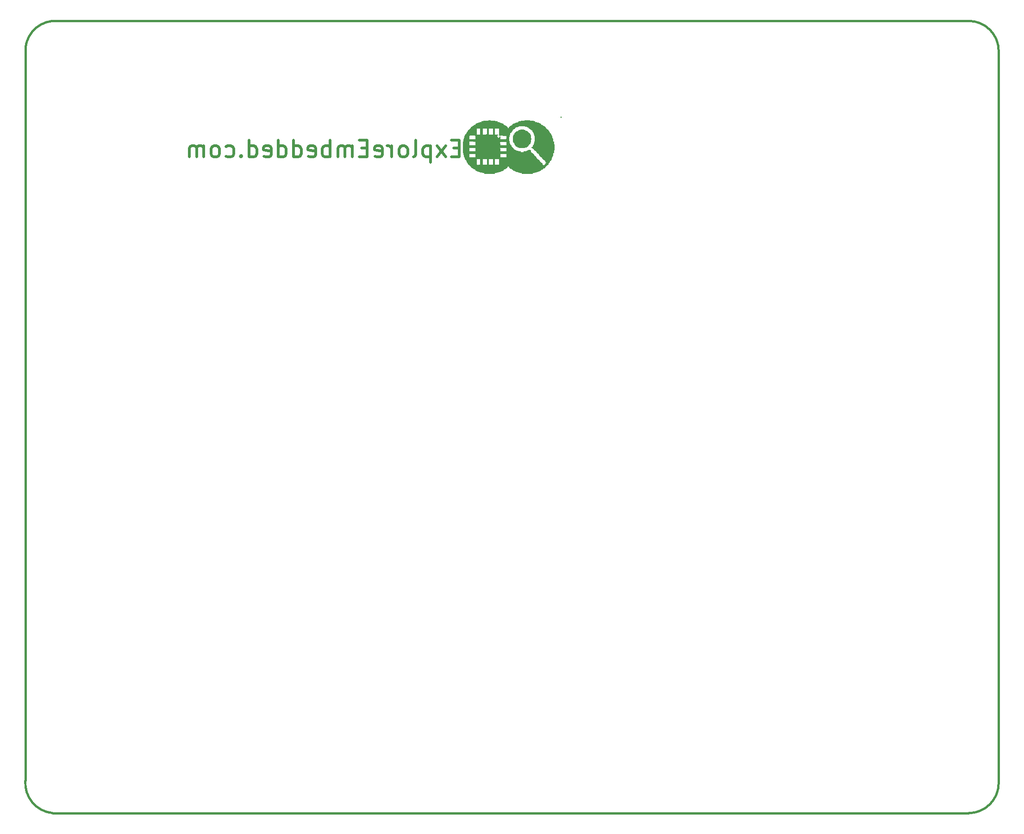
<source format=gbo>
G04 #@! TF.FileFunction,Legend,Bot*
%FSLAX46Y46*%
G04 Gerber Fmt 4.6, Leading zero omitted, Abs format (unit mm)*
G04 Created by KiCad (PCBNEW (2015-01-16 BZR 5376)-product) date 1/19/2016 10:56:03 AM*
%MOMM*%
G01*
G04 APERTURE LIST*
%ADD10C,0.150000*%
%ADD11C,0.508000*%
%ADD12C,0.381000*%
%ADD13C,0.010000*%
G04 APERTURE END LIST*
D10*
D11*
X138847284Y-52804786D02*
X137831284Y-52804786D01*
X137395855Y-54401357D02*
X138847284Y-54401357D01*
X138847284Y-51353357D01*
X137395855Y-51353357D01*
X136379855Y-54401357D02*
X134783284Y-52369357D01*
X136379855Y-52369357D02*
X134783284Y-54401357D01*
X133622141Y-52369357D02*
X133622141Y-55417357D01*
X133622141Y-52514500D02*
X133331855Y-52369357D01*
X132751284Y-52369357D01*
X132460998Y-52514500D01*
X132315855Y-52659643D01*
X132170712Y-52949929D01*
X132170712Y-53820786D01*
X132315855Y-54111071D01*
X132460998Y-54256214D01*
X132751284Y-54401357D01*
X133331855Y-54401357D01*
X133622141Y-54256214D01*
X130428998Y-54401357D02*
X130719284Y-54256214D01*
X130864427Y-53965929D01*
X130864427Y-51353357D01*
X128832427Y-54401357D02*
X129122713Y-54256214D01*
X129267856Y-54111071D01*
X129412999Y-53820786D01*
X129412999Y-52949929D01*
X129267856Y-52659643D01*
X129122713Y-52514500D01*
X128832427Y-52369357D01*
X128396999Y-52369357D01*
X128106713Y-52514500D01*
X127961570Y-52659643D01*
X127816427Y-52949929D01*
X127816427Y-53820786D01*
X127961570Y-54111071D01*
X128106713Y-54256214D01*
X128396999Y-54401357D01*
X128832427Y-54401357D01*
X126510142Y-54401357D02*
X126510142Y-52369357D01*
X126510142Y-52949929D02*
X126364999Y-52659643D01*
X126219856Y-52514500D01*
X125929570Y-52369357D01*
X125639285Y-52369357D01*
X123462142Y-54256214D02*
X123752428Y-54401357D01*
X124332999Y-54401357D01*
X124623285Y-54256214D01*
X124768428Y-53965929D01*
X124768428Y-52804786D01*
X124623285Y-52514500D01*
X124332999Y-52369357D01*
X123752428Y-52369357D01*
X123462142Y-52514500D01*
X123316999Y-52804786D01*
X123316999Y-53095071D01*
X124768428Y-53385357D01*
X122010714Y-52804786D02*
X120994714Y-52804786D01*
X120559285Y-54401357D02*
X122010714Y-54401357D01*
X122010714Y-51353357D01*
X120559285Y-51353357D01*
X119253000Y-54401357D02*
X119253000Y-52369357D01*
X119253000Y-52659643D02*
X119107857Y-52514500D01*
X118817571Y-52369357D01*
X118382143Y-52369357D01*
X118091857Y-52514500D01*
X117946714Y-52804786D01*
X117946714Y-54401357D01*
X117946714Y-52804786D02*
X117801571Y-52514500D01*
X117511285Y-52369357D01*
X117075857Y-52369357D01*
X116785571Y-52514500D01*
X116640428Y-52804786D01*
X116640428Y-54401357D01*
X115189000Y-54401357D02*
X115189000Y-51353357D01*
X115189000Y-52514500D02*
X114898714Y-52369357D01*
X114318143Y-52369357D01*
X114027857Y-52514500D01*
X113882714Y-52659643D01*
X113737571Y-52949929D01*
X113737571Y-53820786D01*
X113882714Y-54111071D01*
X114027857Y-54256214D01*
X114318143Y-54401357D01*
X114898714Y-54401357D01*
X115189000Y-54256214D01*
X111270143Y-54256214D02*
X111560429Y-54401357D01*
X112141000Y-54401357D01*
X112431286Y-54256214D01*
X112576429Y-53965929D01*
X112576429Y-52804786D01*
X112431286Y-52514500D01*
X112141000Y-52369357D01*
X111560429Y-52369357D01*
X111270143Y-52514500D01*
X111125000Y-52804786D01*
X111125000Y-53095071D01*
X112576429Y-53385357D01*
X108512429Y-54401357D02*
X108512429Y-51353357D01*
X108512429Y-54256214D02*
X108802715Y-54401357D01*
X109383286Y-54401357D01*
X109673572Y-54256214D01*
X109818715Y-54111071D01*
X109963858Y-53820786D01*
X109963858Y-52949929D01*
X109818715Y-52659643D01*
X109673572Y-52514500D01*
X109383286Y-52369357D01*
X108802715Y-52369357D01*
X108512429Y-52514500D01*
X105754715Y-54401357D02*
X105754715Y-51353357D01*
X105754715Y-54256214D02*
X106045001Y-54401357D01*
X106625572Y-54401357D01*
X106915858Y-54256214D01*
X107061001Y-54111071D01*
X107206144Y-53820786D01*
X107206144Y-52949929D01*
X107061001Y-52659643D01*
X106915858Y-52514500D01*
X106625572Y-52369357D01*
X106045001Y-52369357D01*
X105754715Y-52514500D01*
X103142144Y-54256214D02*
X103432430Y-54401357D01*
X104013001Y-54401357D01*
X104303287Y-54256214D01*
X104448430Y-53965929D01*
X104448430Y-52804786D01*
X104303287Y-52514500D01*
X104013001Y-52369357D01*
X103432430Y-52369357D01*
X103142144Y-52514500D01*
X102997001Y-52804786D01*
X102997001Y-53095071D01*
X104448430Y-53385357D01*
X100384430Y-54401357D02*
X100384430Y-51353357D01*
X100384430Y-54256214D02*
X100674716Y-54401357D01*
X101255287Y-54401357D01*
X101545573Y-54256214D01*
X101690716Y-54111071D01*
X101835859Y-53820786D01*
X101835859Y-52949929D01*
X101690716Y-52659643D01*
X101545573Y-52514500D01*
X101255287Y-52369357D01*
X100674716Y-52369357D01*
X100384430Y-52514500D01*
X98933002Y-54111071D02*
X98787859Y-54256214D01*
X98933002Y-54401357D01*
X99078145Y-54256214D01*
X98933002Y-54111071D01*
X98933002Y-54401357D01*
X96175287Y-54256214D02*
X96465573Y-54401357D01*
X97046144Y-54401357D01*
X97336430Y-54256214D01*
X97481573Y-54111071D01*
X97626716Y-53820786D01*
X97626716Y-52949929D01*
X97481573Y-52659643D01*
X97336430Y-52514500D01*
X97046144Y-52369357D01*
X96465573Y-52369357D01*
X96175287Y-52514500D01*
X94433573Y-54401357D02*
X94723859Y-54256214D01*
X94869002Y-54111071D01*
X95014145Y-53820786D01*
X95014145Y-52949929D01*
X94869002Y-52659643D01*
X94723859Y-52514500D01*
X94433573Y-52369357D01*
X93998145Y-52369357D01*
X93707859Y-52514500D01*
X93562716Y-52659643D01*
X93417573Y-52949929D01*
X93417573Y-53820786D01*
X93562716Y-54111071D01*
X93707859Y-54256214D01*
X93998145Y-54401357D01*
X94433573Y-54401357D01*
X92111288Y-54401357D02*
X92111288Y-52369357D01*
X92111288Y-52659643D02*
X91966145Y-52514500D01*
X91675859Y-52369357D01*
X91240431Y-52369357D01*
X90950145Y-52514500D01*
X90805002Y-52804786D01*
X90805002Y-54401357D01*
X90805002Y-52804786D02*
X90659859Y-52514500D01*
X90369573Y-52369357D01*
X89934145Y-52369357D01*
X89643859Y-52514500D01*
X89498716Y-52804786D01*
X89498716Y-54401357D01*
D12*
X59500000Y-34500000D02*
X59500000Y-168500000D01*
X232000000Y-29500000D02*
X65500000Y-29500000D01*
X237500000Y-169000000D02*
X237500000Y-35000000D01*
X64500000Y-174500000D02*
X232000000Y-174500000D01*
X59500000Y-168500000D02*
G75*
G03X64500000Y-174500000I5500000J-500000D01*
G01*
X65500000Y-29500000D02*
G75*
G03X59500000Y-34500000I-500000J-5500000D01*
G01*
X237500000Y-35000000D02*
G75*
G03X232000000Y-29500000I-5500000J0D01*
G01*
X232000000Y-174500000D02*
G75*
G03X237500000Y-169000000I0J5500000D01*
G01*
D13*
G36*
X157480000Y-46990000D02*
X157380000Y-46990000D01*
X157380000Y-47090000D01*
X157480000Y-47090000D01*
X157480000Y-46990000D01*
X157480000Y-46990000D01*
G37*
X157480000Y-46990000D02*
X157380000Y-46990000D01*
X157380000Y-47090000D01*
X157480000Y-47090000D01*
X157480000Y-46990000D01*
G36*
X157480000Y-47090000D02*
X157380000Y-47090000D01*
X157380000Y-47190000D01*
X157480000Y-47190000D01*
X157480000Y-47090000D01*
X157480000Y-47090000D01*
G37*
X157480000Y-47090000D02*
X157380000Y-47090000D01*
X157380000Y-47190000D01*
X157480000Y-47190000D01*
X157480000Y-47090000D01*
G36*
X151680000Y-47690000D02*
X151580000Y-47690000D01*
X151580000Y-47790000D01*
X151680000Y-47790000D01*
X151680000Y-47690000D01*
X151680000Y-47690000D01*
G37*
X151680000Y-47690000D02*
X151580000Y-47690000D01*
X151580000Y-47790000D01*
X151680000Y-47790000D01*
X151680000Y-47690000D01*
G36*
X151580000Y-47690000D02*
X151480000Y-47690000D01*
X151480000Y-47790000D01*
X151580000Y-47790000D01*
X151580000Y-47690000D01*
X151580000Y-47690000D01*
G37*
X151580000Y-47690000D02*
X151480000Y-47690000D01*
X151480000Y-47790000D01*
X151580000Y-47790000D01*
X151580000Y-47690000D01*
G36*
X151480000Y-47690000D02*
X151380000Y-47690000D01*
X151380000Y-47790000D01*
X151480000Y-47790000D01*
X151480000Y-47690000D01*
X151480000Y-47690000D01*
G37*
X151480000Y-47690000D02*
X151380000Y-47690000D01*
X151380000Y-47790000D01*
X151480000Y-47790000D01*
X151480000Y-47690000D01*
G36*
X151380000Y-47690000D02*
X151280000Y-47690000D01*
X151280000Y-47790000D01*
X151380000Y-47790000D01*
X151380000Y-47690000D01*
X151380000Y-47690000D01*
G37*
X151380000Y-47690000D02*
X151280000Y-47690000D01*
X151280000Y-47790000D01*
X151380000Y-47790000D01*
X151380000Y-47690000D01*
G36*
X151280000Y-47690000D02*
X151180000Y-47690000D01*
X151180000Y-47790000D01*
X151280000Y-47790000D01*
X151280000Y-47690000D01*
X151280000Y-47690000D01*
G37*
X151280000Y-47690000D02*
X151180000Y-47690000D01*
X151180000Y-47790000D01*
X151280000Y-47790000D01*
X151280000Y-47690000D01*
G36*
X151180000Y-47690000D02*
X151080000Y-47690000D01*
X151080000Y-47790000D01*
X151180000Y-47790000D01*
X151180000Y-47690000D01*
X151180000Y-47690000D01*
G37*
X151180000Y-47690000D02*
X151080000Y-47690000D01*
X151080000Y-47790000D01*
X151180000Y-47790000D01*
X151180000Y-47690000D01*
G36*
X151080000Y-47690000D02*
X150980000Y-47690000D01*
X150980000Y-47790000D01*
X151080000Y-47790000D01*
X151080000Y-47690000D01*
X151080000Y-47690000D01*
G37*
X151080000Y-47690000D02*
X150980000Y-47690000D01*
X150980000Y-47790000D01*
X151080000Y-47790000D01*
X151080000Y-47690000D01*
G36*
X150980000Y-47690000D02*
X150880000Y-47690000D01*
X150880000Y-47790000D01*
X150980000Y-47790000D01*
X150980000Y-47690000D01*
X150980000Y-47690000D01*
G37*
X150980000Y-47690000D02*
X150880000Y-47690000D01*
X150880000Y-47790000D01*
X150980000Y-47790000D01*
X150980000Y-47690000D01*
G36*
X150880000Y-47690000D02*
X150780000Y-47690000D01*
X150780000Y-47790000D01*
X150880000Y-47790000D01*
X150880000Y-47690000D01*
X150880000Y-47690000D01*
G37*
X150880000Y-47690000D02*
X150780000Y-47690000D01*
X150780000Y-47790000D01*
X150880000Y-47790000D01*
X150880000Y-47690000D01*
G36*
X144480000Y-47690000D02*
X144380000Y-47690000D01*
X144380000Y-47790000D01*
X144480000Y-47790000D01*
X144480000Y-47690000D01*
X144480000Y-47690000D01*
G37*
X144480000Y-47690000D02*
X144380000Y-47690000D01*
X144380000Y-47790000D01*
X144480000Y-47790000D01*
X144480000Y-47690000D01*
G36*
X144380000Y-47690000D02*
X144280000Y-47690000D01*
X144280000Y-47790000D01*
X144380000Y-47790000D01*
X144380000Y-47690000D01*
X144380000Y-47690000D01*
G37*
X144380000Y-47690000D02*
X144280000Y-47690000D01*
X144280000Y-47790000D01*
X144380000Y-47790000D01*
X144380000Y-47690000D01*
G36*
X144280000Y-47690000D02*
X144180000Y-47690000D01*
X144180000Y-47790000D01*
X144280000Y-47790000D01*
X144280000Y-47690000D01*
X144280000Y-47690000D01*
G37*
X144280000Y-47690000D02*
X144180000Y-47690000D01*
X144180000Y-47790000D01*
X144280000Y-47790000D01*
X144280000Y-47690000D01*
G36*
X152380000Y-47790000D02*
X152280000Y-47790000D01*
X152280000Y-47890000D01*
X152380000Y-47890000D01*
X152380000Y-47790000D01*
X152380000Y-47790000D01*
G37*
X152380000Y-47790000D02*
X152280000Y-47790000D01*
X152280000Y-47890000D01*
X152380000Y-47890000D01*
X152380000Y-47790000D01*
G36*
X152280000Y-47790000D02*
X152180000Y-47790000D01*
X152180000Y-47890000D01*
X152280000Y-47890000D01*
X152280000Y-47790000D01*
X152280000Y-47790000D01*
G37*
X152280000Y-47790000D02*
X152180000Y-47790000D01*
X152180000Y-47890000D01*
X152280000Y-47890000D01*
X152280000Y-47790000D01*
G36*
X152180000Y-47790000D02*
X152080000Y-47790000D01*
X152080000Y-47890000D01*
X152180000Y-47890000D01*
X152180000Y-47790000D01*
X152180000Y-47790000D01*
G37*
X152180000Y-47790000D02*
X152080000Y-47790000D01*
X152080000Y-47890000D01*
X152180000Y-47890000D01*
X152180000Y-47790000D01*
G36*
X152080000Y-47790000D02*
X151980000Y-47790000D01*
X151980000Y-47890000D01*
X152080000Y-47890000D01*
X152080000Y-47790000D01*
X152080000Y-47790000D01*
G37*
X152080000Y-47790000D02*
X151980000Y-47790000D01*
X151980000Y-47890000D01*
X152080000Y-47890000D01*
X152080000Y-47790000D01*
G36*
X151980000Y-47790000D02*
X151880000Y-47790000D01*
X151880000Y-47890000D01*
X151980000Y-47890000D01*
X151980000Y-47790000D01*
X151980000Y-47790000D01*
G37*
X151980000Y-47790000D02*
X151880000Y-47790000D01*
X151880000Y-47890000D01*
X151980000Y-47890000D01*
X151980000Y-47790000D01*
G36*
X151880000Y-47790000D02*
X151780000Y-47790000D01*
X151780000Y-47890000D01*
X151880000Y-47890000D01*
X151880000Y-47790000D01*
X151880000Y-47790000D01*
G37*
X151880000Y-47790000D02*
X151780000Y-47790000D01*
X151780000Y-47890000D01*
X151880000Y-47890000D01*
X151880000Y-47790000D01*
G36*
X151780000Y-47790000D02*
X151680000Y-47790000D01*
X151680000Y-47890000D01*
X151780000Y-47890000D01*
X151780000Y-47790000D01*
X151780000Y-47790000D01*
G37*
X151780000Y-47790000D02*
X151680000Y-47790000D01*
X151680000Y-47890000D01*
X151780000Y-47890000D01*
X151780000Y-47790000D01*
G36*
X151680000Y-47790000D02*
X151580000Y-47790000D01*
X151580000Y-47890000D01*
X151680000Y-47890000D01*
X151680000Y-47790000D01*
X151680000Y-47790000D01*
G37*
X151680000Y-47790000D02*
X151580000Y-47790000D01*
X151580000Y-47890000D01*
X151680000Y-47890000D01*
X151680000Y-47790000D01*
G36*
X151580000Y-47790000D02*
X151480000Y-47790000D01*
X151480000Y-47890000D01*
X151580000Y-47890000D01*
X151580000Y-47790000D01*
X151580000Y-47790000D01*
G37*
X151580000Y-47790000D02*
X151480000Y-47790000D01*
X151480000Y-47890000D01*
X151580000Y-47890000D01*
X151580000Y-47790000D01*
G36*
X151480000Y-47790000D02*
X151380000Y-47790000D01*
X151380000Y-47890000D01*
X151480000Y-47890000D01*
X151480000Y-47790000D01*
X151480000Y-47790000D01*
G37*
X151480000Y-47790000D02*
X151380000Y-47790000D01*
X151380000Y-47890000D01*
X151480000Y-47890000D01*
X151480000Y-47790000D01*
G36*
X151380000Y-47790000D02*
X151280000Y-47790000D01*
X151280000Y-47890000D01*
X151380000Y-47890000D01*
X151380000Y-47790000D01*
X151380000Y-47790000D01*
G37*
X151380000Y-47790000D02*
X151280000Y-47790000D01*
X151280000Y-47890000D01*
X151380000Y-47890000D01*
X151380000Y-47790000D01*
G36*
X151280000Y-47790000D02*
X151180000Y-47790000D01*
X151180000Y-47890000D01*
X151280000Y-47890000D01*
X151280000Y-47790000D01*
X151280000Y-47790000D01*
G37*
X151280000Y-47790000D02*
X151180000Y-47790000D01*
X151180000Y-47890000D01*
X151280000Y-47890000D01*
X151280000Y-47790000D01*
G36*
X151180000Y-47790000D02*
X151080000Y-47790000D01*
X151080000Y-47890000D01*
X151180000Y-47890000D01*
X151180000Y-47790000D01*
X151180000Y-47790000D01*
G37*
X151180000Y-47790000D02*
X151080000Y-47790000D01*
X151080000Y-47890000D01*
X151180000Y-47890000D01*
X151180000Y-47790000D01*
G36*
X151080000Y-47790000D02*
X150980000Y-47790000D01*
X150980000Y-47890000D01*
X151080000Y-47890000D01*
X151080000Y-47790000D01*
X151080000Y-47790000D01*
G37*
X151080000Y-47790000D02*
X150980000Y-47790000D01*
X150980000Y-47890000D01*
X151080000Y-47890000D01*
X151080000Y-47790000D01*
G36*
X150980000Y-47790000D02*
X150880000Y-47790000D01*
X150880000Y-47890000D01*
X150980000Y-47890000D01*
X150980000Y-47790000D01*
X150980000Y-47790000D01*
G37*
X150980000Y-47790000D02*
X150880000Y-47790000D01*
X150880000Y-47890000D01*
X150980000Y-47890000D01*
X150980000Y-47790000D01*
G36*
X150880000Y-47790000D02*
X150780000Y-47790000D01*
X150780000Y-47890000D01*
X150880000Y-47890000D01*
X150880000Y-47790000D01*
X150880000Y-47790000D01*
G37*
X150880000Y-47790000D02*
X150780000Y-47790000D01*
X150780000Y-47890000D01*
X150880000Y-47890000D01*
X150880000Y-47790000D01*
G36*
X150780000Y-47790000D02*
X150680000Y-47790000D01*
X150680000Y-47890000D01*
X150780000Y-47890000D01*
X150780000Y-47790000D01*
X150780000Y-47790000D01*
G37*
X150780000Y-47790000D02*
X150680000Y-47790000D01*
X150680000Y-47890000D01*
X150780000Y-47890000D01*
X150780000Y-47790000D01*
G36*
X150680000Y-47790000D02*
X150580000Y-47790000D01*
X150580000Y-47890000D01*
X150680000Y-47890000D01*
X150680000Y-47790000D01*
X150680000Y-47790000D01*
G37*
X150680000Y-47790000D02*
X150580000Y-47790000D01*
X150580000Y-47890000D01*
X150680000Y-47890000D01*
X150680000Y-47790000D01*
G36*
X150580000Y-47790000D02*
X150480000Y-47790000D01*
X150480000Y-47890000D01*
X150580000Y-47890000D01*
X150580000Y-47790000D01*
X150580000Y-47790000D01*
G37*
X150580000Y-47790000D02*
X150480000Y-47790000D01*
X150480000Y-47890000D01*
X150580000Y-47890000D01*
X150580000Y-47790000D01*
G36*
X150480000Y-47790000D02*
X150380000Y-47790000D01*
X150380000Y-47890000D01*
X150480000Y-47890000D01*
X150480000Y-47790000D01*
X150480000Y-47790000D01*
G37*
X150480000Y-47790000D02*
X150380000Y-47790000D01*
X150380000Y-47890000D01*
X150480000Y-47890000D01*
X150480000Y-47790000D01*
G36*
X150380000Y-47790000D02*
X150280000Y-47790000D01*
X150280000Y-47890000D01*
X150380000Y-47890000D01*
X150380000Y-47790000D01*
X150380000Y-47790000D01*
G37*
X150380000Y-47790000D02*
X150280000Y-47790000D01*
X150280000Y-47890000D01*
X150380000Y-47890000D01*
X150380000Y-47790000D01*
G36*
X150280000Y-47790000D02*
X150180000Y-47790000D01*
X150180000Y-47890000D01*
X150280000Y-47890000D01*
X150280000Y-47790000D01*
X150280000Y-47790000D01*
G37*
X150280000Y-47790000D02*
X150180000Y-47790000D01*
X150180000Y-47890000D01*
X150280000Y-47890000D01*
X150280000Y-47790000D01*
G36*
X150180000Y-47790000D02*
X150080000Y-47790000D01*
X150080000Y-47890000D01*
X150180000Y-47890000D01*
X150180000Y-47790000D01*
X150180000Y-47790000D01*
G37*
X150180000Y-47790000D02*
X150080000Y-47790000D01*
X150080000Y-47890000D01*
X150180000Y-47890000D01*
X150180000Y-47790000D01*
G36*
X145380000Y-47790000D02*
X145280000Y-47790000D01*
X145280000Y-47890000D01*
X145380000Y-47890000D01*
X145380000Y-47790000D01*
X145380000Y-47790000D01*
G37*
X145380000Y-47790000D02*
X145280000Y-47790000D01*
X145280000Y-47890000D01*
X145380000Y-47890000D01*
X145380000Y-47790000D01*
G36*
X145280000Y-47790000D02*
X145180000Y-47790000D01*
X145180000Y-47890000D01*
X145280000Y-47890000D01*
X145280000Y-47790000D01*
X145280000Y-47790000D01*
G37*
X145280000Y-47790000D02*
X145180000Y-47790000D01*
X145180000Y-47890000D01*
X145280000Y-47890000D01*
X145280000Y-47790000D01*
G36*
X145180000Y-47790000D02*
X145080000Y-47790000D01*
X145080000Y-47890000D01*
X145180000Y-47890000D01*
X145180000Y-47790000D01*
X145180000Y-47790000D01*
G37*
X145180000Y-47790000D02*
X145080000Y-47790000D01*
X145080000Y-47890000D01*
X145180000Y-47890000D01*
X145180000Y-47790000D01*
G36*
X145080000Y-47790000D02*
X144980000Y-47790000D01*
X144980000Y-47890000D01*
X145080000Y-47890000D01*
X145080000Y-47790000D01*
X145080000Y-47790000D01*
G37*
X145080000Y-47790000D02*
X144980000Y-47790000D01*
X144980000Y-47890000D01*
X145080000Y-47890000D01*
X145080000Y-47790000D01*
G36*
X144980000Y-47790000D02*
X144880000Y-47790000D01*
X144880000Y-47890000D01*
X144980000Y-47890000D01*
X144980000Y-47790000D01*
X144980000Y-47790000D01*
G37*
X144980000Y-47790000D02*
X144880000Y-47790000D01*
X144880000Y-47890000D01*
X144980000Y-47890000D01*
X144980000Y-47790000D01*
G36*
X144880000Y-47790000D02*
X144780000Y-47790000D01*
X144780000Y-47890000D01*
X144880000Y-47890000D01*
X144880000Y-47790000D01*
X144880000Y-47790000D01*
G37*
X144880000Y-47790000D02*
X144780000Y-47790000D01*
X144780000Y-47890000D01*
X144880000Y-47890000D01*
X144880000Y-47790000D01*
G36*
X144780000Y-47790000D02*
X144680000Y-47790000D01*
X144680000Y-47890000D01*
X144780000Y-47890000D01*
X144780000Y-47790000D01*
X144780000Y-47790000D01*
G37*
X144780000Y-47790000D02*
X144680000Y-47790000D01*
X144680000Y-47890000D01*
X144780000Y-47890000D01*
X144780000Y-47790000D01*
G36*
X144680000Y-47790000D02*
X144580000Y-47790000D01*
X144580000Y-47890000D01*
X144680000Y-47890000D01*
X144680000Y-47790000D01*
X144680000Y-47790000D01*
G37*
X144680000Y-47790000D02*
X144580000Y-47790000D01*
X144580000Y-47890000D01*
X144680000Y-47890000D01*
X144680000Y-47790000D01*
G36*
X144580000Y-47790000D02*
X144480000Y-47790000D01*
X144480000Y-47890000D01*
X144580000Y-47890000D01*
X144580000Y-47790000D01*
X144580000Y-47790000D01*
G37*
X144580000Y-47790000D02*
X144480000Y-47790000D01*
X144480000Y-47890000D01*
X144580000Y-47890000D01*
X144580000Y-47790000D01*
G36*
X144480000Y-47790000D02*
X144380000Y-47790000D01*
X144380000Y-47890000D01*
X144480000Y-47890000D01*
X144480000Y-47790000D01*
X144480000Y-47790000D01*
G37*
X144480000Y-47790000D02*
X144380000Y-47790000D01*
X144380000Y-47890000D01*
X144480000Y-47890000D01*
X144480000Y-47790000D01*
G36*
X144380000Y-47790000D02*
X144280000Y-47790000D01*
X144280000Y-47890000D01*
X144380000Y-47890000D01*
X144380000Y-47790000D01*
X144380000Y-47790000D01*
G37*
X144380000Y-47790000D02*
X144280000Y-47790000D01*
X144280000Y-47890000D01*
X144380000Y-47890000D01*
X144380000Y-47790000D01*
G36*
X144280000Y-47790000D02*
X144180000Y-47790000D01*
X144180000Y-47890000D01*
X144280000Y-47890000D01*
X144280000Y-47790000D01*
X144280000Y-47790000D01*
G37*
X144280000Y-47790000D02*
X144180000Y-47790000D01*
X144180000Y-47890000D01*
X144280000Y-47890000D01*
X144280000Y-47790000D01*
G36*
X144180000Y-47790000D02*
X144080000Y-47790000D01*
X144080000Y-47890000D01*
X144180000Y-47890000D01*
X144180000Y-47790000D01*
X144180000Y-47790000D01*
G37*
X144180000Y-47790000D02*
X144080000Y-47790000D01*
X144080000Y-47890000D01*
X144180000Y-47890000D01*
X144180000Y-47790000D01*
G36*
X144080000Y-47790000D02*
X143980000Y-47790000D01*
X143980000Y-47890000D01*
X144080000Y-47890000D01*
X144080000Y-47790000D01*
X144080000Y-47790000D01*
G37*
X144080000Y-47790000D02*
X143980000Y-47790000D01*
X143980000Y-47890000D01*
X144080000Y-47890000D01*
X144080000Y-47790000D01*
G36*
X143980000Y-47790000D02*
X143880000Y-47790000D01*
X143880000Y-47890000D01*
X143980000Y-47890000D01*
X143980000Y-47790000D01*
X143980000Y-47790000D01*
G37*
X143980000Y-47790000D02*
X143880000Y-47790000D01*
X143880000Y-47890000D01*
X143980000Y-47890000D01*
X143980000Y-47790000D01*
G36*
X143880000Y-47790000D02*
X143780000Y-47790000D01*
X143780000Y-47890000D01*
X143880000Y-47890000D01*
X143880000Y-47790000D01*
X143880000Y-47790000D01*
G37*
X143880000Y-47790000D02*
X143780000Y-47790000D01*
X143780000Y-47890000D01*
X143880000Y-47890000D01*
X143880000Y-47790000D01*
G36*
X143780000Y-47790000D02*
X143680000Y-47790000D01*
X143680000Y-47890000D01*
X143780000Y-47890000D01*
X143780000Y-47790000D01*
X143780000Y-47790000D01*
G37*
X143780000Y-47790000D02*
X143680000Y-47790000D01*
X143680000Y-47890000D01*
X143780000Y-47890000D01*
X143780000Y-47790000D01*
G36*
X143680000Y-47790000D02*
X143580000Y-47790000D01*
X143580000Y-47890000D01*
X143680000Y-47890000D01*
X143680000Y-47790000D01*
X143680000Y-47790000D01*
G37*
X143680000Y-47790000D02*
X143580000Y-47790000D01*
X143580000Y-47890000D01*
X143680000Y-47890000D01*
X143680000Y-47790000D01*
G36*
X143580000Y-47790000D02*
X143480000Y-47790000D01*
X143480000Y-47890000D01*
X143580000Y-47890000D01*
X143580000Y-47790000D01*
X143580000Y-47790000D01*
G37*
X143580000Y-47790000D02*
X143480000Y-47790000D01*
X143480000Y-47890000D01*
X143580000Y-47890000D01*
X143580000Y-47790000D01*
G36*
X143480000Y-47790000D02*
X143380000Y-47790000D01*
X143380000Y-47890000D01*
X143480000Y-47890000D01*
X143480000Y-47790000D01*
X143480000Y-47790000D01*
G37*
X143480000Y-47790000D02*
X143380000Y-47790000D01*
X143380000Y-47890000D01*
X143480000Y-47890000D01*
X143480000Y-47790000D01*
G36*
X143380000Y-47790000D02*
X143280000Y-47790000D01*
X143280000Y-47890000D01*
X143380000Y-47890000D01*
X143380000Y-47790000D01*
X143380000Y-47790000D01*
G37*
X143380000Y-47790000D02*
X143280000Y-47790000D01*
X143280000Y-47890000D01*
X143380000Y-47890000D01*
X143380000Y-47790000D01*
G36*
X152680000Y-47890000D02*
X152580000Y-47890000D01*
X152580000Y-47990000D01*
X152680000Y-47990000D01*
X152680000Y-47890000D01*
X152680000Y-47890000D01*
G37*
X152680000Y-47890000D02*
X152580000Y-47890000D01*
X152580000Y-47990000D01*
X152680000Y-47990000D01*
X152680000Y-47890000D01*
G36*
X152580000Y-47890000D02*
X152480000Y-47890000D01*
X152480000Y-47990000D01*
X152580000Y-47990000D01*
X152580000Y-47890000D01*
X152580000Y-47890000D01*
G37*
X152580000Y-47890000D02*
X152480000Y-47890000D01*
X152480000Y-47990000D01*
X152580000Y-47990000D01*
X152580000Y-47890000D01*
G36*
X152480000Y-47890000D02*
X152380000Y-47890000D01*
X152380000Y-47990000D01*
X152480000Y-47990000D01*
X152480000Y-47890000D01*
X152480000Y-47890000D01*
G37*
X152480000Y-47890000D02*
X152380000Y-47890000D01*
X152380000Y-47990000D01*
X152480000Y-47990000D01*
X152480000Y-47890000D01*
G36*
X152380000Y-47890000D02*
X152280000Y-47890000D01*
X152280000Y-47990000D01*
X152380000Y-47990000D01*
X152380000Y-47890000D01*
X152380000Y-47890000D01*
G37*
X152380000Y-47890000D02*
X152280000Y-47890000D01*
X152280000Y-47990000D01*
X152380000Y-47990000D01*
X152380000Y-47890000D01*
G36*
X152280000Y-47890000D02*
X152180000Y-47890000D01*
X152180000Y-47990000D01*
X152280000Y-47990000D01*
X152280000Y-47890000D01*
X152280000Y-47890000D01*
G37*
X152280000Y-47890000D02*
X152180000Y-47890000D01*
X152180000Y-47990000D01*
X152280000Y-47990000D01*
X152280000Y-47890000D01*
G36*
X152180000Y-47890000D02*
X152080000Y-47890000D01*
X152080000Y-47990000D01*
X152180000Y-47990000D01*
X152180000Y-47890000D01*
X152180000Y-47890000D01*
G37*
X152180000Y-47890000D02*
X152080000Y-47890000D01*
X152080000Y-47990000D01*
X152180000Y-47990000D01*
X152180000Y-47890000D01*
G36*
X152080000Y-47890000D02*
X151980000Y-47890000D01*
X151980000Y-47990000D01*
X152080000Y-47990000D01*
X152080000Y-47890000D01*
X152080000Y-47890000D01*
G37*
X152080000Y-47890000D02*
X151980000Y-47890000D01*
X151980000Y-47990000D01*
X152080000Y-47990000D01*
X152080000Y-47890000D01*
G36*
X151980000Y-47890000D02*
X151880000Y-47890000D01*
X151880000Y-47990000D01*
X151980000Y-47990000D01*
X151980000Y-47890000D01*
X151980000Y-47890000D01*
G37*
X151980000Y-47890000D02*
X151880000Y-47890000D01*
X151880000Y-47990000D01*
X151980000Y-47990000D01*
X151980000Y-47890000D01*
G36*
X151880000Y-47890000D02*
X151780000Y-47890000D01*
X151780000Y-47990000D01*
X151880000Y-47990000D01*
X151880000Y-47890000D01*
X151880000Y-47890000D01*
G37*
X151880000Y-47890000D02*
X151780000Y-47890000D01*
X151780000Y-47990000D01*
X151880000Y-47990000D01*
X151880000Y-47890000D01*
G36*
X151780000Y-47890000D02*
X151680000Y-47890000D01*
X151680000Y-47990000D01*
X151780000Y-47990000D01*
X151780000Y-47890000D01*
X151780000Y-47890000D01*
G37*
X151780000Y-47890000D02*
X151680000Y-47890000D01*
X151680000Y-47990000D01*
X151780000Y-47990000D01*
X151780000Y-47890000D01*
G36*
X151680000Y-47890000D02*
X151580000Y-47890000D01*
X151580000Y-47990000D01*
X151680000Y-47990000D01*
X151680000Y-47890000D01*
X151680000Y-47890000D01*
G37*
X151680000Y-47890000D02*
X151580000Y-47890000D01*
X151580000Y-47990000D01*
X151680000Y-47990000D01*
X151680000Y-47890000D01*
G36*
X151580000Y-47890000D02*
X151480000Y-47890000D01*
X151480000Y-47990000D01*
X151580000Y-47990000D01*
X151580000Y-47890000D01*
X151580000Y-47890000D01*
G37*
X151580000Y-47890000D02*
X151480000Y-47890000D01*
X151480000Y-47990000D01*
X151580000Y-47990000D01*
X151580000Y-47890000D01*
G36*
X151480000Y-47890000D02*
X151380000Y-47890000D01*
X151380000Y-47990000D01*
X151480000Y-47990000D01*
X151480000Y-47890000D01*
X151480000Y-47890000D01*
G37*
X151480000Y-47890000D02*
X151380000Y-47890000D01*
X151380000Y-47990000D01*
X151480000Y-47990000D01*
X151480000Y-47890000D01*
G36*
X151380000Y-47890000D02*
X151280000Y-47890000D01*
X151280000Y-47990000D01*
X151380000Y-47990000D01*
X151380000Y-47890000D01*
X151380000Y-47890000D01*
G37*
X151380000Y-47890000D02*
X151280000Y-47890000D01*
X151280000Y-47990000D01*
X151380000Y-47990000D01*
X151380000Y-47890000D01*
G36*
X151280000Y-47890000D02*
X151180000Y-47890000D01*
X151180000Y-47990000D01*
X151280000Y-47990000D01*
X151280000Y-47890000D01*
X151280000Y-47890000D01*
G37*
X151280000Y-47890000D02*
X151180000Y-47890000D01*
X151180000Y-47990000D01*
X151280000Y-47990000D01*
X151280000Y-47890000D01*
G36*
X151180000Y-47890000D02*
X151080000Y-47890000D01*
X151080000Y-47990000D01*
X151180000Y-47990000D01*
X151180000Y-47890000D01*
X151180000Y-47890000D01*
G37*
X151180000Y-47890000D02*
X151080000Y-47890000D01*
X151080000Y-47990000D01*
X151180000Y-47990000D01*
X151180000Y-47890000D01*
G36*
X151080000Y-47890000D02*
X150980000Y-47890000D01*
X150980000Y-47990000D01*
X151080000Y-47990000D01*
X151080000Y-47890000D01*
X151080000Y-47890000D01*
G37*
X151080000Y-47890000D02*
X150980000Y-47890000D01*
X150980000Y-47990000D01*
X151080000Y-47990000D01*
X151080000Y-47890000D01*
G36*
X150980000Y-47890000D02*
X150880000Y-47890000D01*
X150880000Y-47990000D01*
X150980000Y-47990000D01*
X150980000Y-47890000D01*
X150980000Y-47890000D01*
G37*
X150980000Y-47890000D02*
X150880000Y-47890000D01*
X150880000Y-47990000D01*
X150980000Y-47990000D01*
X150980000Y-47890000D01*
G36*
X150880000Y-47890000D02*
X150780000Y-47890000D01*
X150780000Y-47990000D01*
X150880000Y-47990000D01*
X150880000Y-47890000D01*
X150880000Y-47890000D01*
G37*
X150880000Y-47890000D02*
X150780000Y-47890000D01*
X150780000Y-47990000D01*
X150880000Y-47990000D01*
X150880000Y-47890000D01*
G36*
X150780000Y-47890000D02*
X150680000Y-47890000D01*
X150680000Y-47990000D01*
X150780000Y-47990000D01*
X150780000Y-47890000D01*
X150780000Y-47890000D01*
G37*
X150780000Y-47890000D02*
X150680000Y-47890000D01*
X150680000Y-47990000D01*
X150780000Y-47990000D01*
X150780000Y-47890000D01*
G36*
X150680000Y-47890000D02*
X150580000Y-47890000D01*
X150580000Y-47990000D01*
X150680000Y-47990000D01*
X150680000Y-47890000D01*
X150680000Y-47890000D01*
G37*
X150680000Y-47890000D02*
X150580000Y-47890000D01*
X150580000Y-47990000D01*
X150680000Y-47990000D01*
X150680000Y-47890000D01*
G36*
X150580000Y-47890000D02*
X150480000Y-47890000D01*
X150480000Y-47990000D01*
X150580000Y-47990000D01*
X150580000Y-47890000D01*
X150580000Y-47890000D01*
G37*
X150580000Y-47890000D02*
X150480000Y-47890000D01*
X150480000Y-47990000D01*
X150580000Y-47990000D01*
X150580000Y-47890000D01*
G36*
X150480000Y-47890000D02*
X150380000Y-47890000D01*
X150380000Y-47990000D01*
X150480000Y-47990000D01*
X150480000Y-47890000D01*
X150480000Y-47890000D01*
G37*
X150480000Y-47890000D02*
X150380000Y-47890000D01*
X150380000Y-47990000D01*
X150480000Y-47990000D01*
X150480000Y-47890000D01*
G36*
X150380000Y-47890000D02*
X150280000Y-47890000D01*
X150280000Y-47990000D01*
X150380000Y-47990000D01*
X150380000Y-47890000D01*
X150380000Y-47890000D01*
G37*
X150380000Y-47890000D02*
X150280000Y-47890000D01*
X150280000Y-47990000D01*
X150380000Y-47990000D01*
X150380000Y-47890000D01*
G36*
X150280000Y-47890000D02*
X150180000Y-47890000D01*
X150180000Y-47990000D01*
X150280000Y-47990000D01*
X150280000Y-47890000D01*
X150280000Y-47890000D01*
G37*
X150280000Y-47890000D02*
X150180000Y-47890000D01*
X150180000Y-47990000D01*
X150280000Y-47990000D01*
X150280000Y-47890000D01*
G36*
X150180000Y-47890000D02*
X150080000Y-47890000D01*
X150080000Y-47990000D01*
X150180000Y-47990000D01*
X150180000Y-47890000D01*
X150180000Y-47890000D01*
G37*
X150180000Y-47890000D02*
X150080000Y-47890000D01*
X150080000Y-47990000D01*
X150180000Y-47990000D01*
X150180000Y-47890000D01*
G36*
X150080000Y-47890000D02*
X149980000Y-47890000D01*
X149980000Y-47990000D01*
X150080000Y-47990000D01*
X150080000Y-47890000D01*
X150080000Y-47890000D01*
G37*
X150080000Y-47890000D02*
X149980000Y-47890000D01*
X149980000Y-47990000D01*
X150080000Y-47990000D01*
X150080000Y-47890000D01*
G36*
X149980000Y-47890000D02*
X149880000Y-47890000D01*
X149880000Y-47990000D01*
X149980000Y-47990000D01*
X149980000Y-47890000D01*
X149980000Y-47890000D01*
G37*
X149980000Y-47890000D02*
X149880000Y-47890000D01*
X149880000Y-47990000D01*
X149980000Y-47990000D01*
X149980000Y-47890000D01*
G36*
X149880000Y-47890000D02*
X149780000Y-47890000D01*
X149780000Y-47990000D01*
X149880000Y-47990000D01*
X149880000Y-47890000D01*
X149880000Y-47890000D01*
G37*
X149880000Y-47890000D02*
X149780000Y-47890000D01*
X149780000Y-47990000D01*
X149880000Y-47990000D01*
X149880000Y-47890000D01*
G36*
X149780000Y-47890000D02*
X149680000Y-47890000D01*
X149680000Y-47990000D01*
X149780000Y-47990000D01*
X149780000Y-47890000D01*
X149780000Y-47890000D01*
G37*
X149780000Y-47890000D02*
X149680000Y-47890000D01*
X149680000Y-47990000D01*
X149780000Y-47990000D01*
X149780000Y-47890000D01*
G36*
X145780000Y-47890000D02*
X145680000Y-47890000D01*
X145680000Y-47990000D01*
X145780000Y-47990000D01*
X145780000Y-47890000D01*
X145780000Y-47890000D01*
G37*
X145780000Y-47890000D02*
X145680000Y-47890000D01*
X145680000Y-47990000D01*
X145780000Y-47990000D01*
X145780000Y-47890000D01*
G36*
X145680000Y-47890000D02*
X145580000Y-47890000D01*
X145580000Y-47990000D01*
X145680000Y-47990000D01*
X145680000Y-47890000D01*
X145680000Y-47890000D01*
G37*
X145680000Y-47890000D02*
X145580000Y-47890000D01*
X145580000Y-47990000D01*
X145680000Y-47990000D01*
X145680000Y-47890000D01*
G36*
X145580000Y-47890000D02*
X145480000Y-47890000D01*
X145480000Y-47990000D01*
X145580000Y-47990000D01*
X145580000Y-47890000D01*
X145580000Y-47890000D01*
G37*
X145580000Y-47890000D02*
X145480000Y-47890000D01*
X145480000Y-47990000D01*
X145580000Y-47990000D01*
X145580000Y-47890000D01*
G36*
X145480000Y-47890000D02*
X145380000Y-47890000D01*
X145380000Y-47990000D01*
X145480000Y-47990000D01*
X145480000Y-47890000D01*
X145480000Y-47890000D01*
G37*
X145480000Y-47890000D02*
X145380000Y-47890000D01*
X145380000Y-47990000D01*
X145480000Y-47990000D01*
X145480000Y-47890000D01*
G36*
X145380000Y-47890000D02*
X145280000Y-47890000D01*
X145280000Y-47990000D01*
X145380000Y-47990000D01*
X145380000Y-47890000D01*
X145380000Y-47890000D01*
G37*
X145380000Y-47890000D02*
X145280000Y-47890000D01*
X145280000Y-47990000D01*
X145380000Y-47990000D01*
X145380000Y-47890000D01*
G36*
X145280000Y-47890000D02*
X145180000Y-47890000D01*
X145180000Y-47990000D01*
X145280000Y-47990000D01*
X145280000Y-47890000D01*
X145280000Y-47890000D01*
G37*
X145280000Y-47890000D02*
X145180000Y-47890000D01*
X145180000Y-47990000D01*
X145280000Y-47990000D01*
X145280000Y-47890000D01*
G36*
X145180000Y-47890000D02*
X145080000Y-47890000D01*
X145080000Y-47990000D01*
X145180000Y-47990000D01*
X145180000Y-47890000D01*
X145180000Y-47890000D01*
G37*
X145180000Y-47890000D02*
X145080000Y-47890000D01*
X145080000Y-47990000D01*
X145180000Y-47990000D01*
X145180000Y-47890000D01*
G36*
X145080000Y-47890000D02*
X144980000Y-47890000D01*
X144980000Y-47990000D01*
X145080000Y-47990000D01*
X145080000Y-47890000D01*
X145080000Y-47890000D01*
G37*
X145080000Y-47890000D02*
X144980000Y-47890000D01*
X144980000Y-47990000D01*
X145080000Y-47990000D01*
X145080000Y-47890000D01*
G36*
X144980000Y-47890000D02*
X144880000Y-47890000D01*
X144880000Y-47990000D01*
X144980000Y-47990000D01*
X144980000Y-47890000D01*
X144980000Y-47890000D01*
G37*
X144980000Y-47890000D02*
X144880000Y-47890000D01*
X144880000Y-47990000D01*
X144980000Y-47990000D01*
X144980000Y-47890000D01*
G36*
X144880000Y-47890000D02*
X144780000Y-47890000D01*
X144780000Y-47990000D01*
X144880000Y-47990000D01*
X144880000Y-47890000D01*
X144880000Y-47890000D01*
G37*
X144880000Y-47890000D02*
X144780000Y-47890000D01*
X144780000Y-47990000D01*
X144880000Y-47990000D01*
X144880000Y-47890000D01*
G36*
X144780000Y-47890000D02*
X144680000Y-47890000D01*
X144680000Y-47990000D01*
X144780000Y-47990000D01*
X144780000Y-47890000D01*
X144780000Y-47890000D01*
G37*
X144780000Y-47890000D02*
X144680000Y-47890000D01*
X144680000Y-47990000D01*
X144780000Y-47990000D01*
X144780000Y-47890000D01*
G36*
X144680000Y-47890000D02*
X144580000Y-47890000D01*
X144580000Y-47990000D01*
X144680000Y-47990000D01*
X144680000Y-47890000D01*
X144680000Y-47890000D01*
G37*
X144680000Y-47890000D02*
X144580000Y-47890000D01*
X144580000Y-47990000D01*
X144680000Y-47990000D01*
X144680000Y-47890000D01*
G36*
X144580000Y-47890000D02*
X144480000Y-47890000D01*
X144480000Y-47990000D01*
X144580000Y-47990000D01*
X144580000Y-47890000D01*
X144580000Y-47890000D01*
G37*
X144580000Y-47890000D02*
X144480000Y-47890000D01*
X144480000Y-47990000D01*
X144580000Y-47990000D01*
X144580000Y-47890000D01*
G36*
X144480000Y-47890000D02*
X144380000Y-47890000D01*
X144380000Y-47990000D01*
X144480000Y-47990000D01*
X144480000Y-47890000D01*
X144480000Y-47890000D01*
G37*
X144480000Y-47890000D02*
X144380000Y-47890000D01*
X144380000Y-47990000D01*
X144480000Y-47990000D01*
X144480000Y-47890000D01*
G36*
X144380000Y-47890000D02*
X144280000Y-47890000D01*
X144280000Y-47990000D01*
X144380000Y-47990000D01*
X144380000Y-47890000D01*
X144380000Y-47890000D01*
G37*
X144380000Y-47890000D02*
X144280000Y-47890000D01*
X144280000Y-47990000D01*
X144380000Y-47990000D01*
X144380000Y-47890000D01*
G36*
X144280000Y-47890000D02*
X144180000Y-47890000D01*
X144180000Y-47990000D01*
X144280000Y-47990000D01*
X144280000Y-47890000D01*
X144280000Y-47890000D01*
G37*
X144280000Y-47890000D02*
X144180000Y-47890000D01*
X144180000Y-47990000D01*
X144280000Y-47990000D01*
X144280000Y-47890000D01*
G36*
X144180000Y-47890000D02*
X144080000Y-47890000D01*
X144080000Y-47990000D01*
X144180000Y-47990000D01*
X144180000Y-47890000D01*
X144180000Y-47890000D01*
G37*
X144180000Y-47890000D02*
X144080000Y-47890000D01*
X144080000Y-47990000D01*
X144180000Y-47990000D01*
X144180000Y-47890000D01*
G36*
X144080000Y-47890000D02*
X143980000Y-47890000D01*
X143980000Y-47990000D01*
X144080000Y-47990000D01*
X144080000Y-47890000D01*
X144080000Y-47890000D01*
G37*
X144080000Y-47890000D02*
X143980000Y-47890000D01*
X143980000Y-47990000D01*
X144080000Y-47990000D01*
X144080000Y-47890000D01*
G36*
X143980000Y-47890000D02*
X143880000Y-47890000D01*
X143880000Y-47990000D01*
X143980000Y-47990000D01*
X143980000Y-47890000D01*
X143980000Y-47890000D01*
G37*
X143980000Y-47890000D02*
X143880000Y-47890000D01*
X143880000Y-47990000D01*
X143980000Y-47990000D01*
X143980000Y-47890000D01*
G36*
X143880000Y-47890000D02*
X143780000Y-47890000D01*
X143780000Y-47990000D01*
X143880000Y-47990000D01*
X143880000Y-47890000D01*
X143880000Y-47890000D01*
G37*
X143880000Y-47890000D02*
X143780000Y-47890000D01*
X143780000Y-47990000D01*
X143880000Y-47990000D01*
X143880000Y-47890000D01*
G36*
X143780000Y-47890000D02*
X143680000Y-47890000D01*
X143680000Y-47990000D01*
X143780000Y-47990000D01*
X143780000Y-47890000D01*
X143780000Y-47890000D01*
G37*
X143780000Y-47890000D02*
X143680000Y-47890000D01*
X143680000Y-47990000D01*
X143780000Y-47990000D01*
X143780000Y-47890000D01*
G36*
X143680000Y-47890000D02*
X143580000Y-47890000D01*
X143580000Y-47990000D01*
X143680000Y-47990000D01*
X143680000Y-47890000D01*
X143680000Y-47890000D01*
G37*
X143680000Y-47890000D02*
X143580000Y-47890000D01*
X143580000Y-47990000D01*
X143680000Y-47990000D01*
X143680000Y-47890000D01*
G36*
X143580000Y-47890000D02*
X143480000Y-47890000D01*
X143480000Y-47990000D01*
X143580000Y-47990000D01*
X143580000Y-47890000D01*
X143580000Y-47890000D01*
G37*
X143580000Y-47890000D02*
X143480000Y-47890000D01*
X143480000Y-47990000D01*
X143580000Y-47990000D01*
X143580000Y-47890000D01*
G36*
X143480000Y-47890000D02*
X143380000Y-47890000D01*
X143380000Y-47990000D01*
X143480000Y-47990000D01*
X143480000Y-47890000D01*
X143480000Y-47890000D01*
G37*
X143480000Y-47890000D02*
X143380000Y-47890000D01*
X143380000Y-47990000D01*
X143480000Y-47990000D01*
X143480000Y-47890000D01*
G36*
X143380000Y-47890000D02*
X143280000Y-47890000D01*
X143280000Y-47990000D01*
X143380000Y-47990000D01*
X143380000Y-47890000D01*
X143380000Y-47890000D01*
G37*
X143380000Y-47890000D02*
X143280000Y-47890000D01*
X143280000Y-47990000D01*
X143380000Y-47990000D01*
X143380000Y-47890000D01*
G36*
X143280000Y-47890000D02*
X143180000Y-47890000D01*
X143180000Y-47990000D01*
X143280000Y-47990000D01*
X143280000Y-47890000D01*
X143280000Y-47890000D01*
G37*
X143280000Y-47890000D02*
X143180000Y-47890000D01*
X143180000Y-47990000D01*
X143280000Y-47990000D01*
X143280000Y-47890000D01*
G36*
X143180000Y-47890000D02*
X143080000Y-47890000D01*
X143080000Y-47990000D01*
X143180000Y-47990000D01*
X143180000Y-47890000D01*
X143180000Y-47890000D01*
G37*
X143180000Y-47890000D02*
X143080000Y-47890000D01*
X143080000Y-47990000D01*
X143180000Y-47990000D01*
X143180000Y-47890000D01*
G36*
X143080000Y-47890000D02*
X142980000Y-47890000D01*
X142980000Y-47990000D01*
X143080000Y-47990000D01*
X143080000Y-47890000D01*
X143080000Y-47890000D01*
G37*
X143080000Y-47890000D02*
X142980000Y-47890000D01*
X142980000Y-47990000D01*
X143080000Y-47990000D01*
X143080000Y-47890000D01*
G36*
X142980000Y-47890000D02*
X142880000Y-47890000D01*
X142880000Y-47990000D01*
X142980000Y-47990000D01*
X142980000Y-47890000D01*
X142980000Y-47890000D01*
G37*
X142980000Y-47890000D02*
X142880000Y-47890000D01*
X142880000Y-47990000D01*
X142980000Y-47990000D01*
X142980000Y-47890000D01*
G36*
X152980000Y-47990000D02*
X152880000Y-47990000D01*
X152880000Y-48090000D01*
X152980000Y-48090000D01*
X152980000Y-47990000D01*
X152980000Y-47990000D01*
G37*
X152980000Y-47990000D02*
X152880000Y-47990000D01*
X152880000Y-48090000D01*
X152980000Y-48090000D01*
X152980000Y-47990000D01*
G36*
X152880000Y-47990000D02*
X152780000Y-47990000D01*
X152780000Y-48090000D01*
X152880000Y-48090000D01*
X152880000Y-47990000D01*
X152880000Y-47990000D01*
G37*
X152880000Y-47990000D02*
X152780000Y-47990000D01*
X152780000Y-48090000D01*
X152880000Y-48090000D01*
X152880000Y-47990000D01*
G36*
X152780000Y-47990000D02*
X152680000Y-47990000D01*
X152680000Y-48090000D01*
X152780000Y-48090000D01*
X152780000Y-47990000D01*
X152780000Y-47990000D01*
G37*
X152780000Y-47990000D02*
X152680000Y-47990000D01*
X152680000Y-48090000D01*
X152780000Y-48090000D01*
X152780000Y-47990000D01*
G36*
X152680000Y-47990000D02*
X152580000Y-47990000D01*
X152580000Y-48090000D01*
X152680000Y-48090000D01*
X152680000Y-47990000D01*
X152680000Y-47990000D01*
G37*
X152680000Y-47990000D02*
X152580000Y-47990000D01*
X152580000Y-48090000D01*
X152680000Y-48090000D01*
X152680000Y-47990000D01*
G36*
X152580000Y-47990000D02*
X152480000Y-47990000D01*
X152480000Y-48090000D01*
X152580000Y-48090000D01*
X152580000Y-47990000D01*
X152580000Y-47990000D01*
G37*
X152580000Y-47990000D02*
X152480000Y-47990000D01*
X152480000Y-48090000D01*
X152580000Y-48090000D01*
X152580000Y-47990000D01*
G36*
X152480000Y-47990000D02*
X152380000Y-47990000D01*
X152380000Y-48090000D01*
X152480000Y-48090000D01*
X152480000Y-47990000D01*
X152480000Y-47990000D01*
G37*
X152480000Y-47990000D02*
X152380000Y-47990000D01*
X152380000Y-48090000D01*
X152480000Y-48090000D01*
X152480000Y-47990000D01*
G36*
X152380000Y-47990000D02*
X152280000Y-47990000D01*
X152280000Y-48090000D01*
X152380000Y-48090000D01*
X152380000Y-47990000D01*
X152380000Y-47990000D01*
G37*
X152380000Y-47990000D02*
X152280000Y-47990000D01*
X152280000Y-48090000D01*
X152380000Y-48090000D01*
X152380000Y-47990000D01*
G36*
X152280000Y-47990000D02*
X152180000Y-47990000D01*
X152180000Y-48090000D01*
X152280000Y-48090000D01*
X152280000Y-47990000D01*
X152280000Y-47990000D01*
G37*
X152280000Y-47990000D02*
X152180000Y-47990000D01*
X152180000Y-48090000D01*
X152280000Y-48090000D01*
X152280000Y-47990000D01*
G36*
X152180000Y-47990000D02*
X152080000Y-47990000D01*
X152080000Y-48090000D01*
X152180000Y-48090000D01*
X152180000Y-47990000D01*
X152180000Y-47990000D01*
G37*
X152180000Y-47990000D02*
X152080000Y-47990000D01*
X152080000Y-48090000D01*
X152180000Y-48090000D01*
X152180000Y-47990000D01*
G36*
X152080000Y-47990000D02*
X151980000Y-47990000D01*
X151980000Y-48090000D01*
X152080000Y-48090000D01*
X152080000Y-47990000D01*
X152080000Y-47990000D01*
G37*
X152080000Y-47990000D02*
X151980000Y-47990000D01*
X151980000Y-48090000D01*
X152080000Y-48090000D01*
X152080000Y-47990000D01*
G36*
X151980000Y-47990000D02*
X151880000Y-47990000D01*
X151880000Y-48090000D01*
X151980000Y-48090000D01*
X151980000Y-47990000D01*
X151980000Y-47990000D01*
G37*
X151980000Y-47990000D02*
X151880000Y-47990000D01*
X151880000Y-48090000D01*
X151980000Y-48090000D01*
X151980000Y-47990000D01*
G36*
X151880000Y-47990000D02*
X151780000Y-47990000D01*
X151780000Y-48090000D01*
X151880000Y-48090000D01*
X151880000Y-47990000D01*
X151880000Y-47990000D01*
G37*
X151880000Y-47990000D02*
X151780000Y-47990000D01*
X151780000Y-48090000D01*
X151880000Y-48090000D01*
X151880000Y-47990000D01*
G36*
X151780000Y-47990000D02*
X151680000Y-47990000D01*
X151680000Y-48090000D01*
X151780000Y-48090000D01*
X151780000Y-47990000D01*
X151780000Y-47990000D01*
G37*
X151780000Y-47990000D02*
X151680000Y-47990000D01*
X151680000Y-48090000D01*
X151780000Y-48090000D01*
X151780000Y-47990000D01*
G36*
X151680000Y-47990000D02*
X151580000Y-47990000D01*
X151580000Y-48090000D01*
X151680000Y-48090000D01*
X151680000Y-47990000D01*
X151680000Y-47990000D01*
G37*
X151680000Y-47990000D02*
X151580000Y-47990000D01*
X151580000Y-48090000D01*
X151680000Y-48090000D01*
X151680000Y-47990000D01*
G36*
X151580000Y-47990000D02*
X151480000Y-47990000D01*
X151480000Y-48090000D01*
X151580000Y-48090000D01*
X151580000Y-47990000D01*
X151580000Y-47990000D01*
G37*
X151580000Y-47990000D02*
X151480000Y-47990000D01*
X151480000Y-48090000D01*
X151580000Y-48090000D01*
X151580000Y-47990000D01*
G36*
X151480000Y-47990000D02*
X151380000Y-47990000D01*
X151380000Y-48090000D01*
X151480000Y-48090000D01*
X151480000Y-47990000D01*
X151480000Y-47990000D01*
G37*
X151480000Y-47990000D02*
X151380000Y-47990000D01*
X151380000Y-48090000D01*
X151480000Y-48090000D01*
X151480000Y-47990000D01*
G36*
X151380000Y-47990000D02*
X151280000Y-47990000D01*
X151280000Y-48090000D01*
X151380000Y-48090000D01*
X151380000Y-47990000D01*
X151380000Y-47990000D01*
G37*
X151380000Y-47990000D02*
X151280000Y-47990000D01*
X151280000Y-48090000D01*
X151380000Y-48090000D01*
X151380000Y-47990000D01*
G36*
X151280000Y-47990000D02*
X151180000Y-47990000D01*
X151180000Y-48090000D01*
X151280000Y-48090000D01*
X151280000Y-47990000D01*
X151280000Y-47990000D01*
G37*
X151280000Y-47990000D02*
X151180000Y-47990000D01*
X151180000Y-48090000D01*
X151280000Y-48090000D01*
X151280000Y-47990000D01*
G36*
X151180000Y-47990000D02*
X151080000Y-47990000D01*
X151080000Y-48090000D01*
X151180000Y-48090000D01*
X151180000Y-47990000D01*
X151180000Y-47990000D01*
G37*
X151180000Y-47990000D02*
X151080000Y-47990000D01*
X151080000Y-48090000D01*
X151180000Y-48090000D01*
X151180000Y-47990000D01*
G36*
X151080000Y-47990000D02*
X150980000Y-47990000D01*
X150980000Y-48090000D01*
X151080000Y-48090000D01*
X151080000Y-47990000D01*
X151080000Y-47990000D01*
G37*
X151080000Y-47990000D02*
X150980000Y-47990000D01*
X150980000Y-48090000D01*
X151080000Y-48090000D01*
X151080000Y-47990000D01*
G36*
X150980000Y-47990000D02*
X150880000Y-47990000D01*
X150880000Y-48090000D01*
X150980000Y-48090000D01*
X150980000Y-47990000D01*
X150980000Y-47990000D01*
G37*
X150980000Y-47990000D02*
X150880000Y-47990000D01*
X150880000Y-48090000D01*
X150980000Y-48090000D01*
X150980000Y-47990000D01*
G36*
X150880000Y-47990000D02*
X150780000Y-47990000D01*
X150780000Y-48090000D01*
X150880000Y-48090000D01*
X150880000Y-47990000D01*
X150880000Y-47990000D01*
G37*
X150880000Y-47990000D02*
X150780000Y-47990000D01*
X150780000Y-48090000D01*
X150880000Y-48090000D01*
X150880000Y-47990000D01*
G36*
X150780000Y-47990000D02*
X150680000Y-47990000D01*
X150680000Y-48090000D01*
X150780000Y-48090000D01*
X150780000Y-47990000D01*
X150780000Y-47990000D01*
G37*
X150780000Y-47990000D02*
X150680000Y-47990000D01*
X150680000Y-48090000D01*
X150780000Y-48090000D01*
X150780000Y-47990000D01*
G36*
X150680000Y-47990000D02*
X150580000Y-47990000D01*
X150580000Y-48090000D01*
X150680000Y-48090000D01*
X150680000Y-47990000D01*
X150680000Y-47990000D01*
G37*
X150680000Y-47990000D02*
X150580000Y-47990000D01*
X150580000Y-48090000D01*
X150680000Y-48090000D01*
X150680000Y-47990000D01*
G36*
X150580000Y-47990000D02*
X150480000Y-47990000D01*
X150480000Y-48090000D01*
X150580000Y-48090000D01*
X150580000Y-47990000D01*
X150580000Y-47990000D01*
G37*
X150580000Y-47990000D02*
X150480000Y-47990000D01*
X150480000Y-48090000D01*
X150580000Y-48090000D01*
X150580000Y-47990000D01*
G36*
X150480000Y-47990000D02*
X150380000Y-47990000D01*
X150380000Y-48090000D01*
X150480000Y-48090000D01*
X150480000Y-47990000D01*
X150480000Y-47990000D01*
G37*
X150480000Y-47990000D02*
X150380000Y-47990000D01*
X150380000Y-48090000D01*
X150480000Y-48090000D01*
X150480000Y-47990000D01*
G36*
X150380000Y-47990000D02*
X150280000Y-47990000D01*
X150280000Y-48090000D01*
X150380000Y-48090000D01*
X150380000Y-47990000D01*
X150380000Y-47990000D01*
G37*
X150380000Y-47990000D02*
X150280000Y-47990000D01*
X150280000Y-48090000D01*
X150380000Y-48090000D01*
X150380000Y-47990000D01*
G36*
X150280000Y-47990000D02*
X150180000Y-47990000D01*
X150180000Y-48090000D01*
X150280000Y-48090000D01*
X150280000Y-47990000D01*
X150280000Y-47990000D01*
G37*
X150280000Y-47990000D02*
X150180000Y-47990000D01*
X150180000Y-48090000D01*
X150280000Y-48090000D01*
X150280000Y-47990000D01*
G36*
X150180000Y-47990000D02*
X150080000Y-47990000D01*
X150080000Y-48090000D01*
X150180000Y-48090000D01*
X150180000Y-47990000D01*
X150180000Y-47990000D01*
G37*
X150180000Y-47990000D02*
X150080000Y-47990000D01*
X150080000Y-48090000D01*
X150180000Y-48090000D01*
X150180000Y-47990000D01*
G36*
X150080000Y-47990000D02*
X149980000Y-47990000D01*
X149980000Y-48090000D01*
X150080000Y-48090000D01*
X150080000Y-47990000D01*
X150080000Y-47990000D01*
G37*
X150080000Y-47990000D02*
X149980000Y-47990000D01*
X149980000Y-48090000D01*
X150080000Y-48090000D01*
X150080000Y-47990000D01*
G36*
X149980000Y-47990000D02*
X149880000Y-47990000D01*
X149880000Y-48090000D01*
X149980000Y-48090000D01*
X149980000Y-47990000D01*
X149980000Y-47990000D01*
G37*
X149980000Y-47990000D02*
X149880000Y-47990000D01*
X149880000Y-48090000D01*
X149980000Y-48090000D01*
X149980000Y-47990000D01*
G36*
X149880000Y-47990000D02*
X149780000Y-47990000D01*
X149780000Y-48090000D01*
X149880000Y-48090000D01*
X149880000Y-47990000D01*
X149880000Y-47990000D01*
G37*
X149880000Y-47990000D02*
X149780000Y-47990000D01*
X149780000Y-48090000D01*
X149880000Y-48090000D01*
X149880000Y-47990000D01*
G36*
X149780000Y-47990000D02*
X149680000Y-47990000D01*
X149680000Y-48090000D01*
X149780000Y-48090000D01*
X149780000Y-47990000D01*
X149780000Y-47990000D01*
G37*
X149780000Y-47990000D02*
X149680000Y-47990000D01*
X149680000Y-48090000D01*
X149780000Y-48090000D01*
X149780000Y-47990000D01*
G36*
X149680000Y-47990000D02*
X149580000Y-47990000D01*
X149580000Y-48090000D01*
X149680000Y-48090000D01*
X149680000Y-47990000D01*
X149680000Y-47990000D01*
G37*
X149680000Y-47990000D02*
X149580000Y-47990000D01*
X149580000Y-48090000D01*
X149680000Y-48090000D01*
X149680000Y-47990000D01*
G36*
X149580000Y-47990000D02*
X149480000Y-47990000D01*
X149480000Y-48090000D01*
X149580000Y-48090000D01*
X149580000Y-47990000D01*
X149580000Y-47990000D01*
G37*
X149580000Y-47990000D02*
X149480000Y-47990000D01*
X149480000Y-48090000D01*
X149580000Y-48090000D01*
X149580000Y-47990000D01*
G36*
X146080000Y-47990000D02*
X145980000Y-47990000D01*
X145980000Y-48090000D01*
X146080000Y-48090000D01*
X146080000Y-47990000D01*
X146080000Y-47990000D01*
G37*
X146080000Y-47990000D02*
X145980000Y-47990000D01*
X145980000Y-48090000D01*
X146080000Y-48090000D01*
X146080000Y-47990000D01*
G36*
X145980000Y-47990000D02*
X145880000Y-47990000D01*
X145880000Y-48090000D01*
X145980000Y-48090000D01*
X145980000Y-47990000D01*
X145980000Y-47990000D01*
G37*
X145980000Y-47990000D02*
X145880000Y-47990000D01*
X145880000Y-48090000D01*
X145980000Y-48090000D01*
X145980000Y-47990000D01*
G36*
X145880000Y-47990000D02*
X145780000Y-47990000D01*
X145780000Y-48090000D01*
X145880000Y-48090000D01*
X145880000Y-47990000D01*
X145880000Y-47990000D01*
G37*
X145880000Y-47990000D02*
X145780000Y-47990000D01*
X145780000Y-48090000D01*
X145880000Y-48090000D01*
X145880000Y-47990000D01*
G36*
X145780000Y-47990000D02*
X145680000Y-47990000D01*
X145680000Y-48090000D01*
X145780000Y-48090000D01*
X145780000Y-47990000D01*
X145780000Y-47990000D01*
G37*
X145780000Y-47990000D02*
X145680000Y-47990000D01*
X145680000Y-48090000D01*
X145780000Y-48090000D01*
X145780000Y-47990000D01*
G36*
X145680000Y-47990000D02*
X145580000Y-47990000D01*
X145580000Y-48090000D01*
X145680000Y-48090000D01*
X145680000Y-47990000D01*
X145680000Y-47990000D01*
G37*
X145680000Y-47990000D02*
X145580000Y-47990000D01*
X145580000Y-48090000D01*
X145680000Y-48090000D01*
X145680000Y-47990000D01*
G36*
X145580000Y-47990000D02*
X145480000Y-47990000D01*
X145480000Y-48090000D01*
X145580000Y-48090000D01*
X145580000Y-47990000D01*
X145580000Y-47990000D01*
G37*
X145580000Y-47990000D02*
X145480000Y-47990000D01*
X145480000Y-48090000D01*
X145580000Y-48090000D01*
X145580000Y-47990000D01*
G36*
X145480000Y-47990000D02*
X145380000Y-47990000D01*
X145380000Y-48090000D01*
X145480000Y-48090000D01*
X145480000Y-47990000D01*
X145480000Y-47990000D01*
G37*
X145480000Y-47990000D02*
X145380000Y-47990000D01*
X145380000Y-48090000D01*
X145480000Y-48090000D01*
X145480000Y-47990000D01*
G36*
X145380000Y-47990000D02*
X145280000Y-47990000D01*
X145280000Y-48090000D01*
X145380000Y-48090000D01*
X145380000Y-47990000D01*
X145380000Y-47990000D01*
G37*
X145380000Y-47990000D02*
X145280000Y-47990000D01*
X145280000Y-48090000D01*
X145380000Y-48090000D01*
X145380000Y-47990000D01*
G36*
X145280000Y-47990000D02*
X145180000Y-47990000D01*
X145180000Y-48090000D01*
X145280000Y-48090000D01*
X145280000Y-47990000D01*
X145280000Y-47990000D01*
G37*
X145280000Y-47990000D02*
X145180000Y-47990000D01*
X145180000Y-48090000D01*
X145280000Y-48090000D01*
X145280000Y-47990000D01*
G36*
X145180000Y-47990000D02*
X145080000Y-47990000D01*
X145080000Y-48090000D01*
X145180000Y-48090000D01*
X145180000Y-47990000D01*
X145180000Y-47990000D01*
G37*
X145180000Y-47990000D02*
X145080000Y-47990000D01*
X145080000Y-48090000D01*
X145180000Y-48090000D01*
X145180000Y-47990000D01*
G36*
X145080000Y-47990000D02*
X144980000Y-47990000D01*
X144980000Y-48090000D01*
X145080000Y-48090000D01*
X145080000Y-47990000D01*
X145080000Y-47990000D01*
G37*
X145080000Y-47990000D02*
X144980000Y-47990000D01*
X144980000Y-48090000D01*
X145080000Y-48090000D01*
X145080000Y-47990000D01*
G36*
X144980000Y-47990000D02*
X144880000Y-47990000D01*
X144880000Y-48090000D01*
X144980000Y-48090000D01*
X144980000Y-47990000D01*
X144980000Y-47990000D01*
G37*
X144980000Y-47990000D02*
X144880000Y-47990000D01*
X144880000Y-48090000D01*
X144980000Y-48090000D01*
X144980000Y-47990000D01*
G36*
X144880000Y-47990000D02*
X144780000Y-47990000D01*
X144780000Y-48090000D01*
X144880000Y-48090000D01*
X144880000Y-47990000D01*
X144880000Y-47990000D01*
G37*
X144880000Y-47990000D02*
X144780000Y-47990000D01*
X144780000Y-48090000D01*
X144880000Y-48090000D01*
X144880000Y-47990000D01*
G36*
X144780000Y-47990000D02*
X144680000Y-47990000D01*
X144680000Y-48090000D01*
X144780000Y-48090000D01*
X144780000Y-47990000D01*
X144780000Y-47990000D01*
G37*
X144780000Y-47990000D02*
X144680000Y-47990000D01*
X144680000Y-48090000D01*
X144780000Y-48090000D01*
X144780000Y-47990000D01*
G36*
X144680000Y-47990000D02*
X144580000Y-47990000D01*
X144580000Y-48090000D01*
X144680000Y-48090000D01*
X144680000Y-47990000D01*
X144680000Y-47990000D01*
G37*
X144680000Y-47990000D02*
X144580000Y-47990000D01*
X144580000Y-48090000D01*
X144680000Y-48090000D01*
X144680000Y-47990000D01*
G36*
X144580000Y-47990000D02*
X144480000Y-47990000D01*
X144480000Y-48090000D01*
X144580000Y-48090000D01*
X144580000Y-47990000D01*
X144580000Y-47990000D01*
G37*
X144580000Y-47990000D02*
X144480000Y-47990000D01*
X144480000Y-48090000D01*
X144580000Y-48090000D01*
X144580000Y-47990000D01*
G36*
X144480000Y-47990000D02*
X144380000Y-47990000D01*
X144380000Y-48090000D01*
X144480000Y-48090000D01*
X144480000Y-47990000D01*
X144480000Y-47990000D01*
G37*
X144480000Y-47990000D02*
X144380000Y-47990000D01*
X144380000Y-48090000D01*
X144480000Y-48090000D01*
X144480000Y-47990000D01*
G36*
X144380000Y-47990000D02*
X144280000Y-47990000D01*
X144280000Y-48090000D01*
X144380000Y-48090000D01*
X144380000Y-47990000D01*
X144380000Y-47990000D01*
G37*
X144380000Y-47990000D02*
X144280000Y-47990000D01*
X144280000Y-48090000D01*
X144380000Y-48090000D01*
X144380000Y-47990000D01*
G36*
X144280000Y-47990000D02*
X144180000Y-47990000D01*
X144180000Y-48090000D01*
X144280000Y-48090000D01*
X144280000Y-47990000D01*
X144280000Y-47990000D01*
G37*
X144280000Y-47990000D02*
X144180000Y-47990000D01*
X144180000Y-48090000D01*
X144280000Y-48090000D01*
X144280000Y-47990000D01*
G36*
X144180000Y-47990000D02*
X144080000Y-47990000D01*
X144080000Y-48090000D01*
X144180000Y-48090000D01*
X144180000Y-47990000D01*
X144180000Y-47990000D01*
G37*
X144180000Y-47990000D02*
X144080000Y-47990000D01*
X144080000Y-48090000D01*
X144180000Y-48090000D01*
X144180000Y-47990000D01*
G36*
X144080000Y-47990000D02*
X143980000Y-47990000D01*
X143980000Y-48090000D01*
X144080000Y-48090000D01*
X144080000Y-47990000D01*
X144080000Y-47990000D01*
G37*
X144080000Y-47990000D02*
X143980000Y-47990000D01*
X143980000Y-48090000D01*
X144080000Y-48090000D01*
X144080000Y-47990000D01*
G36*
X143980000Y-47990000D02*
X143880000Y-47990000D01*
X143880000Y-48090000D01*
X143980000Y-48090000D01*
X143980000Y-47990000D01*
X143980000Y-47990000D01*
G37*
X143980000Y-47990000D02*
X143880000Y-47990000D01*
X143880000Y-48090000D01*
X143980000Y-48090000D01*
X143980000Y-47990000D01*
G36*
X143880000Y-47990000D02*
X143780000Y-47990000D01*
X143780000Y-48090000D01*
X143880000Y-48090000D01*
X143880000Y-47990000D01*
X143880000Y-47990000D01*
G37*
X143880000Y-47990000D02*
X143780000Y-47990000D01*
X143780000Y-48090000D01*
X143880000Y-48090000D01*
X143880000Y-47990000D01*
G36*
X143780000Y-47990000D02*
X143680000Y-47990000D01*
X143680000Y-48090000D01*
X143780000Y-48090000D01*
X143780000Y-47990000D01*
X143780000Y-47990000D01*
G37*
X143780000Y-47990000D02*
X143680000Y-47990000D01*
X143680000Y-48090000D01*
X143780000Y-48090000D01*
X143780000Y-47990000D01*
G36*
X143680000Y-47990000D02*
X143580000Y-47990000D01*
X143580000Y-48090000D01*
X143680000Y-48090000D01*
X143680000Y-47990000D01*
X143680000Y-47990000D01*
G37*
X143680000Y-47990000D02*
X143580000Y-47990000D01*
X143580000Y-48090000D01*
X143680000Y-48090000D01*
X143680000Y-47990000D01*
G36*
X143580000Y-47990000D02*
X143480000Y-47990000D01*
X143480000Y-48090000D01*
X143580000Y-48090000D01*
X143580000Y-47990000D01*
X143580000Y-47990000D01*
G37*
X143580000Y-47990000D02*
X143480000Y-47990000D01*
X143480000Y-48090000D01*
X143580000Y-48090000D01*
X143580000Y-47990000D01*
G36*
X143480000Y-47990000D02*
X143380000Y-47990000D01*
X143380000Y-48090000D01*
X143480000Y-48090000D01*
X143480000Y-47990000D01*
X143480000Y-47990000D01*
G37*
X143480000Y-47990000D02*
X143380000Y-47990000D01*
X143380000Y-48090000D01*
X143480000Y-48090000D01*
X143480000Y-47990000D01*
G36*
X143380000Y-47990000D02*
X143280000Y-47990000D01*
X143280000Y-48090000D01*
X143380000Y-48090000D01*
X143380000Y-47990000D01*
X143380000Y-47990000D01*
G37*
X143380000Y-47990000D02*
X143280000Y-47990000D01*
X143280000Y-48090000D01*
X143380000Y-48090000D01*
X143380000Y-47990000D01*
G36*
X143280000Y-47990000D02*
X143180000Y-47990000D01*
X143180000Y-48090000D01*
X143280000Y-48090000D01*
X143280000Y-47990000D01*
X143280000Y-47990000D01*
G37*
X143280000Y-47990000D02*
X143180000Y-47990000D01*
X143180000Y-48090000D01*
X143280000Y-48090000D01*
X143280000Y-47990000D01*
G36*
X143180000Y-47990000D02*
X143080000Y-47990000D01*
X143080000Y-48090000D01*
X143180000Y-48090000D01*
X143180000Y-47990000D01*
X143180000Y-47990000D01*
G37*
X143180000Y-47990000D02*
X143080000Y-47990000D01*
X143080000Y-48090000D01*
X143180000Y-48090000D01*
X143180000Y-47990000D01*
G36*
X143080000Y-47990000D02*
X142980000Y-47990000D01*
X142980000Y-48090000D01*
X143080000Y-48090000D01*
X143080000Y-47990000D01*
X143080000Y-47990000D01*
G37*
X143080000Y-47990000D02*
X142980000Y-47990000D01*
X142980000Y-48090000D01*
X143080000Y-48090000D01*
X143080000Y-47990000D01*
G36*
X142980000Y-47990000D02*
X142880000Y-47990000D01*
X142880000Y-48090000D01*
X142980000Y-48090000D01*
X142980000Y-47990000D01*
X142980000Y-47990000D01*
G37*
X142980000Y-47990000D02*
X142880000Y-47990000D01*
X142880000Y-48090000D01*
X142980000Y-48090000D01*
X142980000Y-47990000D01*
G36*
X142880000Y-47990000D02*
X142780000Y-47990000D01*
X142780000Y-48090000D01*
X142880000Y-48090000D01*
X142880000Y-47990000D01*
X142880000Y-47990000D01*
G37*
X142880000Y-47990000D02*
X142780000Y-47990000D01*
X142780000Y-48090000D01*
X142880000Y-48090000D01*
X142880000Y-47990000D01*
G36*
X142780000Y-47990000D02*
X142680000Y-47990000D01*
X142680000Y-48090000D01*
X142780000Y-48090000D01*
X142780000Y-47990000D01*
X142780000Y-47990000D01*
G37*
X142780000Y-47990000D02*
X142680000Y-47990000D01*
X142680000Y-48090000D01*
X142780000Y-48090000D01*
X142780000Y-47990000D01*
G36*
X142680000Y-47990000D02*
X142580000Y-47990000D01*
X142580000Y-48090000D01*
X142680000Y-48090000D01*
X142680000Y-47990000D01*
X142680000Y-47990000D01*
G37*
X142680000Y-47990000D02*
X142580000Y-47990000D01*
X142580000Y-48090000D01*
X142680000Y-48090000D01*
X142680000Y-47990000D01*
G36*
X153280000Y-48090000D02*
X153180000Y-48090000D01*
X153180000Y-48190000D01*
X153280000Y-48190000D01*
X153280000Y-48090000D01*
X153280000Y-48090000D01*
G37*
X153280000Y-48090000D02*
X153180000Y-48090000D01*
X153180000Y-48190000D01*
X153280000Y-48190000D01*
X153280000Y-48090000D01*
G36*
X153180000Y-48090000D02*
X153080000Y-48090000D01*
X153080000Y-48190000D01*
X153180000Y-48190000D01*
X153180000Y-48090000D01*
X153180000Y-48090000D01*
G37*
X153180000Y-48090000D02*
X153080000Y-48090000D01*
X153080000Y-48190000D01*
X153180000Y-48190000D01*
X153180000Y-48090000D01*
G36*
X153080000Y-48090000D02*
X152980000Y-48090000D01*
X152980000Y-48190000D01*
X153080000Y-48190000D01*
X153080000Y-48090000D01*
X153080000Y-48090000D01*
G37*
X153080000Y-48090000D02*
X152980000Y-48090000D01*
X152980000Y-48190000D01*
X153080000Y-48190000D01*
X153080000Y-48090000D01*
G36*
X152980000Y-48090000D02*
X152880000Y-48090000D01*
X152880000Y-48190000D01*
X152980000Y-48190000D01*
X152980000Y-48090000D01*
X152980000Y-48090000D01*
G37*
X152980000Y-48090000D02*
X152880000Y-48090000D01*
X152880000Y-48190000D01*
X152980000Y-48190000D01*
X152980000Y-48090000D01*
G36*
X152880000Y-48090000D02*
X152780000Y-48090000D01*
X152780000Y-48190000D01*
X152880000Y-48190000D01*
X152880000Y-48090000D01*
X152880000Y-48090000D01*
G37*
X152880000Y-48090000D02*
X152780000Y-48090000D01*
X152780000Y-48190000D01*
X152880000Y-48190000D01*
X152880000Y-48090000D01*
G36*
X152780000Y-48090000D02*
X152680000Y-48090000D01*
X152680000Y-48190000D01*
X152780000Y-48190000D01*
X152780000Y-48090000D01*
X152780000Y-48090000D01*
G37*
X152780000Y-48090000D02*
X152680000Y-48090000D01*
X152680000Y-48190000D01*
X152780000Y-48190000D01*
X152780000Y-48090000D01*
G36*
X152680000Y-48090000D02*
X152580000Y-48090000D01*
X152580000Y-48190000D01*
X152680000Y-48190000D01*
X152680000Y-48090000D01*
X152680000Y-48090000D01*
G37*
X152680000Y-48090000D02*
X152580000Y-48090000D01*
X152580000Y-48190000D01*
X152680000Y-48190000D01*
X152680000Y-48090000D01*
G36*
X152580000Y-48090000D02*
X152480000Y-48090000D01*
X152480000Y-48190000D01*
X152580000Y-48190000D01*
X152580000Y-48090000D01*
X152580000Y-48090000D01*
G37*
X152580000Y-48090000D02*
X152480000Y-48090000D01*
X152480000Y-48190000D01*
X152580000Y-48190000D01*
X152580000Y-48090000D01*
G36*
X152480000Y-48090000D02*
X152380000Y-48090000D01*
X152380000Y-48190000D01*
X152480000Y-48190000D01*
X152480000Y-48090000D01*
X152480000Y-48090000D01*
G37*
X152480000Y-48090000D02*
X152380000Y-48090000D01*
X152380000Y-48190000D01*
X152480000Y-48190000D01*
X152480000Y-48090000D01*
G36*
X152380000Y-48090000D02*
X152280000Y-48090000D01*
X152280000Y-48190000D01*
X152380000Y-48190000D01*
X152380000Y-48090000D01*
X152380000Y-48090000D01*
G37*
X152380000Y-48090000D02*
X152280000Y-48090000D01*
X152280000Y-48190000D01*
X152380000Y-48190000D01*
X152380000Y-48090000D01*
G36*
X152280000Y-48090000D02*
X152180000Y-48090000D01*
X152180000Y-48190000D01*
X152280000Y-48190000D01*
X152280000Y-48090000D01*
X152280000Y-48090000D01*
G37*
X152280000Y-48090000D02*
X152180000Y-48090000D01*
X152180000Y-48190000D01*
X152280000Y-48190000D01*
X152280000Y-48090000D01*
G36*
X152180000Y-48090000D02*
X152080000Y-48090000D01*
X152080000Y-48190000D01*
X152180000Y-48190000D01*
X152180000Y-48090000D01*
X152180000Y-48090000D01*
G37*
X152180000Y-48090000D02*
X152080000Y-48090000D01*
X152080000Y-48190000D01*
X152180000Y-48190000D01*
X152180000Y-48090000D01*
G36*
X152080000Y-48090000D02*
X151980000Y-48090000D01*
X151980000Y-48190000D01*
X152080000Y-48190000D01*
X152080000Y-48090000D01*
X152080000Y-48090000D01*
G37*
X152080000Y-48090000D02*
X151980000Y-48090000D01*
X151980000Y-48190000D01*
X152080000Y-48190000D01*
X152080000Y-48090000D01*
G36*
X151980000Y-48090000D02*
X151880000Y-48090000D01*
X151880000Y-48190000D01*
X151980000Y-48190000D01*
X151980000Y-48090000D01*
X151980000Y-48090000D01*
G37*
X151980000Y-48090000D02*
X151880000Y-48090000D01*
X151880000Y-48190000D01*
X151980000Y-48190000D01*
X151980000Y-48090000D01*
G36*
X151880000Y-48090000D02*
X151780000Y-48090000D01*
X151780000Y-48190000D01*
X151880000Y-48190000D01*
X151880000Y-48090000D01*
X151880000Y-48090000D01*
G37*
X151880000Y-48090000D02*
X151780000Y-48090000D01*
X151780000Y-48190000D01*
X151880000Y-48190000D01*
X151880000Y-48090000D01*
G36*
X151780000Y-48090000D02*
X151680000Y-48090000D01*
X151680000Y-48190000D01*
X151780000Y-48190000D01*
X151780000Y-48090000D01*
X151780000Y-48090000D01*
G37*
X151780000Y-48090000D02*
X151680000Y-48090000D01*
X151680000Y-48190000D01*
X151780000Y-48190000D01*
X151780000Y-48090000D01*
G36*
X151680000Y-48090000D02*
X151580000Y-48090000D01*
X151580000Y-48190000D01*
X151680000Y-48190000D01*
X151680000Y-48090000D01*
X151680000Y-48090000D01*
G37*
X151680000Y-48090000D02*
X151580000Y-48090000D01*
X151580000Y-48190000D01*
X151680000Y-48190000D01*
X151680000Y-48090000D01*
G36*
X151580000Y-48090000D02*
X151480000Y-48090000D01*
X151480000Y-48190000D01*
X151580000Y-48190000D01*
X151580000Y-48090000D01*
X151580000Y-48090000D01*
G37*
X151580000Y-48090000D02*
X151480000Y-48090000D01*
X151480000Y-48190000D01*
X151580000Y-48190000D01*
X151580000Y-48090000D01*
G36*
X151480000Y-48090000D02*
X151380000Y-48090000D01*
X151380000Y-48190000D01*
X151480000Y-48190000D01*
X151480000Y-48090000D01*
X151480000Y-48090000D01*
G37*
X151480000Y-48090000D02*
X151380000Y-48090000D01*
X151380000Y-48190000D01*
X151480000Y-48190000D01*
X151480000Y-48090000D01*
G36*
X151380000Y-48090000D02*
X151280000Y-48090000D01*
X151280000Y-48190000D01*
X151380000Y-48190000D01*
X151380000Y-48090000D01*
X151380000Y-48090000D01*
G37*
X151380000Y-48090000D02*
X151280000Y-48090000D01*
X151280000Y-48190000D01*
X151380000Y-48190000D01*
X151380000Y-48090000D01*
G36*
X151280000Y-48090000D02*
X151180000Y-48090000D01*
X151180000Y-48190000D01*
X151280000Y-48190000D01*
X151280000Y-48090000D01*
X151280000Y-48090000D01*
G37*
X151280000Y-48090000D02*
X151180000Y-48090000D01*
X151180000Y-48190000D01*
X151280000Y-48190000D01*
X151280000Y-48090000D01*
G36*
X151180000Y-48090000D02*
X151080000Y-48090000D01*
X151080000Y-48190000D01*
X151180000Y-48190000D01*
X151180000Y-48090000D01*
X151180000Y-48090000D01*
G37*
X151180000Y-48090000D02*
X151080000Y-48090000D01*
X151080000Y-48190000D01*
X151180000Y-48190000D01*
X151180000Y-48090000D01*
G36*
X151080000Y-48090000D02*
X150980000Y-48090000D01*
X150980000Y-48190000D01*
X151080000Y-48190000D01*
X151080000Y-48090000D01*
X151080000Y-48090000D01*
G37*
X151080000Y-48090000D02*
X150980000Y-48090000D01*
X150980000Y-48190000D01*
X151080000Y-48190000D01*
X151080000Y-48090000D01*
G36*
X150980000Y-48090000D02*
X150880000Y-48090000D01*
X150880000Y-48190000D01*
X150980000Y-48190000D01*
X150980000Y-48090000D01*
X150980000Y-48090000D01*
G37*
X150980000Y-48090000D02*
X150880000Y-48090000D01*
X150880000Y-48190000D01*
X150980000Y-48190000D01*
X150980000Y-48090000D01*
G36*
X150880000Y-48090000D02*
X150780000Y-48090000D01*
X150780000Y-48190000D01*
X150880000Y-48190000D01*
X150880000Y-48090000D01*
X150880000Y-48090000D01*
G37*
X150880000Y-48090000D02*
X150780000Y-48090000D01*
X150780000Y-48190000D01*
X150880000Y-48190000D01*
X150880000Y-48090000D01*
G36*
X150780000Y-48090000D02*
X150680000Y-48090000D01*
X150680000Y-48190000D01*
X150780000Y-48190000D01*
X150780000Y-48090000D01*
X150780000Y-48090000D01*
G37*
X150780000Y-48090000D02*
X150680000Y-48090000D01*
X150680000Y-48190000D01*
X150780000Y-48190000D01*
X150780000Y-48090000D01*
G36*
X150680000Y-48090000D02*
X150580000Y-48090000D01*
X150580000Y-48190000D01*
X150680000Y-48190000D01*
X150680000Y-48090000D01*
X150680000Y-48090000D01*
G37*
X150680000Y-48090000D02*
X150580000Y-48090000D01*
X150580000Y-48190000D01*
X150680000Y-48190000D01*
X150680000Y-48090000D01*
G36*
X150580000Y-48090000D02*
X150480000Y-48090000D01*
X150480000Y-48190000D01*
X150580000Y-48190000D01*
X150580000Y-48090000D01*
X150580000Y-48090000D01*
G37*
X150580000Y-48090000D02*
X150480000Y-48090000D01*
X150480000Y-48190000D01*
X150580000Y-48190000D01*
X150580000Y-48090000D01*
G36*
X150480000Y-48090000D02*
X150380000Y-48090000D01*
X150380000Y-48190000D01*
X150480000Y-48190000D01*
X150480000Y-48090000D01*
X150480000Y-48090000D01*
G37*
X150480000Y-48090000D02*
X150380000Y-48090000D01*
X150380000Y-48190000D01*
X150480000Y-48190000D01*
X150480000Y-48090000D01*
G36*
X150380000Y-48090000D02*
X150280000Y-48090000D01*
X150280000Y-48190000D01*
X150380000Y-48190000D01*
X150380000Y-48090000D01*
X150380000Y-48090000D01*
G37*
X150380000Y-48090000D02*
X150280000Y-48090000D01*
X150280000Y-48190000D01*
X150380000Y-48190000D01*
X150380000Y-48090000D01*
G36*
X150280000Y-48090000D02*
X150180000Y-48090000D01*
X150180000Y-48190000D01*
X150280000Y-48190000D01*
X150280000Y-48090000D01*
X150280000Y-48090000D01*
G37*
X150280000Y-48090000D02*
X150180000Y-48090000D01*
X150180000Y-48190000D01*
X150280000Y-48190000D01*
X150280000Y-48090000D01*
G36*
X150180000Y-48090000D02*
X150080000Y-48090000D01*
X150080000Y-48190000D01*
X150180000Y-48190000D01*
X150180000Y-48090000D01*
X150180000Y-48090000D01*
G37*
X150180000Y-48090000D02*
X150080000Y-48090000D01*
X150080000Y-48190000D01*
X150180000Y-48190000D01*
X150180000Y-48090000D01*
G36*
X150080000Y-48090000D02*
X149980000Y-48090000D01*
X149980000Y-48190000D01*
X150080000Y-48190000D01*
X150080000Y-48090000D01*
X150080000Y-48090000D01*
G37*
X150080000Y-48090000D02*
X149980000Y-48090000D01*
X149980000Y-48190000D01*
X150080000Y-48190000D01*
X150080000Y-48090000D01*
G36*
X149980000Y-48090000D02*
X149880000Y-48090000D01*
X149880000Y-48190000D01*
X149980000Y-48190000D01*
X149980000Y-48090000D01*
X149980000Y-48090000D01*
G37*
X149980000Y-48090000D02*
X149880000Y-48090000D01*
X149880000Y-48190000D01*
X149980000Y-48190000D01*
X149980000Y-48090000D01*
G36*
X149880000Y-48090000D02*
X149780000Y-48090000D01*
X149780000Y-48190000D01*
X149880000Y-48190000D01*
X149880000Y-48090000D01*
X149880000Y-48090000D01*
G37*
X149880000Y-48090000D02*
X149780000Y-48090000D01*
X149780000Y-48190000D01*
X149880000Y-48190000D01*
X149880000Y-48090000D01*
G36*
X149780000Y-48090000D02*
X149680000Y-48090000D01*
X149680000Y-48190000D01*
X149780000Y-48190000D01*
X149780000Y-48090000D01*
X149780000Y-48090000D01*
G37*
X149780000Y-48090000D02*
X149680000Y-48090000D01*
X149680000Y-48190000D01*
X149780000Y-48190000D01*
X149780000Y-48090000D01*
G36*
X149680000Y-48090000D02*
X149580000Y-48090000D01*
X149580000Y-48190000D01*
X149680000Y-48190000D01*
X149680000Y-48090000D01*
X149680000Y-48090000D01*
G37*
X149680000Y-48090000D02*
X149580000Y-48090000D01*
X149580000Y-48190000D01*
X149680000Y-48190000D01*
X149680000Y-48090000D01*
G36*
X149580000Y-48090000D02*
X149480000Y-48090000D01*
X149480000Y-48190000D01*
X149580000Y-48190000D01*
X149580000Y-48090000D01*
X149580000Y-48090000D01*
G37*
X149580000Y-48090000D02*
X149480000Y-48090000D01*
X149480000Y-48190000D01*
X149580000Y-48190000D01*
X149580000Y-48090000D01*
G36*
X149480000Y-48090000D02*
X149380000Y-48090000D01*
X149380000Y-48190000D01*
X149480000Y-48190000D01*
X149480000Y-48090000D01*
X149480000Y-48090000D01*
G37*
X149480000Y-48090000D02*
X149380000Y-48090000D01*
X149380000Y-48190000D01*
X149480000Y-48190000D01*
X149480000Y-48090000D01*
G36*
X149380000Y-48090000D02*
X149280000Y-48090000D01*
X149280000Y-48190000D01*
X149380000Y-48190000D01*
X149380000Y-48090000D01*
X149380000Y-48090000D01*
G37*
X149380000Y-48090000D02*
X149280000Y-48090000D01*
X149280000Y-48190000D01*
X149380000Y-48190000D01*
X149380000Y-48090000D01*
G36*
X149280000Y-48090000D02*
X149180000Y-48090000D01*
X149180000Y-48190000D01*
X149280000Y-48190000D01*
X149280000Y-48090000D01*
X149280000Y-48090000D01*
G37*
X149280000Y-48090000D02*
X149180000Y-48090000D01*
X149180000Y-48190000D01*
X149280000Y-48190000D01*
X149280000Y-48090000D01*
G36*
X146280000Y-48090000D02*
X146180000Y-48090000D01*
X146180000Y-48190000D01*
X146280000Y-48190000D01*
X146280000Y-48090000D01*
X146280000Y-48090000D01*
G37*
X146280000Y-48090000D02*
X146180000Y-48090000D01*
X146180000Y-48190000D01*
X146280000Y-48190000D01*
X146280000Y-48090000D01*
G36*
X146180000Y-48090000D02*
X146080000Y-48090000D01*
X146080000Y-48190000D01*
X146180000Y-48190000D01*
X146180000Y-48090000D01*
X146180000Y-48090000D01*
G37*
X146180000Y-48090000D02*
X146080000Y-48090000D01*
X146080000Y-48190000D01*
X146180000Y-48190000D01*
X146180000Y-48090000D01*
G36*
X146080000Y-48090000D02*
X145980000Y-48090000D01*
X145980000Y-48190000D01*
X146080000Y-48190000D01*
X146080000Y-48090000D01*
X146080000Y-48090000D01*
G37*
X146080000Y-48090000D02*
X145980000Y-48090000D01*
X145980000Y-48190000D01*
X146080000Y-48190000D01*
X146080000Y-48090000D01*
G36*
X145980000Y-48090000D02*
X145880000Y-48090000D01*
X145880000Y-48190000D01*
X145980000Y-48190000D01*
X145980000Y-48090000D01*
X145980000Y-48090000D01*
G37*
X145980000Y-48090000D02*
X145880000Y-48090000D01*
X145880000Y-48190000D01*
X145980000Y-48190000D01*
X145980000Y-48090000D01*
G36*
X145880000Y-48090000D02*
X145780000Y-48090000D01*
X145780000Y-48190000D01*
X145880000Y-48190000D01*
X145880000Y-48090000D01*
X145880000Y-48090000D01*
G37*
X145880000Y-48090000D02*
X145780000Y-48090000D01*
X145780000Y-48190000D01*
X145880000Y-48190000D01*
X145880000Y-48090000D01*
G36*
X145780000Y-48090000D02*
X145680000Y-48090000D01*
X145680000Y-48190000D01*
X145780000Y-48190000D01*
X145780000Y-48090000D01*
X145780000Y-48090000D01*
G37*
X145780000Y-48090000D02*
X145680000Y-48090000D01*
X145680000Y-48190000D01*
X145780000Y-48190000D01*
X145780000Y-48090000D01*
G36*
X145680000Y-48090000D02*
X145580000Y-48090000D01*
X145580000Y-48190000D01*
X145680000Y-48190000D01*
X145680000Y-48090000D01*
X145680000Y-48090000D01*
G37*
X145680000Y-48090000D02*
X145580000Y-48090000D01*
X145580000Y-48190000D01*
X145680000Y-48190000D01*
X145680000Y-48090000D01*
G36*
X145580000Y-48090000D02*
X145480000Y-48090000D01*
X145480000Y-48190000D01*
X145580000Y-48190000D01*
X145580000Y-48090000D01*
X145580000Y-48090000D01*
G37*
X145580000Y-48090000D02*
X145480000Y-48090000D01*
X145480000Y-48190000D01*
X145580000Y-48190000D01*
X145580000Y-48090000D01*
G36*
X145480000Y-48090000D02*
X145380000Y-48090000D01*
X145380000Y-48190000D01*
X145480000Y-48190000D01*
X145480000Y-48090000D01*
X145480000Y-48090000D01*
G37*
X145480000Y-48090000D02*
X145380000Y-48090000D01*
X145380000Y-48190000D01*
X145480000Y-48190000D01*
X145480000Y-48090000D01*
G36*
X145380000Y-48090000D02*
X145280000Y-48090000D01*
X145280000Y-48190000D01*
X145380000Y-48190000D01*
X145380000Y-48090000D01*
X145380000Y-48090000D01*
G37*
X145380000Y-48090000D02*
X145280000Y-48090000D01*
X145280000Y-48190000D01*
X145380000Y-48190000D01*
X145380000Y-48090000D01*
G36*
X145280000Y-48090000D02*
X145180000Y-48090000D01*
X145180000Y-48190000D01*
X145280000Y-48190000D01*
X145280000Y-48090000D01*
X145280000Y-48090000D01*
G37*
X145280000Y-48090000D02*
X145180000Y-48090000D01*
X145180000Y-48190000D01*
X145280000Y-48190000D01*
X145280000Y-48090000D01*
G36*
X145180000Y-48090000D02*
X145080000Y-48090000D01*
X145080000Y-48190000D01*
X145180000Y-48190000D01*
X145180000Y-48090000D01*
X145180000Y-48090000D01*
G37*
X145180000Y-48090000D02*
X145080000Y-48090000D01*
X145080000Y-48190000D01*
X145180000Y-48190000D01*
X145180000Y-48090000D01*
G36*
X145080000Y-48090000D02*
X144980000Y-48090000D01*
X144980000Y-48190000D01*
X145080000Y-48190000D01*
X145080000Y-48090000D01*
X145080000Y-48090000D01*
G37*
X145080000Y-48090000D02*
X144980000Y-48090000D01*
X144980000Y-48190000D01*
X145080000Y-48190000D01*
X145080000Y-48090000D01*
G36*
X144980000Y-48090000D02*
X144880000Y-48090000D01*
X144880000Y-48190000D01*
X144980000Y-48190000D01*
X144980000Y-48090000D01*
X144980000Y-48090000D01*
G37*
X144980000Y-48090000D02*
X144880000Y-48090000D01*
X144880000Y-48190000D01*
X144980000Y-48190000D01*
X144980000Y-48090000D01*
G36*
X144880000Y-48090000D02*
X144780000Y-48090000D01*
X144780000Y-48190000D01*
X144880000Y-48190000D01*
X144880000Y-48090000D01*
X144880000Y-48090000D01*
G37*
X144880000Y-48090000D02*
X144780000Y-48090000D01*
X144780000Y-48190000D01*
X144880000Y-48190000D01*
X144880000Y-48090000D01*
G36*
X144780000Y-48090000D02*
X144680000Y-48090000D01*
X144680000Y-48190000D01*
X144780000Y-48190000D01*
X144780000Y-48090000D01*
X144780000Y-48090000D01*
G37*
X144780000Y-48090000D02*
X144680000Y-48090000D01*
X144680000Y-48190000D01*
X144780000Y-48190000D01*
X144780000Y-48090000D01*
G36*
X144680000Y-48090000D02*
X144580000Y-48090000D01*
X144580000Y-48190000D01*
X144680000Y-48190000D01*
X144680000Y-48090000D01*
X144680000Y-48090000D01*
G37*
X144680000Y-48090000D02*
X144580000Y-48090000D01*
X144580000Y-48190000D01*
X144680000Y-48190000D01*
X144680000Y-48090000D01*
G36*
X144580000Y-48090000D02*
X144480000Y-48090000D01*
X144480000Y-48190000D01*
X144580000Y-48190000D01*
X144580000Y-48090000D01*
X144580000Y-48090000D01*
G37*
X144580000Y-48090000D02*
X144480000Y-48090000D01*
X144480000Y-48190000D01*
X144580000Y-48190000D01*
X144580000Y-48090000D01*
G36*
X144480000Y-48090000D02*
X144380000Y-48090000D01*
X144380000Y-48190000D01*
X144480000Y-48190000D01*
X144480000Y-48090000D01*
X144480000Y-48090000D01*
G37*
X144480000Y-48090000D02*
X144380000Y-48090000D01*
X144380000Y-48190000D01*
X144480000Y-48190000D01*
X144480000Y-48090000D01*
G36*
X144380000Y-48090000D02*
X144280000Y-48090000D01*
X144280000Y-48190000D01*
X144380000Y-48190000D01*
X144380000Y-48090000D01*
X144380000Y-48090000D01*
G37*
X144380000Y-48090000D02*
X144280000Y-48090000D01*
X144280000Y-48190000D01*
X144380000Y-48190000D01*
X144380000Y-48090000D01*
G36*
X144280000Y-48090000D02*
X144180000Y-48090000D01*
X144180000Y-48190000D01*
X144280000Y-48190000D01*
X144280000Y-48090000D01*
X144280000Y-48090000D01*
G37*
X144280000Y-48090000D02*
X144180000Y-48090000D01*
X144180000Y-48190000D01*
X144280000Y-48190000D01*
X144280000Y-48090000D01*
G36*
X144180000Y-48090000D02*
X144080000Y-48090000D01*
X144080000Y-48190000D01*
X144180000Y-48190000D01*
X144180000Y-48090000D01*
X144180000Y-48090000D01*
G37*
X144180000Y-48090000D02*
X144080000Y-48090000D01*
X144080000Y-48190000D01*
X144180000Y-48190000D01*
X144180000Y-48090000D01*
G36*
X144080000Y-48090000D02*
X143980000Y-48090000D01*
X143980000Y-48190000D01*
X144080000Y-48190000D01*
X144080000Y-48090000D01*
X144080000Y-48090000D01*
G37*
X144080000Y-48090000D02*
X143980000Y-48090000D01*
X143980000Y-48190000D01*
X144080000Y-48190000D01*
X144080000Y-48090000D01*
G36*
X143980000Y-48090000D02*
X143880000Y-48090000D01*
X143880000Y-48190000D01*
X143980000Y-48190000D01*
X143980000Y-48090000D01*
X143980000Y-48090000D01*
G37*
X143980000Y-48090000D02*
X143880000Y-48090000D01*
X143880000Y-48190000D01*
X143980000Y-48190000D01*
X143980000Y-48090000D01*
G36*
X143880000Y-48090000D02*
X143780000Y-48090000D01*
X143780000Y-48190000D01*
X143880000Y-48190000D01*
X143880000Y-48090000D01*
X143880000Y-48090000D01*
G37*
X143880000Y-48090000D02*
X143780000Y-48090000D01*
X143780000Y-48190000D01*
X143880000Y-48190000D01*
X143880000Y-48090000D01*
G36*
X143780000Y-48090000D02*
X143680000Y-48090000D01*
X143680000Y-48190000D01*
X143780000Y-48190000D01*
X143780000Y-48090000D01*
X143780000Y-48090000D01*
G37*
X143780000Y-48090000D02*
X143680000Y-48090000D01*
X143680000Y-48190000D01*
X143780000Y-48190000D01*
X143780000Y-48090000D01*
G36*
X143680000Y-48090000D02*
X143580000Y-48090000D01*
X143580000Y-48190000D01*
X143680000Y-48190000D01*
X143680000Y-48090000D01*
X143680000Y-48090000D01*
G37*
X143680000Y-48090000D02*
X143580000Y-48090000D01*
X143580000Y-48190000D01*
X143680000Y-48190000D01*
X143680000Y-48090000D01*
G36*
X143580000Y-48090000D02*
X143480000Y-48090000D01*
X143480000Y-48190000D01*
X143580000Y-48190000D01*
X143580000Y-48090000D01*
X143580000Y-48090000D01*
G37*
X143580000Y-48090000D02*
X143480000Y-48090000D01*
X143480000Y-48190000D01*
X143580000Y-48190000D01*
X143580000Y-48090000D01*
G36*
X143480000Y-48090000D02*
X143380000Y-48090000D01*
X143380000Y-48190000D01*
X143480000Y-48190000D01*
X143480000Y-48090000D01*
X143480000Y-48090000D01*
G37*
X143480000Y-48090000D02*
X143380000Y-48090000D01*
X143380000Y-48190000D01*
X143480000Y-48190000D01*
X143480000Y-48090000D01*
G36*
X143380000Y-48090000D02*
X143280000Y-48090000D01*
X143280000Y-48190000D01*
X143380000Y-48190000D01*
X143380000Y-48090000D01*
X143380000Y-48090000D01*
G37*
X143380000Y-48090000D02*
X143280000Y-48090000D01*
X143280000Y-48190000D01*
X143380000Y-48190000D01*
X143380000Y-48090000D01*
G36*
X143280000Y-48090000D02*
X143180000Y-48090000D01*
X143180000Y-48190000D01*
X143280000Y-48190000D01*
X143280000Y-48090000D01*
X143280000Y-48090000D01*
G37*
X143280000Y-48090000D02*
X143180000Y-48090000D01*
X143180000Y-48190000D01*
X143280000Y-48190000D01*
X143280000Y-48090000D01*
G36*
X143180000Y-48090000D02*
X143080000Y-48090000D01*
X143080000Y-48190000D01*
X143180000Y-48190000D01*
X143180000Y-48090000D01*
X143180000Y-48090000D01*
G37*
X143180000Y-48090000D02*
X143080000Y-48090000D01*
X143080000Y-48190000D01*
X143180000Y-48190000D01*
X143180000Y-48090000D01*
G36*
X143080000Y-48090000D02*
X142980000Y-48090000D01*
X142980000Y-48190000D01*
X143080000Y-48190000D01*
X143080000Y-48090000D01*
X143080000Y-48090000D01*
G37*
X143080000Y-48090000D02*
X142980000Y-48090000D01*
X142980000Y-48190000D01*
X143080000Y-48190000D01*
X143080000Y-48090000D01*
G36*
X142980000Y-48090000D02*
X142880000Y-48090000D01*
X142880000Y-48190000D01*
X142980000Y-48190000D01*
X142980000Y-48090000D01*
X142980000Y-48090000D01*
G37*
X142980000Y-48090000D02*
X142880000Y-48090000D01*
X142880000Y-48190000D01*
X142980000Y-48190000D01*
X142980000Y-48090000D01*
G36*
X142880000Y-48090000D02*
X142780000Y-48090000D01*
X142780000Y-48190000D01*
X142880000Y-48190000D01*
X142880000Y-48090000D01*
X142880000Y-48090000D01*
G37*
X142880000Y-48090000D02*
X142780000Y-48090000D01*
X142780000Y-48190000D01*
X142880000Y-48190000D01*
X142880000Y-48090000D01*
G36*
X142780000Y-48090000D02*
X142680000Y-48090000D01*
X142680000Y-48190000D01*
X142780000Y-48190000D01*
X142780000Y-48090000D01*
X142780000Y-48090000D01*
G37*
X142780000Y-48090000D02*
X142680000Y-48090000D01*
X142680000Y-48190000D01*
X142780000Y-48190000D01*
X142780000Y-48090000D01*
G36*
X142680000Y-48090000D02*
X142580000Y-48090000D01*
X142580000Y-48190000D01*
X142680000Y-48190000D01*
X142680000Y-48090000D01*
X142680000Y-48090000D01*
G37*
X142680000Y-48090000D02*
X142580000Y-48090000D01*
X142580000Y-48190000D01*
X142680000Y-48190000D01*
X142680000Y-48090000D01*
G36*
X142580000Y-48090000D02*
X142480000Y-48090000D01*
X142480000Y-48190000D01*
X142580000Y-48190000D01*
X142580000Y-48090000D01*
X142580000Y-48090000D01*
G37*
X142580000Y-48090000D02*
X142480000Y-48090000D01*
X142480000Y-48190000D01*
X142580000Y-48190000D01*
X142580000Y-48090000D01*
G36*
X142480000Y-48090000D02*
X142380000Y-48090000D01*
X142380000Y-48190000D01*
X142480000Y-48190000D01*
X142480000Y-48090000D01*
X142480000Y-48090000D01*
G37*
X142480000Y-48090000D02*
X142380000Y-48090000D01*
X142380000Y-48190000D01*
X142480000Y-48190000D01*
X142480000Y-48090000D01*
G36*
X142380000Y-48090000D02*
X142280000Y-48090000D01*
X142280000Y-48190000D01*
X142380000Y-48190000D01*
X142380000Y-48090000D01*
X142380000Y-48090000D01*
G37*
X142380000Y-48090000D02*
X142280000Y-48090000D01*
X142280000Y-48190000D01*
X142380000Y-48190000D01*
X142380000Y-48090000D01*
G36*
X153480000Y-48190000D02*
X153380000Y-48190000D01*
X153380000Y-48290000D01*
X153480000Y-48290000D01*
X153480000Y-48190000D01*
X153480000Y-48190000D01*
G37*
X153480000Y-48190000D02*
X153380000Y-48190000D01*
X153380000Y-48290000D01*
X153480000Y-48290000D01*
X153480000Y-48190000D01*
G36*
X153380000Y-48190000D02*
X153280000Y-48190000D01*
X153280000Y-48290000D01*
X153380000Y-48290000D01*
X153380000Y-48190000D01*
X153380000Y-48190000D01*
G37*
X153380000Y-48190000D02*
X153280000Y-48190000D01*
X153280000Y-48290000D01*
X153380000Y-48290000D01*
X153380000Y-48190000D01*
G36*
X153280000Y-48190000D02*
X153180000Y-48190000D01*
X153180000Y-48290000D01*
X153280000Y-48290000D01*
X153280000Y-48190000D01*
X153280000Y-48190000D01*
G37*
X153280000Y-48190000D02*
X153180000Y-48190000D01*
X153180000Y-48290000D01*
X153280000Y-48290000D01*
X153280000Y-48190000D01*
G36*
X153180000Y-48190000D02*
X153080000Y-48190000D01*
X153080000Y-48290000D01*
X153180000Y-48290000D01*
X153180000Y-48190000D01*
X153180000Y-48190000D01*
G37*
X153180000Y-48190000D02*
X153080000Y-48190000D01*
X153080000Y-48290000D01*
X153180000Y-48290000D01*
X153180000Y-48190000D01*
G36*
X153080000Y-48190000D02*
X152980000Y-48190000D01*
X152980000Y-48290000D01*
X153080000Y-48290000D01*
X153080000Y-48190000D01*
X153080000Y-48190000D01*
G37*
X153080000Y-48190000D02*
X152980000Y-48190000D01*
X152980000Y-48290000D01*
X153080000Y-48290000D01*
X153080000Y-48190000D01*
G36*
X152980000Y-48190000D02*
X152880000Y-48190000D01*
X152880000Y-48290000D01*
X152980000Y-48290000D01*
X152980000Y-48190000D01*
X152980000Y-48190000D01*
G37*
X152980000Y-48190000D02*
X152880000Y-48190000D01*
X152880000Y-48290000D01*
X152980000Y-48290000D01*
X152980000Y-48190000D01*
G36*
X152880000Y-48190000D02*
X152780000Y-48190000D01*
X152780000Y-48290000D01*
X152880000Y-48290000D01*
X152880000Y-48190000D01*
X152880000Y-48190000D01*
G37*
X152880000Y-48190000D02*
X152780000Y-48190000D01*
X152780000Y-48290000D01*
X152880000Y-48290000D01*
X152880000Y-48190000D01*
G36*
X152780000Y-48190000D02*
X152680000Y-48190000D01*
X152680000Y-48290000D01*
X152780000Y-48290000D01*
X152780000Y-48190000D01*
X152780000Y-48190000D01*
G37*
X152780000Y-48190000D02*
X152680000Y-48190000D01*
X152680000Y-48290000D01*
X152780000Y-48290000D01*
X152780000Y-48190000D01*
G36*
X152680000Y-48190000D02*
X152580000Y-48190000D01*
X152580000Y-48290000D01*
X152680000Y-48290000D01*
X152680000Y-48190000D01*
X152680000Y-48190000D01*
G37*
X152680000Y-48190000D02*
X152580000Y-48190000D01*
X152580000Y-48290000D01*
X152680000Y-48290000D01*
X152680000Y-48190000D01*
G36*
X152580000Y-48190000D02*
X152480000Y-48190000D01*
X152480000Y-48290000D01*
X152580000Y-48290000D01*
X152580000Y-48190000D01*
X152580000Y-48190000D01*
G37*
X152580000Y-48190000D02*
X152480000Y-48190000D01*
X152480000Y-48290000D01*
X152580000Y-48290000D01*
X152580000Y-48190000D01*
G36*
X152480000Y-48190000D02*
X152380000Y-48190000D01*
X152380000Y-48290000D01*
X152480000Y-48290000D01*
X152480000Y-48190000D01*
X152480000Y-48190000D01*
G37*
X152480000Y-48190000D02*
X152380000Y-48190000D01*
X152380000Y-48290000D01*
X152480000Y-48290000D01*
X152480000Y-48190000D01*
G36*
X152380000Y-48190000D02*
X152280000Y-48190000D01*
X152280000Y-48290000D01*
X152380000Y-48290000D01*
X152380000Y-48190000D01*
X152380000Y-48190000D01*
G37*
X152380000Y-48190000D02*
X152280000Y-48190000D01*
X152280000Y-48290000D01*
X152380000Y-48290000D01*
X152380000Y-48190000D01*
G36*
X152280000Y-48190000D02*
X152180000Y-48190000D01*
X152180000Y-48290000D01*
X152280000Y-48290000D01*
X152280000Y-48190000D01*
X152280000Y-48190000D01*
G37*
X152280000Y-48190000D02*
X152180000Y-48190000D01*
X152180000Y-48290000D01*
X152280000Y-48290000D01*
X152280000Y-48190000D01*
G36*
X152180000Y-48190000D02*
X152080000Y-48190000D01*
X152080000Y-48290000D01*
X152180000Y-48290000D01*
X152180000Y-48190000D01*
X152180000Y-48190000D01*
G37*
X152180000Y-48190000D02*
X152080000Y-48190000D01*
X152080000Y-48290000D01*
X152180000Y-48290000D01*
X152180000Y-48190000D01*
G36*
X152080000Y-48190000D02*
X151980000Y-48190000D01*
X151980000Y-48290000D01*
X152080000Y-48290000D01*
X152080000Y-48190000D01*
X152080000Y-48190000D01*
G37*
X152080000Y-48190000D02*
X151980000Y-48190000D01*
X151980000Y-48290000D01*
X152080000Y-48290000D01*
X152080000Y-48190000D01*
G36*
X151980000Y-48190000D02*
X151880000Y-48190000D01*
X151880000Y-48290000D01*
X151980000Y-48290000D01*
X151980000Y-48190000D01*
X151980000Y-48190000D01*
G37*
X151980000Y-48190000D02*
X151880000Y-48190000D01*
X151880000Y-48290000D01*
X151980000Y-48290000D01*
X151980000Y-48190000D01*
G36*
X151880000Y-48190000D02*
X151780000Y-48190000D01*
X151780000Y-48290000D01*
X151880000Y-48290000D01*
X151880000Y-48190000D01*
X151880000Y-48190000D01*
G37*
X151880000Y-48190000D02*
X151780000Y-48190000D01*
X151780000Y-48290000D01*
X151880000Y-48290000D01*
X151880000Y-48190000D01*
G36*
X151780000Y-48190000D02*
X151680000Y-48190000D01*
X151680000Y-48290000D01*
X151780000Y-48290000D01*
X151780000Y-48190000D01*
X151780000Y-48190000D01*
G37*
X151780000Y-48190000D02*
X151680000Y-48190000D01*
X151680000Y-48290000D01*
X151780000Y-48290000D01*
X151780000Y-48190000D01*
G36*
X151680000Y-48190000D02*
X151580000Y-48190000D01*
X151580000Y-48290000D01*
X151680000Y-48290000D01*
X151680000Y-48190000D01*
X151680000Y-48190000D01*
G37*
X151680000Y-48190000D02*
X151580000Y-48190000D01*
X151580000Y-48290000D01*
X151680000Y-48290000D01*
X151680000Y-48190000D01*
G36*
X151580000Y-48190000D02*
X151480000Y-48190000D01*
X151480000Y-48290000D01*
X151580000Y-48290000D01*
X151580000Y-48190000D01*
X151580000Y-48190000D01*
G37*
X151580000Y-48190000D02*
X151480000Y-48190000D01*
X151480000Y-48290000D01*
X151580000Y-48290000D01*
X151580000Y-48190000D01*
G36*
X151480000Y-48190000D02*
X151380000Y-48190000D01*
X151380000Y-48290000D01*
X151480000Y-48290000D01*
X151480000Y-48190000D01*
X151480000Y-48190000D01*
G37*
X151480000Y-48190000D02*
X151380000Y-48190000D01*
X151380000Y-48290000D01*
X151480000Y-48290000D01*
X151480000Y-48190000D01*
G36*
X151380000Y-48190000D02*
X151280000Y-48190000D01*
X151280000Y-48290000D01*
X151380000Y-48290000D01*
X151380000Y-48190000D01*
X151380000Y-48190000D01*
G37*
X151380000Y-48190000D02*
X151280000Y-48190000D01*
X151280000Y-48290000D01*
X151380000Y-48290000D01*
X151380000Y-48190000D01*
G36*
X151280000Y-48190000D02*
X151180000Y-48190000D01*
X151180000Y-48290000D01*
X151280000Y-48290000D01*
X151280000Y-48190000D01*
X151280000Y-48190000D01*
G37*
X151280000Y-48190000D02*
X151180000Y-48190000D01*
X151180000Y-48290000D01*
X151280000Y-48290000D01*
X151280000Y-48190000D01*
G36*
X151180000Y-48190000D02*
X151080000Y-48190000D01*
X151080000Y-48290000D01*
X151180000Y-48290000D01*
X151180000Y-48190000D01*
X151180000Y-48190000D01*
G37*
X151180000Y-48190000D02*
X151080000Y-48190000D01*
X151080000Y-48290000D01*
X151180000Y-48290000D01*
X151180000Y-48190000D01*
G36*
X151080000Y-48190000D02*
X150980000Y-48190000D01*
X150980000Y-48290000D01*
X151080000Y-48290000D01*
X151080000Y-48190000D01*
X151080000Y-48190000D01*
G37*
X151080000Y-48190000D02*
X150980000Y-48190000D01*
X150980000Y-48290000D01*
X151080000Y-48290000D01*
X151080000Y-48190000D01*
G36*
X150980000Y-48190000D02*
X150880000Y-48190000D01*
X150880000Y-48290000D01*
X150980000Y-48290000D01*
X150980000Y-48190000D01*
X150980000Y-48190000D01*
G37*
X150980000Y-48190000D02*
X150880000Y-48190000D01*
X150880000Y-48290000D01*
X150980000Y-48290000D01*
X150980000Y-48190000D01*
G36*
X150880000Y-48190000D02*
X150780000Y-48190000D01*
X150780000Y-48290000D01*
X150880000Y-48290000D01*
X150880000Y-48190000D01*
X150880000Y-48190000D01*
G37*
X150880000Y-48190000D02*
X150780000Y-48190000D01*
X150780000Y-48290000D01*
X150880000Y-48290000D01*
X150880000Y-48190000D01*
G36*
X150780000Y-48190000D02*
X150680000Y-48190000D01*
X150680000Y-48290000D01*
X150780000Y-48290000D01*
X150780000Y-48190000D01*
X150780000Y-48190000D01*
G37*
X150780000Y-48190000D02*
X150680000Y-48190000D01*
X150680000Y-48290000D01*
X150780000Y-48290000D01*
X150780000Y-48190000D01*
G36*
X150680000Y-48190000D02*
X150580000Y-48190000D01*
X150580000Y-48290000D01*
X150680000Y-48290000D01*
X150680000Y-48190000D01*
X150680000Y-48190000D01*
G37*
X150680000Y-48190000D02*
X150580000Y-48190000D01*
X150580000Y-48290000D01*
X150680000Y-48290000D01*
X150680000Y-48190000D01*
G36*
X150580000Y-48190000D02*
X150480000Y-48190000D01*
X150480000Y-48290000D01*
X150580000Y-48290000D01*
X150580000Y-48190000D01*
X150580000Y-48190000D01*
G37*
X150580000Y-48190000D02*
X150480000Y-48190000D01*
X150480000Y-48290000D01*
X150580000Y-48290000D01*
X150580000Y-48190000D01*
G36*
X150480000Y-48190000D02*
X150380000Y-48190000D01*
X150380000Y-48290000D01*
X150480000Y-48290000D01*
X150480000Y-48190000D01*
X150480000Y-48190000D01*
G37*
X150480000Y-48190000D02*
X150380000Y-48190000D01*
X150380000Y-48290000D01*
X150480000Y-48290000D01*
X150480000Y-48190000D01*
G36*
X150380000Y-48190000D02*
X150280000Y-48190000D01*
X150280000Y-48290000D01*
X150380000Y-48290000D01*
X150380000Y-48190000D01*
X150380000Y-48190000D01*
G37*
X150380000Y-48190000D02*
X150280000Y-48190000D01*
X150280000Y-48290000D01*
X150380000Y-48290000D01*
X150380000Y-48190000D01*
G36*
X150280000Y-48190000D02*
X150180000Y-48190000D01*
X150180000Y-48290000D01*
X150280000Y-48290000D01*
X150280000Y-48190000D01*
X150280000Y-48190000D01*
G37*
X150280000Y-48190000D02*
X150180000Y-48190000D01*
X150180000Y-48290000D01*
X150280000Y-48290000D01*
X150280000Y-48190000D01*
G36*
X150180000Y-48190000D02*
X150080000Y-48190000D01*
X150080000Y-48290000D01*
X150180000Y-48290000D01*
X150180000Y-48190000D01*
X150180000Y-48190000D01*
G37*
X150180000Y-48190000D02*
X150080000Y-48190000D01*
X150080000Y-48290000D01*
X150180000Y-48290000D01*
X150180000Y-48190000D01*
G36*
X150080000Y-48190000D02*
X149980000Y-48190000D01*
X149980000Y-48290000D01*
X150080000Y-48290000D01*
X150080000Y-48190000D01*
X150080000Y-48190000D01*
G37*
X150080000Y-48190000D02*
X149980000Y-48190000D01*
X149980000Y-48290000D01*
X150080000Y-48290000D01*
X150080000Y-48190000D01*
G36*
X149980000Y-48190000D02*
X149880000Y-48190000D01*
X149880000Y-48290000D01*
X149980000Y-48290000D01*
X149980000Y-48190000D01*
X149980000Y-48190000D01*
G37*
X149980000Y-48190000D02*
X149880000Y-48190000D01*
X149880000Y-48290000D01*
X149980000Y-48290000D01*
X149980000Y-48190000D01*
G36*
X149880000Y-48190000D02*
X149780000Y-48190000D01*
X149780000Y-48290000D01*
X149880000Y-48290000D01*
X149880000Y-48190000D01*
X149880000Y-48190000D01*
G37*
X149880000Y-48190000D02*
X149780000Y-48190000D01*
X149780000Y-48290000D01*
X149880000Y-48290000D01*
X149880000Y-48190000D01*
G36*
X149780000Y-48190000D02*
X149680000Y-48190000D01*
X149680000Y-48290000D01*
X149780000Y-48290000D01*
X149780000Y-48190000D01*
X149780000Y-48190000D01*
G37*
X149780000Y-48190000D02*
X149680000Y-48190000D01*
X149680000Y-48290000D01*
X149780000Y-48290000D01*
X149780000Y-48190000D01*
G36*
X149680000Y-48190000D02*
X149580000Y-48190000D01*
X149580000Y-48290000D01*
X149680000Y-48290000D01*
X149680000Y-48190000D01*
X149680000Y-48190000D01*
G37*
X149680000Y-48190000D02*
X149580000Y-48190000D01*
X149580000Y-48290000D01*
X149680000Y-48290000D01*
X149680000Y-48190000D01*
G36*
X149580000Y-48190000D02*
X149480000Y-48190000D01*
X149480000Y-48290000D01*
X149580000Y-48290000D01*
X149580000Y-48190000D01*
X149580000Y-48190000D01*
G37*
X149580000Y-48190000D02*
X149480000Y-48190000D01*
X149480000Y-48290000D01*
X149580000Y-48290000D01*
X149580000Y-48190000D01*
G36*
X149480000Y-48190000D02*
X149380000Y-48190000D01*
X149380000Y-48290000D01*
X149480000Y-48290000D01*
X149480000Y-48190000D01*
X149480000Y-48190000D01*
G37*
X149480000Y-48190000D02*
X149380000Y-48190000D01*
X149380000Y-48290000D01*
X149480000Y-48290000D01*
X149480000Y-48190000D01*
G36*
X149380000Y-48190000D02*
X149280000Y-48190000D01*
X149280000Y-48290000D01*
X149380000Y-48290000D01*
X149380000Y-48190000D01*
X149380000Y-48190000D01*
G37*
X149380000Y-48190000D02*
X149280000Y-48190000D01*
X149280000Y-48290000D01*
X149380000Y-48290000D01*
X149380000Y-48190000D01*
G36*
X149280000Y-48190000D02*
X149180000Y-48190000D01*
X149180000Y-48290000D01*
X149280000Y-48290000D01*
X149280000Y-48190000D01*
X149280000Y-48190000D01*
G37*
X149280000Y-48190000D02*
X149180000Y-48190000D01*
X149180000Y-48290000D01*
X149280000Y-48290000D01*
X149280000Y-48190000D01*
G36*
X149180000Y-48190000D02*
X149080000Y-48190000D01*
X149080000Y-48290000D01*
X149180000Y-48290000D01*
X149180000Y-48190000D01*
X149180000Y-48190000D01*
G37*
X149180000Y-48190000D02*
X149080000Y-48190000D01*
X149080000Y-48290000D01*
X149180000Y-48290000D01*
X149180000Y-48190000D01*
G36*
X149080000Y-48190000D02*
X148980000Y-48190000D01*
X148980000Y-48290000D01*
X149080000Y-48290000D01*
X149080000Y-48190000D01*
X149080000Y-48190000D01*
G37*
X149080000Y-48190000D02*
X148980000Y-48190000D01*
X148980000Y-48290000D01*
X149080000Y-48290000D01*
X149080000Y-48190000D01*
G36*
X146580000Y-48190000D02*
X146480000Y-48190000D01*
X146480000Y-48290000D01*
X146580000Y-48290000D01*
X146580000Y-48190000D01*
X146580000Y-48190000D01*
G37*
X146580000Y-48190000D02*
X146480000Y-48190000D01*
X146480000Y-48290000D01*
X146580000Y-48290000D01*
X146580000Y-48190000D01*
G36*
X146480000Y-48190000D02*
X146380000Y-48190000D01*
X146380000Y-48290000D01*
X146480000Y-48290000D01*
X146480000Y-48190000D01*
X146480000Y-48190000D01*
G37*
X146480000Y-48190000D02*
X146380000Y-48190000D01*
X146380000Y-48290000D01*
X146480000Y-48290000D01*
X146480000Y-48190000D01*
G36*
X146380000Y-48190000D02*
X146280000Y-48190000D01*
X146280000Y-48290000D01*
X146380000Y-48290000D01*
X146380000Y-48190000D01*
X146380000Y-48190000D01*
G37*
X146380000Y-48190000D02*
X146280000Y-48190000D01*
X146280000Y-48290000D01*
X146380000Y-48290000D01*
X146380000Y-48190000D01*
G36*
X146280000Y-48190000D02*
X146180000Y-48190000D01*
X146180000Y-48290000D01*
X146280000Y-48290000D01*
X146280000Y-48190000D01*
X146280000Y-48190000D01*
G37*
X146280000Y-48190000D02*
X146180000Y-48190000D01*
X146180000Y-48290000D01*
X146280000Y-48290000D01*
X146280000Y-48190000D01*
G36*
X146180000Y-48190000D02*
X146080000Y-48190000D01*
X146080000Y-48290000D01*
X146180000Y-48290000D01*
X146180000Y-48190000D01*
X146180000Y-48190000D01*
G37*
X146180000Y-48190000D02*
X146080000Y-48190000D01*
X146080000Y-48290000D01*
X146180000Y-48290000D01*
X146180000Y-48190000D01*
G36*
X146080000Y-48190000D02*
X145980000Y-48190000D01*
X145980000Y-48290000D01*
X146080000Y-48290000D01*
X146080000Y-48190000D01*
X146080000Y-48190000D01*
G37*
X146080000Y-48190000D02*
X145980000Y-48190000D01*
X145980000Y-48290000D01*
X146080000Y-48290000D01*
X146080000Y-48190000D01*
G36*
X145980000Y-48190000D02*
X145880000Y-48190000D01*
X145880000Y-48290000D01*
X145980000Y-48290000D01*
X145980000Y-48190000D01*
X145980000Y-48190000D01*
G37*
X145980000Y-48190000D02*
X145880000Y-48190000D01*
X145880000Y-48290000D01*
X145980000Y-48290000D01*
X145980000Y-48190000D01*
G36*
X145880000Y-48190000D02*
X145780000Y-48190000D01*
X145780000Y-48290000D01*
X145880000Y-48290000D01*
X145880000Y-48190000D01*
X145880000Y-48190000D01*
G37*
X145880000Y-48190000D02*
X145780000Y-48190000D01*
X145780000Y-48290000D01*
X145880000Y-48290000D01*
X145880000Y-48190000D01*
G36*
X145780000Y-48190000D02*
X145680000Y-48190000D01*
X145680000Y-48290000D01*
X145780000Y-48290000D01*
X145780000Y-48190000D01*
X145780000Y-48190000D01*
G37*
X145780000Y-48190000D02*
X145680000Y-48190000D01*
X145680000Y-48290000D01*
X145780000Y-48290000D01*
X145780000Y-48190000D01*
G36*
X145680000Y-48190000D02*
X145580000Y-48190000D01*
X145580000Y-48290000D01*
X145680000Y-48290000D01*
X145680000Y-48190000D01*
X145680000Y-48190000D01*
G37*
X145680000Y-48190000D02*
X145580000Y-48190000D01*
X145580000Y-48290000D01*
X145680000Y-48290000D01*
X145680000Y-48190000D01*
G36*
X145580000Y-48190000D02*
X145480000Y-48190000D01*
X145480000Y-48290000D01*
X145580000Y-48290000D01*
X145580000Y-48190000D01*
X145580000Y-48190000D01*
G37*
X145580000Y-48190000D02*
X145480000Y-48190000D01*
X145480000Y-48290000D01*
X145580000Y-48290000D01*
X145580000Y-48190000D01*
G36*
X145480000Y-48190000D02*
X145380000Y-48190000D01*
X145380000Y-48290000D01*
X145480000Y-48290000D01*
X145480000Y-48190000D01*
X145480000Y-48190000D01*
G37*
X145480000Y-48190000D02*
X145380000Y-48190000D01*
X145380000Y-48290000D01*
X145480000Y-48290000D01*
X145480000Y-48190000D01*
G36*
X145380000Y-48190000D02*
X145280000Y-48190000D01*
X145280000Y-48290000D01*
X145380000Y-48290000D01*
X145380000Y-48190000D01*
X145380000Y-48190000D01*
G37*
X145380000Y-48190000D02*
X145280000Y-48190000D01*
X145280000Y-48290000D01*
X145380000Y-48290000D01*
X145380000Y-48190000D01*
G36*
X145280000Y-48190000D02*
X145180000Y-48190000D01*
X145180000Y-48290000D01*
X145280000Y-48290000D01*
X145280000Y-48190000D01*
X145280000Y-48190000D01*
G37*
X145280000Y-48190000D02*
X145180000Y-48190000D01*
X145180000Y-48290000D01*
X145280000Y-48290000D01*
X145280000Y-48190000D01*
G36*
X145180000Y-48190000D02*
X145080000Y-48190000D01*
X145080000Y-48290000D01*
X145180000Y-48290000D01*
X145180000Y-48190000D01*
X145180000Y-48190000D01*
G37*
X145180000Y-48190000D02*
X145080000Y-48190000D01*
X145080000Y-48290000D01*
X145180000Y-48290000D01*
X145180000Y-48190000D01*
G36*
X145080000Y-48190000D02*
X144980000Y-48190000D01*
X144980000Y-48290000D01*
X145080000Y-48290000D01*
X145080000Y-48190000D01*
X145080000Y-48190000D01*
G37*
X145080000Y-48190000D02*
X144980000Y-48190000D01*
X144980000Y-48290000D01*
X145080000Y-48290000D01*
X145080000Y-48190000D01*
G36*
X144980000Y-48190000D02*
X144880000Y-48190000D01*
X144880000Y-48290000D01*
X144980000Y-48290000D01*
X144980000Y-48190000D01*
X144980000Y-48190000D01*
G37*
X144980000Y-48190000D02*
X144880000Y-48190000D01*
X144880000Y-48290000D01*
X144980000Y-48290000D01*
X144980000Y-48190000D01*
G36*
X144880000Y-48190000D02*
X144780000Y-48190000D01*
X144780000Y-48290000D01*
X144880000Y-48290000D01*
X144880000Y-48190000D01*
X144880000Y-48190000D01*
G37*
X144880000Y-48190000D02*
X144780000Y-48190000D01*
X144780000Y-48290000D01*
X144880000Y-48290000D01*
X144880000Y-48190000D01*
G36*
X144780000Y-48190000D02*
X144680000Y-48190000D01*
X144680000Y-48290000D01*
X144780000Y-48290000D01*
X144780000Y-48190000D01*
X144780000Y-48190000D01*
G37*
X144780000Y-48190000D02*
X144680000Y-48190000D01*
X144680000Y-48290000D01*
X144780000Y-48290000D01*
X144780000Y-48190000D01*
G36*
X144680000Y-48190000D02*
X144580000Y-48190000D01*
X144580000Y-48290000D01*
X144680000Y-48290000D01*
X144680000Y-48190000D01*
X144680000Y-48190000D01*
G37*
X144680000Y-48190000D02*
X144580000Y-48190000D01*
X144580000Y-48290000D01*
X144680000Y-48290000D01*
X144680000Y-48190000D01*
G36*
X144580000Y-48190000D02*
X144480000Y-48190000D01*
X144480000Y-48290000D01*
X144580000Y-48290000D01*
X144580000Y-48190000D01*
X144580000Y-48190000D01*
G37*
X144580000Y-48190000D02*
X144480000Y-48190000D01*
X144480000Y-48290000D01*
X144580000Y-48290000D01*
X144580000Y-48190000D01*
G36*
X144480000Y-48190000D02*
X144380000Y-48190000D01*
X144380000Y-48290000D01*
X144480000Y-48290000D01*
X144480000Y-48190000D01*
X144480000Y-48190000D01*
G37*
X144480000Y-48190000D02*
X144380000Y-48190000D01*
X144380000Y-48290000D01*
X144480000Y-48290000D01*
X144480000Y-48190000D01*
G36*
X144380000Y-48190000D02*
X144280000Y-48190000D01*
X144280000Y-48290000D01*
X144380000Y-48290000D01*
X144380000Y-48190000D01*
X144380000Y-48190000D01*
G37*
X144380000Y-48190000D02*
X144280000Y-48190000D01*
X144280000Y-48290000D01*
X144380000Y-48290000D01*
X144380000Y-48190000D01*
G36*
X144280000Y-48190000D02*
X144180000Y-48190000D01*
X144180000Y-48290000D01*
X144280000Y-48290000D01*
X144280000Y-48190000D01*
X144280000Y-48190000D01*
G37*
X144280000Y-48190000D02*
X144180000Y-48190000D01*
X144180000Y-48290000D01*
X144280000Y-48290000D01*
X144280000Y-48190000D01*
G36*
X144180000Y-48190000D02*
X144080000Y-48190000D01*
X144080000Y-48290000D01*
X144180000Y-48290000D01*
X144180000Y-48190000D01*
X144180000Y-48190000D01*
G37*
X144180000Y-48190000D02*
X144080000Y-48190000D01*
X144080000Y-48290000D01*
X144180000Y-48290000D01*
X144180000Y-48190000D01*
G36*
X144080000Y-48190000D02*
X143980000Y-48190000D01*
X143980000Y-48290000D01*
X144080000Y-48290000D01*
X144080000Y-48190000D01*
X144080000Y-48190000D01*
G37*
X144080000Y-48190000D02*
X143980000Y-48190000D01*
X143980000Y-48290000D01*
X144080000Y-48290000D01*
X144080000Y-48190000D01*
G36*
X143980000Y-48190000D02*
X143880000Y-48190000D01*
X143880000Y-48290000D01*
X143980000Y-48290000D01*
X143980000Y-48190000D01*
X143980000Y-48190000D01*
G37*
X143980000Y-48190000D02*
X143880000Y-48190000D01*
X143880000Y-48290000D01*
X143980000Y-48290000D01*
X143980000Y-48190000D01*
G36*
X143880000Y-48190000D02*
X143780000Y-48190000D01*
X143780000Y-48290000D01*
X143880000Y-48290000D01*
X143880000Y-48190000D01*
X143880000Y-48190000D01*
G37*
X143880000Y-48190000D02*
X143780000Y-48190000D01*
X143780000Y-48290000D01*
X143880000Y-48290000D01*
X143880000Y-48190000D01*
G36*
X143780000Y-48190000D02*
X143680000Y-48190000D01*
X143680000Y-48290000D01*
X143780000Y-48290000D01*
X143780000Y-48190000D01*
X143780000Y-48190000D01*
G37*
X143780000Y-48190000D02*
X143680000Y-48190000D01*
X143680000Y-48290000D01*
X143780000Y-48290000D01*
X143780000Y-48190000D01*
G36*
X143680000Y-48190000D02*
X143580000Y-48190000D01*
X143580000Y-48290000D01*
X143680000Y-48290000D01*
X143680000Y-48190000D01*
X143680000Y-48190000D01*
G37*
X143680000Y-48190000D02*
X143580000Y-48190000D01*
X143580000Y-48290000D01*
X143680000Y-48290000D01*
X143680000Y-48190000D01*
G36*
X143580000Y-48190000D02*
X143480000Y-48190000D01*
X143480000Y-48290000D01*
X143580000Y-48290000D01*
X143580000Y-48190000D01*
X143580000Y-48190000D01*
G37*
X143580000Y-48190000D02*
X143480000Y-48190000D01*
X143480000Y-48290000D01*
X143580000Y-48290000D01*
X143580000Y-48190000D01*
G36*
X143480000Y-48190000D02*
X143380000Y-48190000D01*
X143380000Y-48290000D01*
X143480000Y-48290000D01*
X143480000Y-48190000D01*
X143480000Y-48190000D01*
G37*
X143480000Y-48190000D02*
X143380000Y-48190000D01*
X143380000Y-48290000D01*
X143480000Y-48290000D01*
X143480000Y-48190000D01*
G36*
X143380000Y-48190000D02*
X143280000Y-48190000D01*
X143280000Y-48290000D01*
X143380000Y-48290000D01*
X143380000Y-48190000D01*
X143380000Y-48190000D01*
G37*
X143380000Y-48190000D02*
X143280000Y-48190000D01*
X143280000Y-48290000D01*
X143380000Y-48290000D01*
X143380000Y-48190000D01*
G36*
X143280000Y-48190000D02*
X143180000Y-48190000D01*
X143180000Y-48290000D01*
X143280000Y-48290000D01*
X143280000Y-48190000D01*
X143280000Y-48190000D01*
G37*
X143280000Y-48190000D02*
X143180000Y-48190000D01*
X143180000Y-48290000D01*
X143280000Y-48290000D01*
X143280000Y-48190000D01*
G36*
X143180000Y-48190000D02*
X143080000Y-48190000D01*
X143080000Y-48290000D01*
X143180000Y-48290000D01*
X143180000Y-48190000D01*
X143180000Y-48190000D01*
G37*
X143180000Y-48190000D02*
X143080000Y-48190000D01*
X143080000Y-48290000D01*
X143180000Y-48290000D01*
X143180000Y-48190000D01*
G36*
X143080000Y-48190000D02*
X142980000Y-48190000D01*
X142980000Y-48290000D01*
X143080000Y-48290000D01*
X143080000Y-48190000D01*
X143080000Y-48190000D01*
G37*
X143080000Y-48190000D02*
X142980000Y-48190000D01*
X142980000Y-48290000D01*
X143080000Y-48290000D01*
X143080000Y-48190000D01*
G36*
X142980000Y-48190000D02*
X142880000Y-48190000D01*
X142880000Y-48290000D01*
X142980000Y-48290000D01*
X142980000Y-48190000D01*
X142980000Y-48190000D01*
G37*
X142980000Y-48190000D02*
X142880000Y-48190000D01*
X142880000Y-48290000D01*
X142980000Y-48290000D01*
X142980000Y-48190000D01*
G36*
X142880000Y-48190000D02*
X142780000Y-48190000D01*
X142780000Y-48290000D01*
X142880000Y-48290000D01*
X142880000Y-48190000D01*
X142880000Y-48190000D01*
G37*
X142880000Y-48190000D02*
X142780000Y-48190000D01*
X142780000Y-48290000D01*
X142880000Y-48290000D01*
X142880000Y-48190000D01*
G36*
X142780000Y-48190000D02*
X142680000Y-48190000D01*
X142680000Y-48290000D01*
X142780000Y-48290000D01*
X142780000Y-48190000D01*
X142780000Y-48190000D01*
G37*
X142780000Y-48190000D02*
X142680000Y-48190000D01*
X142680000Y-48290000D01*
X142780000Y-48290000D01*
X142780000Y-48190000D01*
G36*
X142680000Y-48190000D02*
X142580000Y-48190000D01*
X142580000Y-48290000D01*
X142680000Y-48290000D01*
X142680000Y-48190000D01*
X142680000Y-48190000D01*
G37*
X142680000Y-48190000D02*
X142580000Y-48190000D01*
X142580000Y-48290000D01*
X142680000Y-48290000D01*
X142680000Y-48190000D01*
G36*
X142580000Y-48190000D02*
X142480000Y-48190000D01*
X142480000Y-48290000D01*
X142580000Y-48290000D01*
X142580000Y-48190000D01*
X142580000Y-48190000D01*
G37*
X142580000Y-48190000D02*
X142480000Y-48190000D01*
X142480000Y-48290000D01*
X142580000Y-48290000D01*
X142580000Y-48190000D01*
G36*
X142480000Y-48190000D02*
X142380000Y-48190000D01*
X142380000Y-48290000D01*
X142480000Y-48290000D01*
X142480000Y-48190000D01*
X142480000Y-48190000D01*
G37*
X142480000Y-48190000D02*
X142380000Y-48190000D01*
X142380000Y-48290000D01*
X142480000Y-48290000D01*
X142480000Y-48190000D01*
G36*
X142380000Y-48190000D02*
X142280000Y-48190000D01*
X142280000Y-48290000D01*
X142380000Y-48290000D01*
X142380000Y-48190000D01*
X142380000Y-48190000D01*
G37*
X142380000Y-48190000D02*
X142280000Y-48190000D01*
X142280000Y-48290000D01*
X142380000Y-48290000D01*
X142380000Y-48190000D01*
G36*
X142280000Y-48190000D02*
X142180000Y-48190000D01*
X142180000Y-48290000D01*
X142280000Y-48290000D01*
X142280000Y-48190000D01*
X142280000Y-48190000D01*
G37*
X142280000Y-48190000D02*
X142180000Y-48190000D01*
X142180000Y-48290000D01*
X142280000Y-48290000D01*
X142280000Y-48190000D01*
G36*
X142180000Y-48190000D02*
X142080000Y-48190000D01*
X142080000Y-48290000D01*
X142180000Y-48290000D01*
X142180000Y-48190000D01*
X142180000Y-48190000D01*
G37*
X142180000Y-48190000D02*
X142080000Y-48190000D01*
X142080000Y-48290000D01*
X142180000Y-48290000D01*
X142180000Y-48190000D01*
G36*
X153680000Y-48290000D02*
X153580000Y-48290000D01*
X153580000Y-48390000D01*
X153680000Y-48390000D01*
X153680000Y-48290000D01*
X153680000Y-48290000D01*
G37*
X153680000Y-48290000D02*
X153580000Y-48290000D01*
X153580000Y-48390000D01*
X153680000Y-48390000D01*
X153680000Y-48290000D01*
G36*
X153580000Y-48290000D02*
X153480000Y-48290000D01*
X153480000Y-48390000D01*
X153580000Y-48390000D01*
X153580000Y-48290000D01*
X153580000Y-48290000D01*
G37*
X153580000Y-48290000D02*
X153480000Y-48290000D01*
X153480000Y-48390000D01*
X153580000Y-48390000D01*
X153580000Y-48290000D01*
G36*
X153480000Y-48290000D02*
X153380000Y-48290000D01*
X153380000Y-48390000D01*
X153480000Y-48390000D01*
X153480000Y-48290000D01*
X153480000Y-48290000D01*
G37*
X153480000Y-48290000D02*
X153380000Y-48290000D01*
X153380000Y-48390000D01*
X153480000Y-48390000D01*
X153480000Y-48290000D01*
G36*
X153380000Y-48290000D02*
X153280000Y-48290000D01*
X153280000Y-48390000D01*
X153380000Y-48390000D01*
X153380000Y-48290000D01*
X153380000Y-48290000D01*
G37*
X153380000Y-48290000D02*
X153280000Y-48290000D01*
X153280000Y-48390000D01*
X153380000Y-48390000D01*
X153380000Y-48290000D01*
G36*
X153280000Y-48290000D02*
X153180000Y-48290000D01*
X153180000Y-48390000D01*
X153280000Y-48390000D01*
X153280000Y-48290000D01*
X153280000Y-48290000D01*
G37*
X153280000Y-48290000D02*
X153180000Y-48290000D01*
X153180000Y-48390000D01*
X153280000Y-48390000D01*
X153280000Y-48290000D01*
G36*
X153180000Y-48290000D02*
X153080000Y-48290000D01*
X153080000Y-48390000D01*
X153180000Y-48390000D01*
X153180000Y-48290000D01*
X153180000Y-48290000D01*
G37*
X153180000Y-48290000D02*
X153080000Y-48290000D01*
X153080000Y-48390000D01*
X153180000Y-48390000D01*
X153180000Y-48290000D01*
G36*
X153080000Y-48290000D02*
X152980000Y-48290000D01*
X152980000Y-48390000D01*
X153080000Y-48390000D01*
X153080000Y-48290000D01*
X153080000Y-48290000D01*
G37*
X153080000Y-48290000D02*
X152980000Y-48290000D01*
X152980000Y-48390000D01*
X153080000Y-48390000D01*
X153080000Y-48290000D01*
G36*
X152980000Y-48290000D02*
X152880000Y-48290000D01*
X152880000Y-48390000D01*
X152980000Y-48390000D01*
X152980000Y-48290000D01*
X152980000Y-48290000D01*
G37*
X152980000Y-48290000D02*
X152880000Y-48290000D01*
X152880000Y-48390000D01*
X152980000Y-48390000D01*
X152980000Y-48290000D01*
G36*
X152880000Y-48290000D02*
X152780000Y-48290000D01*
X152780000Y-48390000D01*
X152880000Y-48390000D01*
X152880000Y-48290000D01*
X152880000Y-48290000D01*
G37*
X152880000Y-48290000D02*
X152780000Y-48290000D01*
X152780000Y-48390000D01*
X152880000Y-48390000D01*
X152880000Y-48290000D01*
G36*
X152780000Y-48290000D02*
X152680000Y-48290000D01*
X152680000Y-48390000D01*
X152780000Y-48390000D01*
X152780000Y-48290000D01*
X152780000Y-48290000D01*
G37*
X152780000Y-48290000D02*
X152680000Y-48290000D01*
X152680000Y-48390000D01*
X152780000Y-48390000D01*
X152780000Y-48290000D01*
G36*
X152680000Y-48290000D02*
X152580000Y-48290000D01*
X152580000Y-48390000D01*
X152680000Y-48390000D01*
X152680000Y-48290000D01*
X152680000Y-48290000D01*
G37*
X152680000Y-48290000D02*
X152580000Y-48290000D01*
X152580000Y-48390000D01*
X152680000Y-48390000D01*
X152680000Y-48290000D01*
G36*
X152580000Y-48290000D02*
X152480000Y-48290000D01*
X152480000Y-48390000D01*
X152580000Y-48390000D01*
X152580000Y-48290000D01*
X152580000Y-48290000D01*
G37*
X152580000Y-48290000D02*
X152480000Y-48290000D01*
X152480000Y-48390000D01*
X152580000Y-48390000D01*
X152580000Y-48290000D01*
G36*
X152480000Y-48290000D02*
X152380000Y-48290000D01*
X152380000Y-48390000D01*
X152480000Y-48390000D01*
X152480000Y-48290000D01*
X152480000Y-48290000D01*
G37*
X152480000Y-48290000D02*
X152380000Y-48290000D01*
X152380000Y-48390000D01*
X152480000Y-48390000D01*
X152480000Y-48290000D01*
G36*
X152380000Y-48290000D02*
X152280000Y-48290000D01*
X152280000Y-48390000D01*
X152380000Y-48390000D01*
X152380000Y-48290000D01*
X152380000Y-48290000D01*
G37*
X152380000Y-48290000D02*
X152280000Y-48290000D01*
X152280000Y-48390000D01*
X152380000Y-48390000D01*
X152380000Y-48290000D01*
G36*
X152280000Y-48290000D02*
X152180000Y-48290000D01*
X152180000Y-48390000D01*
X152280000Y-48390000D01*
X152280000Y-48290000D01*
X152280000Y-48290000D01*
G37*
X152280000Y-48290000D02*
X152180000Y-48290000D01*
X152180000Y-48390000D01*
X152280000Y-48390000D01*
X152280000Y-48290000D01*
G36*
X152180000Y-48290000D02*
X152080000Y-48290000D01*
X152080000Y-48390000D01*
X152180000Y-48390000D01*
X152180000Y-48290000D01*
X152180000Y-48290000D01*
G37*
X152180000Y-48290000D02*
X152080000Y-48290000D01*
X152080000Y-48390000D01*
X152180000Y-48390000D01*
X152180000Y-48290000D01*
G36*
X152080000Y-48290000D02*
X151980000Y-48290000D01*
X151980000Y-48390000D01*
X152080000Y-48390000D01*
X152080000Y-48290000D01*
X152080000Y-48290000D01*
G37*
X152080000Y-48290000D02*
X151980000Y-48290000D01*
X151980000Y-48390000D01*
X152080000Y-48390000D01*
X152080000Y-48290000D01*
G36*
X151980000Y-48290000D02*
X151880000Y-48290000D01*
X151880000Y-48390000D01*
X151980000Y-48390000D01*
X151980000Y-48290000D01*
X151980000Y-48290000D01*
G37*
X151980000Y-48290000D02*
X151880000Y-48290000D01*
X151880000Y-48390000D01*
X151980000Y-48390000D01*
X151980000Y-48290000D01*
G36*
X151880000Y-48290000D02*
X151780000Y-48290000D01*
X151780000Y-48390000D01*
X151880000Y-48390000D01*
X151880000Y-48290000D01*
X151880000Y-48290000D01*
G37*
X151880000Y-48290000D02*
X151780000Y-48290000D01*
X151780000Y-48390000D01*
X151880000Y-48390000D01*
X151880000Y-48290000D01*
G36*
X151780000Y-48290000D02*
X151680000Y-48290000D01*
X151680000Y-48390000D01*
X151780000Y-48390000D01*
X151780000Y-48290000D01*
X151780000Y-48290000D01*
G37*
X151780000Y-48290000D02*
X151680000Y-48290000D01*
X151680000Y-48390000D01*
X151780000Y-48390000D01*
X151780000Y-48290000D01*
G36*
X151680000Y-48290000D02*
X151580000Y-48290000D01*
X151580000Y-48390000D01*
X151680000Y-48390000D01*
X151680000Y-48290000D01*
X151680000Y-48290000D01*
G37*
X151680000Y-48290000D02*
X151580000Y-48290000D01*
X151580000Y-48390000D01*
X151680000Y-48390000D01*
X151680000Y-48290000D01*
G36*
X151580000Y-48290000D02*
X151480000Y-48290000D01*
X151480000Y-48390000D01*
X151580000Y-48390000D01*
X151580000Y-48290000D01*
X151580000Y-48290000D01*
G37*
X151580000Y-48290000D02*
X151480000Y-48290000D01*
X151480000Y-48390000D01*
X151580000Y-48390000D01*
X151580000Y-48290000D01*
G36*
X151480000Y-48290000D02*
X151380000Y-48290000D01*
X151380000Y-48390000D01*
X151480000Y-48390000D01*
X151480000Y-48290000D01*
X151480000Y-48290000D01*
G37*
X151480000Y-48290000D02*
X151380000Y-48290000D01*
X151380000Y-48390000D01*
X151480000Y-48390000D01*
X151480000Y-48290000D01*
G36*
X151380000Y-48290000D02*
X151280000Y-48290000D01*
X151280000Y-48390000D01*
X151380000Y-48390000D01*
X151380000Y-48290000D01*
X151380000Y-48290000D01*
G37*
X151380000Y-48290000D02*
X151280000Y-48290000D01*
X151280000Y-48390000D01*
X151380000Y-48390000D01*
X151380000Y-48290000D01*
G36*
X151280000Y-48290000D02*
X151180000Y-48290000D01*
X151180000Y-48390000D01*
X151280000Y-48390000D01*
X151280000Y-48290000D01*
X151280000Y-48290000D01*
G37*
X151280000Y-48290000D02*
X151180000Y-48290000D01*
X151180000Y-48390000D01*
X151280000Y-48390000D01*
X151280000Y-48290000D01*
G36*
X151180000Y-48290000D02*
X151080000Y-48290000D01*
X151080000Y-48390000D01*
X151180000Y-48390000D01*
X151180000Y-48290000D01*
X151180000Y-48290000D01*
G37*
X151180000Y-48290000D02*
X151080000Y-48290000D01*
X151080000Y-48390000D01*
X151180000Y-48390000D01*
X151180000Y-48290000D01*
G36*
X151080000Y-48290000D02*
X150980000Y-48290000D01*
X150980000Y-48390000D01*
X151080000Y-48390000D01*
X151080000Y-48290000D01*
X151080000Y-48290000D01*
G37*
X151080000Y-48290000D02*
X150980000Y-48290000D01*
X150980000Y-48390000D01*
X151080000Y-48390000D01*
X151080000Y-48290000D01*
G36*
X150980000Y-48290000D02*
X150880000Y-48290000D01*
X150880000Y-48390000D01*
X150980000Y-48390000D01*
X150980000Y-48290000D01*
X150980000Y-48290000D01*
G37*
X150980000Y-48290000D02*
X150880000Y-48290000D01*
X150880000Y-48390000D01*
X150980000Y-48390000D01*
X150980000Y-48290000D01*
G36*
X150880000Y-48290000D02*
X150780000Y-48290000D01*
X150780000Y-48390000D01*
X150880000Y-48390000D01*
X150880000Y-48290000D01*
X150880000Y-48290000D01*
G37*
X150880000Y-48290000D02*
X150780000Y-48290000D01*
X150780000Y-48390000D01*
X150880000Y-48390000D01*
X150880000Y-48290000D01*
G36*
X150780000Y-48290000D02*
X150680000Y-48290000D01*
X150680000Y-48390000D01*
X150780000Y-48390000D01*
X150780000Y-48290000D01*
X150780000Y-48290000D01*
G37*
X150780000Y-48290000D02*
X150680000Y-48290000D01*
X150680000Y-48390000D01*
X150780000Y-48390000D01*
X150780000Y-48290000D01*
G36*
X150680000Y-48290000D02*
X150580000Y-48290000D01*
X150580000Y-48390000D01*
X150680000Y-48390000D01*
X150680000Y-48290000D01*
X150680000Y-48290000D01*
G37*
X150680000Y-48290000D02*
X150580000Y-48290000D01*
X150580000Y-48390000D01*
X150680000Y-48390000D01*
X150680000Y-48290000D01*
G36*
X150580000Y-48290000D02*
X150480000Y-48290000D01*
X150480000Y-48390000D01*
X150580000Y-48390000D01*
X150580000Y-48290000D01*
X150580000Y-48290000D01*
G37*
X150580000Y-48290000D02*
X150480000Y-48290000D01*
X150480000Y-48390000D01*
X150580000Y-48390000D01*
X150580000Y-48290000D01*
G36*
X150480000Y-48290000D02*
X150380000Y-48290000D01*
X150380000Y-48390000D01*
X150480000Y-48390000D01*
X150480000Y-48290000D01*
X150480000Y-48290000D01*
G37*
X150480000Y-48290000D02*
X150380000Y-48290000D01*
X150380000Y-48390000D01*
X150480000Y-48390000D01*
X150480000Y-48290000D01*
G36*
X150380000Y-48290000D02*
X150280000Y-48290000D01*
X150280000Y-48390000D01*
X150380000Y-48390000D01*
X150380000Y-48290000D01*
X150380000Y-48290000D01*
G37*
X150380000Y-48290000D02*
X150280000Y-48290000D01*
X150280000Y-48390000D01*
X150380000Y-48390000D01*
X150380000Y-48290000D01*
G36*
X150280000Y-48290000D02*
X150180000Y-48290000D01*
X150180000Y-48390000D01*
X150280000Y-48390000D01*
X150280000Y-48290000D01*
X150280000Y-48290000D01*
G37*
X150280000Y-48290000D02*
X150180000Y-48290000D01*
X150180000Y-48390000D01*
X150280000Y-48390000D01*
X150280000Y-48290000D01*
G36*
X150180000Y-48290000D02*
X150080000Y-48290000D01*
X150080000Y-48390000D01*
X150180000Y-48390000D01*
X150180000Y-48290000D01*
X150180000Y-48290000D01*
G37*
X150180000Y-48290000D02*
X150080000Y-48290000D01*
X150080000Y-48390000D01*
X150180000Y-48390000D01*
X150180000Y-48290000D01*
G36*
X150080000Y-48290000D02*
X149980000Y-48290000D01*
X149980000Y-48390000D01*
X150080000Y-48390000D01*
X150080000Y-48290000D01*
X150080000Y-48290000D01*
G37*
X150080000Y-48290000D02*
X149980000Y-48290000D01*
X149980000Y-48390000D01*
X150080000Y-48390000D01*
X150080000Y-48290000D01*
G36*
X149980000Y-48290000D02*
X149880000Y-48290000D01*
X149880000Y-48390000D01*
X149980000Y-48390000D01*
X149980000Y-48290000D01*
X149980000Y-48290000D01*
G37*
X149980000Y-48290000D02*
X149880000Y-48290000D01*
X149880000Y-48390000D01*
X149980000Y-48390000D01*
X149980000Y-48290000D01*
G36*
X149880000Y-48290000D02*
X149780000Y-48290000D01*
X149780000Y-48390000D01*
X149880000Y-48390000D01*
X149880000Y-48290000D01*
X149880000Y-48290000D01*
G37*
X149880000Y-48290000D02*
X149780000Y-48290000D01*
X149780000Y-48390000D01*
X149880000Y-48390000D01*
X149880000Y-48290000D01*
G36*
X149780000Y-48290000D02*
X149680000Y-48290000D01*
X149680000Y-48390000D01*
X149780000Y-48390000D01*
X149780000Y-48290000D01*
X149780000Y-48290000D01*
G37*
X149780000Y-48290000D02*
X149680000Y-48290000D01*
X149680000Y-48390000D01*
X149780000Y-48390000D01*
X149780000Y-48290000D01*
G36*
X149680000Y-48290000D02*
X149580000Y-48290000D01*
X149580000Y-48390000D01*
X149680000Y-48390000D01*
X149680000Y-48290000D01*
X149680000Y-48290000D01*
G37*
X149680000Y-48290000D02*
X149580000Y-48290000D01*
X149580000Y-48390000D01*
X149680000Y-48390000D01*
X149680000Y-48290000D01*
G36*
X149580000Y-48290000D02*
X149480000Y-48290000D01*
X149480000Y-48390000D01*
X149580000Y-48390000D01*
X149580000Y-48290000D01*
X149580000Y-48290000D01*
G37*
X149580000Y-48290000D02*
X149480000Y-48290000D01*
X149480000Y-48390000D01*
X149580000Y-48390000D01*
X149580000Y-48290000D01*
G36*
X149480000Y-48290000D02*
X149380000Y-48290000D01*
X149380000Y-48390000D01*
X149480000Y-48390000D01*
X149480000Y-48290000D01*
X149480000Y-48290000D01*
G37*
X149480000Y-48290000D02*
X149380000Y-48290000D01*
X149380000Y-48390000D01*
X149480000Y-48390000D01*
X149480000Y-48290000D01*
G36*
X149380000Y-48290000D02*
X149280000Y-48290000D01*
X149280000Y-48390000D01*
X149380000Y-48390000D01*
X149380000Y-48290000D01*
X149380000Y-48290000D01*
G37*
X149380000Y-48290000D02*
X149280000Y-48290000D01*
X149280000Y-48390000D01*
X149380000Y-48390000D01*
X149380000Y-48290000D01*
G36*
X149280000Y-48290000D02*
X149180000Y-48290000D01*
X149180000Y-48390000D01*
X149280000Y-48390000D01*
X149280000Y-48290000D01*
X149280000Y-48290000D01*
G37*
X149280000Y-48290000D02*
X149180000Y-48290000D01*
X149180000Y-48390000D01*
X149280000Y-48390000D01*
X149280000Y-48290000D01*
G36*
X149180000Y-48290000D02*
X149080000Y-48290000D01*
X149080000Y-48390000D01*
X149180000Y-48390000D01*
X149180000Y-48290000D01*
X149180000Y-48290000D01*
G37*
X149180000Y-48290000D02*
X149080000Y-48290000D01*
X149080000Y-48390000D01*
X149180000Y-48390000D01*
X149180000Y-48290000D01*
G36*
X149080000Y-48290000D02*
X148980000Y-48290000D01*
X148980000Y-48390000D01*
X149080000Y-48390000D01*
X149080000Y-48290000D01*
X149080000Y-48290000D01*
G37*
X149080000Y-48290000D02*
X148980000Y-48290000D01*
X148980000Y-48390000D01*
X149080000Y-48390000D01*
X149080000Y-48290000D01*
G36*
X148980000Y-48290000D02*
X148880000Y-48290000D01*
X148880000Y-48390000D01*
X148980000Y-48390000D01*
X148980000Y-48290000D01*
X148980000Y-48290000D01*
G37*
X148980000Y-48290000D02*
X148880000Y-48290000D01*
X148880000Y-48390000D01*
X148980000Y-48390000D01*
X148980000Y-48290000D01*
G36*
X148880000Y-48290000D02*
X148780000Y-48290000D01*
X148780000Y-48390000D01*
X148880000Y-48390000D01*
X148880000Y-48290000D01*
X148880000Y-48290000D01*
G37*
X148880000Y-48290000D02*
X148780000Y-48290000D01*
X148780000Y-48390000D01*
X148880000Y-48390000D01*
X148880000Y-48290000D01*
G36*
X146780000Y-48290000D02*
X146680000Y-48290000D01*
X146680000Y-48390000D01*
X146780000Y-48390000D01*
X146780000Y-48290000D01*
X146780000Y-48290000D01*
G37*
X146780000Y-48290000D02*
X146680000Y-48290000D01*
X146680000Y-48390000D01*
X146780000Y-48390000D01*
X146780000Y-48290000D01*
G36*
X146680000Y-48290000D02*
X146580000Y-48290000D01*
X146580000Y-48390000D01*
X146680000Y-48390000D01*
X146680000Y-48290000D01*
X146680000Y-48290000D01*
G37*
X146680000Y-48290000D02*
X146580000Y-48290000D01*
X146580000Y-48390000D01*
X146680000Y-48390000D01*
X146680000Y-48290000D01*
G36*
X146580000Y-48290000D02*
X146480000Y-48290000D01*
X146480000Y-48390000D01*
X146580000Y-48390000D01*
X146580000Y-48290000D01*
X146580000Y-48290000D01*
G37*
X146580000Y-48290000D02*
X146480000Y-48290000D01*
X146480000Y-48390000D01*
X146580000Y-48390000D01*
X146580000Y-48290000D01*
G36*
X146480000Y-48290000D02*
X146380000Y-48290000D01*
X146380000Y-48390000D01*
X146480000Y-48390000D01*
X146480000Y-48290000D01*
X146480000Y-48290000D01*
G37*
X146480000Y-48290000D02*
X146380000Y-48290000D01*
X146380000Y-48390000D01*
X146480000Y-48390000D01*
X146480000Y-48290000D01*
G36*
X146380000Y-48290000D02*
X146280000Y-48290000D01*
X146280000Y-48390000D01*
X146380000Y-48390000D01*
X146380000Y-48290000D01*
X146380000Y-48290000D01*
G37*
X146380000Y-48290000D02*
X146280000Y-48290000D01*
X146280000Y-48390000D01*
X146380000Y-48390000D01*
X146380000Y-48290000D01*
G36*
X146280000Y-48290000D02*
X146180000Y-48290000D01*
X146180000Y-48390000D01*
X146280000Y-48390000D01*
X146280000Y-48290000D01*
X146280000Y-48290000D01*
G37*
X146280000Y-48290000D02*
X146180000Y-48290000D01*
X146180000Y-48390000D01*
X146280000Y-48390000D01*
X146280000Y-48290000D01*
G36*
X146180000Y-48290000D02*
X146080000Y-48290000D01*
X146080000Y-48390000D01*
X146180000Y-48390000D01*
X146180000Y-48290000D01*
X146180000Y-48290000D01*
G37*
X146180000Y-48290000D02*
X146080000Y-48290000D01*
X146080000Y-48390000D01*
X146180000Y-48390000D01*
X146180000Y-48290000D01*
G36*
X146080000Y-48290000D02*
X145980000Y-48290000D01*
X145980000Y-48390000D01*
X146080000Y-48390000D01*
X146080000Y-48290000D01*
X146080000Y-48290000D01*
G37*
X146080000Y-48290000D02*
X145980000Y-48290000D01*
X145980000Y-48390000D01*
X146080000Y-48390000D01*
X146080000Y-48290000D01*
G36*
X145980000Y-48290000D02*
X145880000Y-48290000D01*
X145880000Y-48390000D01*
X145980000Y-48390000D01*
X145980000Y-48290000D01*
X145980000Y-48290000D01*
G37*
X145980000Y-48290000D02*
X145880000Y-48290000D01*
X145880000Y-48390000D01*
X145980000Y-48390000D01*
X145980000Y-48290000D01*
G36*
X145880000Y-48290000D02*
X145780000Y-48290000D01*
X145780000Y-48390000D01*
X145880000Y-48390000D01*
X145880000Y-48290000D01*
X145880000Y-48290000D01*
G37*
X145880000Y-48290000D02*
X145780000Y-48290000D01*
X145780000Y-48390000D01*
X145880000Y-48390000D01*
X145880000Y-48290000D01*
G36*
X145780000Y-48290000D02*
X145680000Y-48290000D01*
X145680000Y-48390000D01*
X145780000Y-48390000D01*
X145780000Y-48290000D01*
X145780000Y-48290000D01*
G37*
X145780000Y-48290000D02*
X145680000Y-48290000D01*
X145680000Y-48390000D01*
X145780000Y-48390000D01*
X145780000Y-48290000D01*
G36*
X145680000Y-48290000D02*
X145580000Y-48290000D01*
X145580000Y-48390000D01*
X145680000Y-48390000D01*
X145680000Y-48290000D01*
X145680000Y-48290000D01*
G37*
X145680000Y-48290000D02*
X145580000Y-48290000D01*
X145580000Y-48390000D01*
X145680000Y-48390000D01*
X145680000Y-48290000D01*
G36*
X145580000Y-48290000D02*
X145480000Y-48290000D01*
X145480000Y-48390000D01*
X145580000Y-48390000D01*
X145580000Y-48290000D01*
X145580000Y-48290000D01*
G37*
X145580000Y-48290000D02*
X145480000Y-48290000D01*
X145480000Y-48390000D01*
X145580000Y-48390000D01*
X145580000Y-48290000D01*
G36*
X145480000Y-48290000D02*
X145380000Y-48290000D01*
X145380000Y-48390000D01*
X145480000Y-48390000D01*
X145480000Y-48290000D01*
X145480000Y-48290000D01*
G37*
X145480000Y-48290000D02*
X145380000Y-48290000D01*
X145380000Y-48390000D01*
X145480000Y-48390000D01*
X145480000Y-48290000D01*
G36*
X145380000Y-48290000D02*
X145280000Y-48290000D01*
X145280000Y-48390000D01*
X145380000Y-48390000D01*
X145380000Y-48290000D01*
X145380000Y-48290000D01*
G37*
X145380000Y-48290000D02*
X145280000Y-48290000D01*
X145280000Y-48390000D01*
X145380000Y-48390000D01*
X145380000Y-48290000D01*
G36*
X145280000Y-48290000D02*
X145180000Y-48290000D01*
X145180000Y-48390000D01*
X145280000Y-48390000D01*
X145280000Y-48290000D01*
X145280000Y-48290000D01*
G37*
X145280000Y-48290000D02*
X145180000Y-48290000D01*
X145180000Y-48390000D01*
X145280000Y-48390000D01*
X145280000Y-48290000D01*
G36*
X145180000Y-48290000D02*
X145080000Y-48290000D01*
X145080000Y-48390000D01*
X145180000Y-48390000D01*
X145180000Y-48290000D01*
X145180000Y-48290000D01*
G37*
X145180000Y-48290000D02*
X145080000Y-48290000D01*
X145080000Y-48390000D01*
X145180000Y-48390000D01*
X145180000Y-48290000D01*
G36*
X145080000Y-48290000D02*
X144980000Y-48290000D01*
X144980000Y-48390000D01*
X145080000Y-48390000D01*
X145080000Y-48290000D01*
X145080000Y-48290000D01*
G37*
X145080000Y-48290000D02*
X144980000Y-48290000D01*
X144980000Y-48390000D01*
X145080000Y-48390000D01*
X145080000Y-48290000D01*
G36*
X144980000Y-48290000D02*
X144880000Y-48290000D01*
X144880000Y-48390000D01*
X144980000Y-48390000D01*
X144980000Y-48290000D01*
X144980000Y-48290000D01*
G37*
X144980000Y-48290000D02*
X144880000Y-48290000D01*
X144880000Y-48390000D01*
X144980000Y-48390000D01*
X144980000Y-48290000D01*
G36*
X144880000Y-48290000D02*
X144780000Y-48290000D01*
X144780000Y-48390000D01*
X144880000Y-48390000D01*
X144880000Y-48290000D01*
X144880000Y-48290000D01*
G37*
X144880000Y-48290000D02*
X144780000Y-48290000D01*
X144780000Y-48390000D01*
X144880000Y-48390000D01*
X144880000Y-48290000D01*
G36*
X144780000Y-48290000D02*
X144680000Y-48290000D01*
X144680000Y-48390000D01*
X144780000Y-48390000D01*
X144780000Y-48290000D01*
X144780000Y-48290000D01*
G37*
X144780000Y-48290000D02*
X144680000Y-48290000D01*
X144680000Y-48390000D01*
X144780000Y-48390000D01*
X144780000Y-48290000D01*
G36*
X144680000Y-48290000D02*
X144580000Y-48290000D01*
X144580000Y-48390000D01*
X144680000Y-48390000D01*
X144680000Y-48290000D01*
X144680000Y-48290000D01*
G37*
X144680000Y-48290000D02*
X144580000Y-48290000D01*
X144580000Y-48390000D01*
X144680000Y-48390000D01*
X144680000Y-48290000D01*
G36*
X144580000Y-48290000D02*
X144480000Y-48290000D01*
X144480000Y-48390000D01*
X144580000Y-48390000D01*
X144580000Y-48290000D01*
X144580000Y-48290000D01*
G37*
X144580000Y-48290000D02*
X144480000Y-48290000D01*
X144480000Y-48390000D01*
X144580000Y-48390000D01*
X144580000Y-48290000D01*
G36*
X144480000Y-48290000D02*
X144380000Y-48290000D01*
X144380000Y-48390000D01*
X144480000Y-48390000D01*
X144480000Y-48290000D01*
X144480000Y-48290000D01*
G37*
X144480000Y-48290000D02*
X144380000Y-48290000D01*
X144380000Y-48390000D01*
X144480000Y-48390000D01*
X144480000Y-48290000D01*
G36*
X144380000Y-48290000D02*
X144280000Y-48290000D01*
X144280000Y-48390000D01*
X144380000Y-48390000D01*
X144380000Y-48290000D01*
X144380000Y-48290000D01*
G37*
X144380000Y-48290000D02*
X144280000Y-48290000D01*
X144280000Y-48390000D01*
X144380000Y-48390000D01*
X144380000Y-48290000D01*
G36*
X144280000Y-48290000D02*
X144180000Y-48290000D01*
X144180000Y-48390000D01*
X144280000Y-48390000D01*
X144280000Y-48290000D01*
X144280000Y-48290000D01*
G37*
X144280000Y-48290000D02*
X144180000Y-48290000D01*
X144180000Y-48390000D01*
X144280000Y-48390000D01*
X144280000Y-48290000D01*
G36*
X144180000Y-48290000D02*
X144080000Y-48290000D01*
X144080000Y-48390000D01*
X144180000Y-48390000D01*
X144180000Y-48290000D01*
X144180000Y-48290000D01*
G37*
X144180000Y-48290000D02*
X144080000Y-48290000D01*
X144080000Y-48390000D01*
X144180000Y-48390000D01*
X144180000Y-48290000D01*
G36*
X144080000Y-48290000D02*
X143980000Y-48290000D01*
X143980000Y-48390000D01*
X144080000Y-48390000D01*
X144080000Y-48290000D01*
X144080000Y-48290000D01*
G37*
X144080000Y-48290000D02*
X143980000Y-48290000D01*
X143980000Y-48390000D01*
X144080000Y-48390000D01*
X144080000Y-48290000D01*
G36*
X143980000Y-48290000D02*
X143880000Y-48290000D01*
X143880000Y-48390000D01*
X143980000Y-48390000D01*
X143980000Y-48290000D01*
X143980000Y-48290000D01*
G37*
X143980000Y-48290000D02*
X143880000Y-48290000D01*
X143880000Y-48390000D01*
X143980000Y-48390000D01*
X143980000Y-48290000D01*
G36*
X143880000Y-48290000D02*
X143780000Y-48290000D01*
X143780000Y-48390000D01*
X143880000Y-48390000D01*
X143880000Y-48290000D01*
X143880000Y-48290000D01*
G37*
X143880000Y-48290000D02*
X143780000Y-48290000D01*
X143780000Y-48390000D01*
X143880000Y-48390000D01*
X143880000Y-48290000D01*
G36*
X143780000Y-48290000D02*
X143680000Y-48290000D01*
X143680000Y-48390000D01*
X143780000Y-48390000D01*
X143780000Y-48290000D01*
X143780000Y-48290000D01*
G37*
X143780000Y-48290000D02*
X143680000Y-48290000D01*
X143680000Y-48390000D01*
X143780000Y-48390000D01*
X143780000Y-48290000D01*
G36*
X143680000Y-48290000D02*
X143580000Y-48290000D01*
X143580000Y-48390000D01*
X143680000Y-48390000D01*
X143680000Y-48290000D01*
X143680000Y-48290000D01*
G37*
X143680000Y-48290000D02*
X143580000Y-48290000D01*
X143580000Y-48390000D01*
X143680000Y-48390000D01*
X143680000Y-48290000D01*
G36*
X143580000Y-48290000D02*
X143480000Y-48290000D01*
X143480000Y-48390000D01*
X143580000Y-48390000D01*
X143580000Y-48290000D01*
X143580000Y-48290000D01*
G37*
X143580000Y-48290000D02*
X143480000Y-48290000D01*
X143480000Y-48390000D01*
X143580000Y-48390000D01*
X143580000Y-48290000D01*
G36*
X143480000Y-48290000D02*
X143380000Y-48290000D01*
X143380000Y-48390000D01*
X143480000Y-48390000D01*
X143480000Y-48290000D01*
X143480000Y-48290000D01*
G37*
X143480000Y-48290000D02*
X143380000Y-48290000D01*
X143380000Y-48390000D01*
X143480000Y-48390000D01*
X143480000Y-48290000D01*
G36*
X143380000Y-48290000D02*
X143280000Y-48290000D01*
X143280000Y-48390000D01*
X143380000Y-48390000D01*
X143380000Y-48290000D01*
X143380000Y-48290000D01*
G37*
X143380000Y-48290000D02*
X143280000Y-48290000D01*
X143280000Y-48390000D01*
X143380000Y-48390000D01*
X143380000Y-48290000D01*
G36*
X143280000Y-48290000D02*
X143180000Y-48290000D01*
X143180000Y-48390000D01*
X143280000Y-48390000D01*
X143280000Y-48290000D01*
X143280000Y-48290000D01*
G37*
X143280000Y-48290000D02*
X143180000Y-48290000D01*
X143180000Y-48390000D01*
X143280000Y-48390000D01*
X143280000Y-48290000D01*
G36*
X143180000Y-48290000D02*
X143080000Y-48290000D01*
X143080000Y-48390000D01*
X143180000Y-48390000D01*
X143180000Y-48290000D01*
X143180000Y-48290000D01*
G37*
X143180000Y-48290000D02*
X143080000Y-48290000D01*
X143080000Y-48390000D01*
X143180000Y-48390000D01*
X143180000Y-48290000D01*
G36*
X143080000Y-48290000D02*
X142980000Y-48290000D01*
X142980000Y-48390000D01*
X143080000Y-48390000D01*
X143080000Y-48290000D01*
X143080000Y-48290000D01*
G37*
X143080000Y-48290000D02*
X142980000Y-48290000D01*
X142980000Y-48390000D01*
X143080000Y-48390000D01*
X143080000Y-48290000D01*
G36*
X142980000Y-48290000D02*
X142880000Y-48290000D01*
X142880000Y-48390000D01*
X142980000Y-48390000D01*
X142980000Y-48290000D01*
X142980000Y-48290000D01*
G37*
X142980000Y-48290000D02*
X142880000Y-48290000D01*
X142880000Y-48390000D01*
X142980000Y-48390000D01*
X142980000Y-48290000D01*
G36*
X142880000Y-48290000D02*
X142780000Y-48290000D01*
X142780000Y-48390000D01*
X142880000Y-48390000D01*
X142880000Y-48290000D01*
X142880000Y-48290000D01*
G37*
X142880000Y-48290000D02*
X142780000Y-48290000D01*
X142780000Y-48390000D01*
X142880000Y-48390000D01*
X142880000Y-48290000D01*
G36*
X142780000Y-48290000D02*
X142680000Y-48290000D01*
X142680000Y-48390000D01*
X142780000Y-48390000D01*
X142780000Y-48290000D01*
X142780000Y-48290000D01*
G37*
X142780000Y-48290000D02*
X142680000Y-48290000D01*
X142680000Y-48390000D01*
X142780000Y-48390000D01*
X142780000Y-48290000D01*
G36*
X142680000Y-48290000D02*
X142580000Y-48290000D01*
X142580000Y-48390000D01*
X142680000Y-48390000D01*
X142680000Y-48290000D01*
X142680000Y-48290000D01*
G37*
X142680000Y-48290000D02*
X142580000Y-48290000D01*
X142580000Y-48390000D01*
X142680000Y-48390000D01*
X142680000Y-48290000D01*
G36*
X142580000Y-48290000D02*
X142480000Y-48290000D01*
X142480000Y-48390000D01*
X142580000Y-48390000D01*
X142580000Y-48290000D01*
X142580000Y-48290000D01*
G37*
X142580000Y-48290000D02*
X142480000Y-48290000D01*
X142480000Y-48390000D01*
X142580000Y-48390000D01*
X142580000Y-48290000D01*
G36*
X142480000Y-48290000D02*
X142380000Y-48290000D01*
X142380000Y-48390000D01*
X142480000Y-48390000D01*
X142480000Y-48290000D01*
X142480000Y-48290000D01*
G37*
X142480000Y-48290000D02*
X142380000Y-48290000D01*
X142380000Y-48390000D01*
X142480000Y-48390000D01*
X142480000Y-48290000D01*
G36*
X142380000Y-48290000D02*
X142280000Y-48290000D01*
X142280000Y-48390000D01*
X142380000Y-48390000D01*
X142380000Y-48290000D01*
X142380000Y-48290000D01*
G37*
X142380000Y-48290000D02*
X142280000Y-48290000D01*
X142280000Y-48390000D01*
X142380000Y-48390000D01*
X142380000Y-48290000D01*
G36*
X142280000Y-48290000D02*
X142180000Y-48290000D01*
X142180000Y-48390000D01*
X142280000Y-48390000D01*
X142280000Y-48290000D01*
X142280000Y-48290000D01*
G37*
X142280000Y-48290000D02*
X142180000Y-48290000D01*
X142180000Y-48390000D01*
X142280000Y-48390000D01*
X142280000Y-48290000D01*
G36*
X142180000Y-48290000D02*
X142080000Y-48290000D01*
X142080000Y-48390000D01*
X142180000Y-48390000D01*
X142180000Y-48290000D01*
X142180000Y-48290000D01*
G37*
X142180000Y-48290000D02*
X142080000Y-48290000D01*
X142080000Y-48390000D01*
X142180000Y-48390000D01*
X142180000Y-48290000D01*
G36*
X142080000Y-48290000D02*
X141980000Y-48290000D01*
X141980000Y-48390000D01*
X142080000Y-48390000D01*
X142080000Y-48290000D01*
X142080000Y-48290000D01*
G37*
X142080000Y-48290000D02*
X141980000Y-48290000D01*
X141980000Y-48390000D01*
X142080000Y-48390000D01*
X142080000Y-48290000D01*
G36*
X141980000Y-48290000D02*
X141880000Y-48290000D01*
X141880000Y-48390000D01*
X141980000Y-48390000D01*
X141980000Y-48290000D01*
X141980000Y-48290000D01*
G37*
X141980000Y-48290000D02*
X141880000Y-48290000D01*
X141880000Y-48390000D01*
X141980000Y-48390000D01*
X141980000Y-48290000D01*
G36*
X153780000Y-48390000D02*
X153680000Y-48390000D01*
X153680000Y-48490000D01*
X153780000Y-48490000D01*
X153780000Y-48390000D01*
X153780000Y-48390000D01*
G37*
X153780000Y-48390000D02*
X153680000Y-48390000D01*
X153680000Y-48490000D01*
X153780000Y-48490000D01*
X153780000Y-48390000D01*
G36*
X153680000Y-48390000D02*
X153580000Y-48390000D01*
X153580000Y-48490000D01*
X153680000Y-48490000D01*
X153680000Y-48390000D01*
X153680000Y-48390000D01*
G37*
X153680000Y-48390000D02*
X153580000Y-48390000D01*
X153580000Y-48490000D01*
X153680000Y-48490000D01*
X153680000Y-48390000D01*
G36*
X153580000Y-48390000D02*
X153480000Y-48390000D01*
X153480000Y-48490000D01*
X153580000Y-48490000D01*
X153580000Y-48390000D01*
X153580000Y-48390000D01*
G37*
X153580000Y-48390000D02*
X153480000Y-48390000D01*
X153480000Y-48490000D01*
X153580000Y-48490000D01*
X153580000Y-48390000D01*
G36*
X153480000Y-48390000D02*
X153380000Y-48390000D01*
X153380000Y-48490000D01*
X153480000Y-48490000D01*
X153480000Y-48390000D01*
X153480000Y-48390000D01*
G37*
X153480000Y-48390000D02*
X153380000Y-48390000D01*
X153380000Y-48490000D01*
X153480000Y-48490000D01*
X153480000Y-48390000D01*
G36*
X153380000Y-48390000D02*
X153280000Y-48390000D01*
X153280000Y-48490000D01*
X153380000Y-48490000D01*
X153380000Y-48390000D01*
X153380000Y-48390000D01*
G37*
X153380000Y-48390000D02*
X153280000Y-48390000D01*
X153280000Y-48490000D01*
X153380000Y-48490000D01*
X153380000Y-48390000D01*
G36*
X153280000Y-48390000D02*
X153180000Y-48390000D01*
X153180000Y-48490000D01*
X153280000Y-48490000D01*
X153280000Y-48390000D01*
X153280000Y-48390000D01*
G37*
X153280000Y-48390000D02*
X153180000Y-48390000D01*
X153180000Y-48490000D01*
X153280000Y-48490000D01*
X153280000Y-48390000D01*
G36*
X153180000Y-48390000D02*
X153080000Y-48390000D01*
X153080000Y-48490000D01*
X153180000Y-48490000D01*
X153180000Y-48390000D01*
X153180000Y-48390000D01*
G37*
X153180000Y-48390000D02*
X153080000Y-48390000D01*
X153080000Y-48490000D01*
X153180000Y-48490000D01*
X153180000Y-48390000D01*
G36*
X153080000Y-48390000D02*
X152980000Y-48390000D01*
X152980000Y-48490000D01*
X153080000Y-48490000D01*
X153080000Y-48390000D01*
X153080000Y-48390000D01*
G37*
X153080000Y-48390000D02*
X152980000Y-48390000D01*
X152980000Y-48490000D01*
X153080000Y-48490000D01*
X153080000Y-48390000D01*
G36*
X152980000Y-48390000D02*
X152880000Y-48390000D01*
X152880000Y-48490000D01*
X152980000Y-48490000D01*
X152980000Y-48390000D01*
X152980000Y-48390000D01*
G37*
X152980000Y-48390000D02*
X152880000Y-48390000D01*
X152880000Y-48490000D01*
X152980000Y-48490000D01*
X152980000Y-48390000D01*
G36*
X152880000Y-48390000D02*
X152780000Y-48390000D01*
X152780000Y-48490000D01*
X152880000Y-48490000D01*
X152880000Y-48390000D01*
X152880000Y-48390000D01*
G37*
X152880000Y-48390000D02*
X152780000Y-48390000D01*
X152780000Y-48490000D01*
X152880000Y-48490000D01*
X152880000Y-48390000D01*
G36*
X152780000Y-48390000D02*
X152680000Y-48390000D01*
X152680000Y-48490000D01*
X152780000Y-48490000D01*
X152780000Y-48390000D01*
X152780000Y-48390000D01*
G37*
X152780000Y-48390000D02*
X152680000Y-48390000D01*
X152680000Y-48490000D01*
X152780000Y-48490000D01*
X152780000Y-48390000D01*
G36*
X152680000Y-48390000D02*
X152580000Y-48390000D01*
X152580000Y-48490000D01*
X152680000Y-48490000D01*
X152680000Y-48390000D01*
X152680000Y-48390000D01*
G37*
X152680000Y-48390000D02*
X152580000Y-48390000D01*
X152580000Y-48490000D01*
X152680000Y-48490000D01*
X152680000Y-48390000D01*
G36*
X152580000Y-48390000D02*
X152480000Y-48390000D01*
X152480000Y-48490000D01*
X152580000Y-48490000D01*
X152580000Y-48390000D01*
X152580000Y-48390000D01*
G37*
X152580000Y-48390000D02*
X152480000Y-48390000D01*
X152480000Y-48490000D01*
X152580000Y-48490000D01*
X152580000Y-48390000D01*
G36*
X152480000Y-48390000D02*
X152380000Y-48390000D01*
X152380000Y-48490000D01*
X152480000Y-48490000D01*
X152480000Y-48390000D01*
X152480000Y-48390000D01*
G37*
X152480000Y-48390000D02*
X152380000Y-48390000D01*
X152380000Y-48490000D01*
X152480000Y-48490000D01*
X152480000Y-48390000D01*
G36*
X152380000Y-48390000D02*
X152280000Y-48390000D01*
X152280000Y-48490000D01*
X152380000Y-48490000D01*
X152380000Y-48390000D01*
X152380000Y-48390000D01*
G37*
X152380000Y-48390000D02*
X152280000Y-48390000D01*
X152280000Y-48490000D01*
X152380000Y-48490000D01*
X152380000Y-48390000D01*
G36*
X152280000Y-48390000D02*
X152180000Y-48390000D01*
X152180000Y-48490000D01*
X152280000Y-48490000D01*
X152280000Y-48390000D01*
X152280000Y-48390000D01*
G37*
X152280000Y-48390000D02*
X152180000Y-48390000D01*
X152180000Y-48490000D01*
X152280000Y-48490000D01*
X152280000Y-48390000D01*
G36*
X152180000Y-48390000D02*
X152080000Y-48390000D01*
X152080000Y-48490000D01*
X152180000Y-48490000D01*
X152180000Y-48390000D01*
X152180000Y-48390000D01*
G37*
X152180000Y-48390000D02*
X152080000Y-48390000D01*
X152080000Y-48490000D01*
X152180000Y-48490000D01*
X152180000Y-48390000D01*
G36*
X152080000Y-48390000D02*
X151980000Y-48390000D01*
X151980000Y-48490000D01*
X152080000Y-48490000D01*
X152080000Y-48390000D01*
X152080000Y-48390000D01*
G37*
X152080000Y-48390000D02*
X151980000Y-48390000D01*
X151980000Y-48490000D01*
X152080000Y-48490000D01*
X152080000Y-48390000D01*
G36*
X151980000Y-48390000D02*
X151880000Y-48390000D01*
X151880000Y-48490000D01*
X151980000Y-48490000D01*
X151980000Y-48390000D01*
X151980000Y-48390000D01*
G37*
X151980000Y-48390000D02*
X151880000Y-48390000D01*
X151880000Y-48490000D01*
X151980000Y-48490000D01*
X151980000Y-48390000D01*
G36*
X151880000Y-48390000D02*
X151780000Y-48390000D01*
X151780000Y-48490000D01*
X151880000Y-48490000D01*
X151880000Y-48390000D01*
X151880000Y-48390000D01*
G37*
X151880000Y-48390000D02*
X151780000Y-48390000D01*
X151780000Y-48490000D01*
X151880000Y-48490000D01*
X151880000Y-48390000D01*
G36*
X151780000Y-48390000D02*
X151680000Y-48390000D01*
X151680000Y-48490000D01*
X151780000Y-48490000D01*
X151780000Y-48390000D01*
X151780000Y-48390000D01*
G37*
X151780000Y-48390000D02*
X151680000Y-48390000D01*
X151680000Y-48490000D01*
X151780000Y-48490000D01*
X151780000Y-48390000D01*
G36*
X151680000Y-48390000D02*
X151580000Y-48390000D01*
X151580000Y-48490000D01*
X151680000Y-48490000D01*
X151680000Y-48390000D01*
X151680000Y-48390000D01*
G37*
X151680000Y-48390000D02*
X151580000Y-48390000D01*
X151580000Y-48490000D01*
X151680000Y-48490000D01*
X151680000Y-48390000D01*
G36*
X151580000Y-48390000D02*
X151480000Y-48390000D01*
X151480000Y-48490000D01*
X151580000Y-48490000D01*
X151580000Y-48390000D01*
X151580000Y-48390000D01*
G37*
X151580000Y-48390000D02*
X151480000Y-48390000D01*
X151480000Y-48490000D01*
X151580000Y-48490000D01*
X151580000Y-48390000D01*
G36*
X151480000Y-48390000D02*
X151380000Y-48390000D01*
X151380000Y-48490000D01*
X151480000Y-48490000D01*
X151480000Y-48390000D01*
X151480000Y-48390000D01*
G37*
X151480000Y-48390000D02*
X151380000Y-48390000D01*
X151380000Y-48490000D01*
X151480000Y-48490000D01*
X151480000Y-48390000D01*
G36*
X151380000Y-48390000D02*
X151280000Y-48390000D01*
X151280000Y-48490000D01*
X151380000Y-48490000D01*
X151380000Y-48390000D01*
X151380000Y-48390000D01*
G37*
X151380000Y-48390000D02*
X151280000Y-48390000D01*
X151280000Y-48490000D01*
X151380000Y-48490000D01*
X151380000Y-48390000D01*
G36*
X151280000Y-48390000D02*
X151180000Y-48390000D01*
X151180000Y-48490000D01*
X151280000Y-48490000D01*
X151280000Y-48390000D01*
X151280000Y-48390000D01*
G37*
X151280000Y-48390000D02*
X151180000Y-48390000D01*
X151180000Y-48490000D01*
X151280000Y-48490000D01*
X151280000Y-48390000D01*
G36*
X151180000Y-48390000D02*
X151080000Y-48390000D01*
X151080000Y-48490000D01*
X151180000Y-48490000D01*
X151180000Y-48390000D01*
X151180000Y-48390000D01*
G37*
X151180000Y-48390000D02*
X151080000Y-48390000D01*
X151080000Y-48490000D01*
X151180000Y-48490000D01*
X151180000Y-48390000D01*
G36*
X151080000Y-48390000D02*
X150980000Y-48390000D01*
X150980000Y-48490000D01*
X151080000Y-48490000D01*
X151080000Y-48390000D01*
X151080000Y-48390000D01*
G37*
X151080000Y-48390000D02*
X150980000Y-48390000D01*
X150980000Y-48490000D01*
X151080000Y-48490000D01*
X151080000Y-48390000D01*
G36*
X150980000Y-48390000D02*
X150880000Y-48390000D01*
X150880000Y-48490000D01*
X150980000Y-48490000D01*
X150980000Y-48390000D01*
X150980000Y-48390000D01*
G37*
X150980000Y-48390000D02*
X150880000Y-48390000D01*
X150880000Y-48490000D01*
X150980000Y-48490000D01*
X150980000Y-48390000D01*
G36*
X150880000Y-48390000D02*
X150780000Y-48390000D01*
X150780000Y-48490000D01*
X150880000Y-48490000D01*
X150880000Y-48390000D01*
X150880000Y-48390000D01*
G37*
X150880000Y-48390000D02*
X150780000Y-48390000D01*
X150780000Y-48490000D01*
X150880000Y-48490000D01*
X150880000Y-48390000D01*
G36*
X150780000Y-48390000D02*
X150680000Y-48390000D01*
X150680000Y-48490000D01*
X150780000Y-48490000D01*
X150780000Y-48390000D01*
X150780000Y-48390000D01*
G37*
X150780000Y-48390000D02*
X150680000Y-48390000D01*
X150680000Y-48490000D01*
X150780000Y-48490000D01*
X150780000Y-48390000D01*
G36*
X150680000Y-48390000D02*
X150580000Y-48390000D01*
X150580000Y-48490000D01*
X150680000Y-48490000D01*
X150680000Y-48390000D01*
X150680000Y-48390000D01*
G37*
X150680000Y-48390000D02*
X150580000Y-48390000D01*
X150580000Y-48490000D01*
X150680000Y-48490000D01*
X150680000Y-48390000D01*
G36*
X150580000Y-48390000D02*
X150480000Y-48390000D01*
X150480000Y-48490000D01*
X150580000Y-48490000D01*
X150580000Y-48390000D01*
X150580000Y-48390000D01*
G37*
X150580000Y-48390000D02*
X150480000Y-48390000D01*
X150480000Y-48490000D01*
X150580000Y-48490000D01*
X150580000Y-48390000D01*
G36*
X150480000Y-48390000D02*
X150380000Y-48390000D01*
X150380000Y-48490000D01*
X150480000Y-48490000D01*
X150480000Y-48390000D01*
X150480000Y-48390000D01*
G37*
X150480000Y-48390000D02*
X150380000Y-48390000D01*
X150380000Y-48490000D01*
X150480000Y-48490000D01*
X150480000Y-48390000D01*
G36*
X150380000Y-48390000D02*
X150280000Y-48390000D01*
X150280000Y-48490000D01*
X150380000Y-48490000D01*
X150380000Y-48390000D01*
X150380000Y-48390000D01*
G37*
X150380000Y-48390000D02*
X150280000Y-48390000D01*
X150280000Y-48490000D01*
X150380000Y-48490000D01*
X150380000Y-48390000D01*
G36*
X150280000Y-48390000D02*
X150180000Y-48390000D01*
X150180000Y-48490000D01*
X150280000Y-48490000D01*
X150280000Y-48390000D01*
X150280000Y-48390000D01*
G37*
X150280000Y-48390000D02*
X150180000Y-48390000D01*
X150180000Y-48490000D01*
X150280000Y-48490000D01*
X150280000Y-48390000D01*
G36*
X150180000Y-48390000D02*
X150080000Y-48390000D01*
X150080000Y-48490000D01*
X150180000Y-48490000D01*
X150180000Y-48390000D01*
X150180000Y-48390000D01*
G37*
X150180000Y-48390000D02*
X150080000Y-48390000D01*
X150080000Y-48490000D01*
X150180000Y-48490000D01*
X150180000Y-48390000D01*
G36*
X150080000Y-48390000D02*
X149980000Y-48390000D01*
X149980000Y-48490000D01*
X150080000Y-48490000D01*
X150080000Y-48390000D01*
X150080000Y-48390000D01*
G37*
X150080000Y-48390000D02*
X149980000Y-48390000D01*
X149980000Y-48490000D01*
X150080000Y-48490000D01*
X150080000Y-48390000D01*
G36*
X149980000Y-48390000D02*
X149880000Y-48390000D01*
X149880000Y-48490000D01*
X149980000Y-48490000D01*
X149980000Y-48390000D01*
X149980000Y-48390000D01*
G37*
X149980000Y-48390000D02*
X149880000Y-48390000D01*
X149880000Y-48490000D01*
X149980000Y-48490000D01*
X149980000Y-48390000D01*
G36*
X149880000Y-48390000D02*
X149780000Y-48390000D01*
X149780000Y-48490000D01*
X149880000Y-48490000D01*
X149880000Y-48390000D01*
X149880000Y-48390000D01*
G37*
X149880000Y-48390000D02*
X149780000Y-48390000D01*
X149780000Y-48490000D01*
X149880000Y-48490000D01*
X149880000Y-48390000D01*
G36*
X149780000Y-48390000D02*
X149680000Y-48390000D01*
X149680000Y-48490000D01*
X149780000Y-48490000D01*
X149780000Y-48390000D01*
X149780000Y-48390000D01*
G37*
X149780000Y-48390000D02*
X149680000Y-48390000D01*
X149680000Y-48490000D01*
X149780000Y-48490000D01*
X149780000Y-48390000D01*
G36*
X149680000Y-48390000D02*
X149580000Y-48390000D01*
X149580000Y-48490000D01*
X149680000Y-48490000D01*
X149680000Y-48390000D01*
X149680000Y-48390000D01*
G37*
X149680000Y-48390000D02*
X149580000Y-48390000D01*
X149580000Y-48490000D01*
X149680000Y-48490000D01*
X149680000Y-48390000D01*
G36*
X149580000Y-48390000D02*
X149480000Y-48390000D01*
X149480000Y-48490000D01*
X149580000Y-48490000D01*
X149580000Y-48390000D01*
X149580000Y-48390000D01*
G37*
X149580000Y-48390000D02*
X149480000Y-48390000D01*
X149480000Y-48490000D01*
X149580000Y-48490000D01*
X149580000Y-48390000D01*
G36*
X149480000Y-48390000D02*
X149380000Y-48390000D01*
X149380000Y-48490000D01*
X149480000Y-48490000D01*
X149480000Y-48390000D01*
X149480000Y-48390000D01*
G37*
X149480000Y-48390000D02*
X149380000Y-48390000D01*
X149380000Y-48490000D01*
X149480000Y-48490000D01*
X149480000Y-48390000D01*
G36*
X149380000Y-48390000D02*
X149280000Y-48390000D01*
X149280000Y-48490000D01*
X149380000Y-48490000D01*
X149380000Y-48390000D01*
X149380000Y-48390000D01*
G37*
X149380000Y-48390000D02*
X149280000Y-48390000D01*
X149280000Y-48490000D01*
X149380000Y-48490000D01*
X149380000Y-48390000D01*
G36*
X149280000Y-48390000D02*
X149180000Y-48390000D01*
X149180000Y-48490000D01*
X149280000Y-48490000D01*
X149280000Y-48390000D01*
X149280000Y-48390000D01*
G37*
X149280000Y-48390000D02*
X149180000Y-48390000D01*
X149180000Y-48490000D01*
X149280000Y-48490000D01*
X149280000Y-48390000D01*
G36*
X149180000Y-48390000D02*
X149080000Y-48390000D01*
X149080000Y-48490000D01*
X149180000Y-48490000D01*
X149180000Y-48390000D01*
X149180000Y-48390000D01*
G37*
X149180000Y-48390000D02*
X149080000Y-48390000D01*
X149080000Y-48490000D01*
X149180000Y-48490000D01*
X149180000Y-48390000D01*
G36*
X149080000Y-48390000D02*
X148980000Y-48390000D01*
X148980000Y-48490000D01*
X149080000Y-48490000D01*
X149080000Y-48390000D01*
X149080000Y-48390000D01*
G37*
X149080000Y-48390000D02*
X148980000Y-48390000D01*
X148980000Y-48490000D01*
X149080000Y-48490000D01*
X149080000Y-48390000D01*
G36*
X148980000Y-48390000D02*
X148880000Y-48390000D01*
X148880000Y-48490000D01*
X148980000Y-48490000D01*
X148980000Y-48390000D01*
X148980000Y-48390000D01*
G37*
X148980000Y-48390000D02*
X148880000Y-48390000D01*
X148880000Y-48490000D01*
X148980000Y-48490000D01*
X148980000Y-48390000D01*
G36*
X148880000Y-48390000D02*
X148780000Y-48390000D01*
X148780000Y-48490000D01*
X148880000Y-48490000D01*
X148880000Y-48390000D01*
X148880000Y-48390000D01*
G37*
X148880000Y-48390000D02*
X148780000Y-48390000D01*
X148780000Y-48490000D01*
X148880000Y-48490000D01*
X148880000Y-48390000D01*
G36*
X148780000Y-48390000D02*
X148680000Y-48390000D01*
X148680000Y-48490000D01*
X148780000Y-48490000D01*
X148780000Y-48390000D01*
X148780000Y-48390000D01*
G37*
X148780000Y-48390000D02*
X148680000Y-48390000D01*
X148680000Y-48490000D01*
X148780000Y-48490000D01*
X148780000Y-48390000D01*
G36*
X148680000Y-48390000D02*
X148580000Y-48390000D01*
X148580000Y-48490000D01*
X148680000Y-48490000D01*
X148680000Y-48390000D01*
X148680000Y-48390000D01*
G37*
X148680000Y-48390000D02*
X148580000Y-48390000D01*
X148580000Y-48490000D01*
X148680000Y-48490000D01*
X148680000Y-48390000D01*
G36*
X146880000Y-48390000D02*
X146780000Y-48390000D01*
X146780000Y-48490000D01*
X146880000Y-48490000D01*
X146880000Y-48390000D01*
X146880000Y-48390000D01*
G37*
X146880000Y-48390000D02*
X146780000Y-48390000D01*
X146780000Y-48490000D01*
X146880000Y-48490000D01*
X146880000Y-48390000D01*
G36*
X146780000Y-48390000D02*
X146680000Y-48390000D01*
X146680000Y-48490000D01*
X146780000Y-48490000D01*
X146780000Y-48390000D01*
X146780000Y-48390000D01*
G37*
X146780000Y-48390000D02*
X146680000Y-48390000D01*
X146680000Y-48490000D01*
X146780000Y-48490000D01*
X146780000Y-48390000D01*
G36*
X146680000Y-48390000D02*
X146580000Y-48390000D01*
X146580000Y-48490000D01*
X146680000Y-48490000D01*
X146680000Y-48390000D01*
X146680000Y-48390000D01*
G37*
X146680000Y-48390000D02*
X146580000Y-48390000D01*
X146580000Y-48490000D01*
X146680000Y-48490000D01*
X146680000Y-48390000D01*
G36*
X146580000Y-48390000D02*
X146480000Y-48390000D01*
X146480000Y-48490000D01*
X146580000Y-48490000D01*
X146580000Y-48390000D01*
X146580000Y-48390000D01*
G37*
X146580000Y-48390000D02*
X146480000Y-48390000D01*
X146480000Y-48490000D01*
X146580000Y-48490000D01*
X146580000Y-48390000D01*
G36*
X146480000Y-48390000D02*
X146380000Y-48390000D01*
X146380000Y-48490000D01*
X146480000Y-48490000D01*
X146480000Y-48390000D01*
X146480000Y-48390000D01*
G37*
X146480000Y-48390000D02*
X146380000Y-48390000D01*
X146380000Y-48490000D01*
X146480000Y-48490000D01*
X146480000Y-48390000D01*
G36*
X146380000Y-48390000D02*
X146280000Y-48390000D01*
X146280000Y-48490000D01*
X146380000Y-48490000D01*
X146380000Y-48390000D01*
X146380000Y-48390000D01*
G37*
X146380000Y-48390000D02*
X146280000Y-48390000D01*
X146280000Y-48490000D01*
X146380000Y-48490000D01*
X146380000Y-48390000D01*
G36*
X146280000Y-48390000D02*
X146180000Y-48390000D01*
X146180000Y-48490000D01*
X146280000Y-48490000D01*
X146280000Y-48390000D01*
X146280000Y-48390000D01*
G37*
X146280000Y-48390000D02*
X146180000Y-48390000D01*
X146180000Y-48490000D01*
X146280000Y-48490000D01*
X146280000Y-48390000D01*
G36*
X146180000Y-48390000D02*
X146080000Y-48390000D01*
X146080000Y-48490000D01*
X146180000Y-48490000D01*
X146180000Y-48390000D01*
X146180000Y-48390000D01*
G37*
X146180000Y-48390000D02*
X146080000Y-48390000D01*
X146080000Y-48490000D01*
X146180000Y-48490000D01*
X146180000Y-48390000D01*
G36*
X146080000Y-48390000D02*
X145980000Y-48390000D01*
X145980000Y-48490000D01*
X146080000Y-48490000D01*
X146080000Y-48390000D01*
X146080000Y-48390000D01*
G37*
X146080000Y-48390000D02*
X145980000Y-48390000D01*
X145980000Y-48490000D01*
X146080000Y-48490000D01*
X146080000Y-48390000D01*
G36*
X145980000Y-48390000D02*
X145880000Y-48390000D01*
X145880000Y-48490000D01*
X145980000Y-48490000D01*
X145980000Y-48390000D01*
X145980000Y-48390000D01*
G37*
X145980000Y-48390000D02*
X145880000Y-48390000D01*
X145880000Y-48490000D01*
X145980000Y-48490000D01*
X145980000Y-48390000D01*
G36*
X145880000Y-48390000D02*
X145780000Y-48390000D01*
X145780000Y-48490000D01*
X145880000Y-48490000D01*
X145880000Y-48390000D01*
X145880000Y-48390000D01*
G37*
X145880000Y-48390000D02*
X145780000Y-48390000D01*
X145780000Y-48490000D01*
X145880000Y-48490000D01*
X145880000Y-48390000D01*
G36*
X145780000Y-48390000D02*
X145680000Y-48390000D01*
X145680000Y-48490000D01*
X145780000Y-48490000D01*
X145780000Y-48390000D01*
X145780000Y-48390000D01*
G37*
X145780000Y-48390000D02*
X145680000Y-48390000D01*
X145680000Y-48490000D01*
X145780000Y-48490000D01*
X145780000Y-48390000D01*
G36*
X145680000Y-48390000D02*
X145580000Y-48390000D01*
X145580000Y-48490000D01*
X145680000Y-48490000D01*
X145680000Y-48390000D01*
X145680000Y-48390000D01*
G37*
X145680000Y-48390000D02*
X145580000Y-48390000D01*
X145580000Y-48490000D01*
X145680000Y-48490000D01*
X145680000Y-48390000D01*
G36*
X145580000Y-48390000D02*
X145480000Y-48390000D01*
X145480000Y-48490000D01*
X145580000Y-48490000D01*
X145580000Y-48390000D01*
X145580000Y-48390000D01*
G37*
X145580000Y-48390000D02*
X145480000Y-48390000D01*
X145480000Y-48490000D01*
X145580000Y-48490000D01*
X145580000Y-48390000D01*
G36*
X145480000Y-48390000D02*
X145380000Y-48390000D01*
X145380000Y-48490000D01*
X145480000Y-48490000D01*
X145480000Y-48390000D01*
X145480000Y-48390000D01*
G37*
X145480000Y-48390000D02*
X145380000Y-48390000D01*
X145380000Y-48490000D01*
X145480000Y-48490000D01*
X145480000Y-48390000D01*
G36*
X145380000Y-48390000D02*
X145280000Y-48390000D01*
X145280000Y-48490000D01*
X145380000Y-48490000D01*
X145380000Y-48390000D01*
X145380000Y-48390000D01*
G37*
X145380000Y-48390000D02*
X145280000Y-48390000D01*
X145280000Y-48490000D01*
X145380000Y-48490000D01*
X145380000Y-48390000D01*
G36*
X145280000Y-48390000D02*
X145180000Y-48390000D01*
X145180000Y-48490000D01*
X145280000Y-48490000D01*
X145280000Y-48390000D01*
X145280000Y-48390000D01*
G37*
X145280000Y-48390000D02*
X145180000Y-48390000D01*
X145180000Y-48490000D01*
X145280000Y-48490000D01*
X145280000Y-48390000D01*
G36*
X145180000Y-48390000D02*
X145080000Y-48390000D01*
X145080000Y-48490000D01*
X145180000Y-48490000D01*
X145180000Y-48390000D01*
X145180000Y-48390000D01*
G37*
X145180000Y-48390000D02*
X145080000Y-48390000D01*
X145080000Y-48490000D01*
X145180000Y-48490000D01*
X145180000Y-48390000D01*
G36*
X145080000Y-48390000D02*
X144980000Y-48390000D01*
X144980000Y-48490000D01*
X145080000Y-48490000D01*
X145080000Y-48390000D01*
X145080000Y-48390000D01*
G37*
X145080000Y-48390000D02*
X144980000Y-48390000D01*
X144980000Y-48490000D01*
X145080000Y-48490000D01*
X145080000Y-48390000D01*
G36*
X144980000Y-48390000D02*
X144880000Y-48390000D01*
X144880000Y-48490000D01*
X144980000Y-48490000D01*
X144980000Y-48390000D01*
X144980000Y-48390000D01*
G37*
X144980000Y-48390000D02*
X144880000Y-48390000D01*
X144880000Y-48490000D01*
X144980000Y-48490000D01*
X144980000Y-48390000D01*
G36*
X144880000Y-48390000D02*
X144780000Y-48390000D01*
X144780000Y-48490000D01*
X144880000Y-48490000D01*
X144880000Y-48390000D01*
X144880000Y-48390000D01*
G37*
X144880000Y-48390000D02*
X144780000Y-48390000D01*
X144780000Y-48490000D01*
X144880000Y-48490000D01*
X144880000Y-48390000D01*
G36*
X144780000Y-48390000D02*
X144680000Y-48390000D01*
X144680000Y-48490000D01*
X144780000Y-48490000D01*
X144780000Y-48390000D01*
X144780000Y-48390000D01*
G37*
X144780000Y-48390000D02*
X144680000Y-48390000D01*
X144680000Y-48490000D01*
X144780000Y-48490000D01*
X144780000Y-48390000D01*
G36*
X144680000Y-48390000D02*
X144580000Y-48390000D01*
X144580000Y-48490000D01*
X144680000Y-48490000D01*
X144680000Y-48390000D01*
X144680000Y-48390000D01*
G37*
X144680000Y-48390000D02*
X144580000Y-48390000D01*
X144580000Y-48490000D01*
X144680000Y-48490000D01*
X144680000Y-48390000D01*
G36*
X144580000Y-48390000D02*
X144480000Y-48390000D01*
X144480000Y-48490000D01*
X144580000Y-48490000D01*
X144580000Y-48390000D01*
X144580000Y-48390000D01*
G37*
X144580000Y-48390000D02*
X144480000Y-48390000D01*
X144480000Y-48490000D01*
X144580000Y-48490000D01*
X144580000Y-48390000D01*
G36*
X144480000Y-48390000D02*
X144380000Y-48390000D01*
X144380000Y-48490000D01*
X144480000Y-48490000D01*
X144480000Y-48390000D01*
X144480000Y-48390000D01*
G37*
X144480000Y-48390000D02*
X144380000Y-48390000D01*
X144380000Y-48490000D01*
X144480000Y-48490000D01*
X144480000Y-48390000D01*
G36*
X144380000Y-48390000D02*
X144280000Y-48390000D01*
X144280000Y-48490000D01*
X144380000Y-48490000D01*
X144380000Y-48390000D01*
X144380000Y-48390000D01*
G37*
X144380000Y-48390000D02*
X144280000Y-48390000D01*
X144280000Y-48490000D01*
X144380000Y-48490000D01*
X144380000Y-48390000D01*
G36*
X144280000Y-48390000D02*
X144180000Y-48390000D01*
X144180000Y-48490000D01*
X144280000Y-48490000D01*
X144280000Y-48390000D01*
X144280000Y-48390000D01*
G37*
X144280000Y-48390000D02*
X144180000Y-48390000D01*
X144180000Y-48490000D01*
X144280000Y-48490000D01*
X144280000Y-48390000D01*
G36*
X144180000Y-48390000D02*
X144080000Y-48390000D01*
X144080000Y-48490000D01*
X144180000Y-48490000D01*
X144180000Y-48390000D01*
X144180000Y-48390000D01*
G37*
X144180000Y-48390000D02*
X144080000Y-48390000D01*
X144080000Y-48490000D01*
X144180000Y-48490000D01*
X144180000Y-48390000D01*
G36*
X144080000Y-48390000D02*
X143980000Y-48390000D01*
X143980000Y-48490000D01*
X144080000Y-48490000D01*
X144080000Y-48390000D01*
X144080000Y-48390000D01*
G37*
X144080000Y-48390000D02*
X143980000Y-48390000D01*
X143980000Y-48490000D01*
X144080000Y-48490000D01*
X144080000Y-48390000D01*
G36*
X143980000Y-48390000D02*
X143880000Y-48390000D01*
X143880000Y-48490000D01*
X143980000Y-48490000D01*
X143980000Y-48390000D01*
X143980000Y-48390000D01*
G37*
X143980000Y-48390000D02*
X143880000Y-48390000D01*
X143880000Y-48490000D01*
X143980000Y-48490000D01*
X143980000Y-48390000D01*
G36*
X143880000Y-48390000D02*
X143780000Y-48390000D01*
X143780000Y-48490000D01*
X143880000Y-48490000D01*
X143880000Y-48390000D01*
X143880000Y-48390000D01*
G37*
X143880000Y-48390000D02*
X143780000Y-48390000D01*
X143780000Y-48490000D01*
X143880000Y-48490000D01*
X143880000Y-48390000D01*
G36*
X143780000Y-48390000D02*
X143680000Y-48390000D01*
X143680000Y-48490000D01*
X143780000Y-48490000D01*
X143780000Y-48390000D01*
X143780000Y-48390000D01*
G37*
X143780000Y-48390000D02*
X143680000Y-48390000D01*
X143680000Y-48490000D01*
X143780000Y-48490000D01*
X143780000Y-48390000D01*
G36*
X143680000Y-48390000D02*
X143580000Y-48390000D01*
X143580000Y-48490000D01*
X143680000Y-48490000D01*
X143680000Y-48390000D01*
X143680000Y-48390000D01*
G37*
X143680000Y-48390000D02*
X143580000Y-48390000D01*
X143580000Y-48490000D01*
X143680000Y-48490000D01*
X143680000Y-48390000D01*
G36*
X143580000Y-48390000D02*
X143480000Y-48390000D01*
X143480000Y-48490000D01*
X143580000Y-48490000D01*
X143580000Y-48390000D01*
X143580000Y-48390000D01*
G37*
X143580000Y-48390000D02*
X143480000Y-48390000D01*
X143480000Y-48490000D01*
X143580000Y-48490000D01*
X143580000Y-48390000D01*
G36*
X143480000Y-48390000D02*
X143380000Y-48390000D01*
X143380000Y-48490000D01*
X143480000Y-48490000D01*
X143480000Y-48390000D01*
X143480000Y-48390000D01*
G37*
X143480000Y-48390000D02*
X143380000Y-48390000D01*
X143380000Y-48490000D01*
X143480000Y-48490000D01*
X143480000Y-48390000D01*
G36*
X143380000Y-48390000D02*
X143280000Y-48390000D01*
X143280000Y-48490000D01*
X143380000Y-48490000D01*
X143380000Y-48390000D01*
X143380000Y-48390000D01*
G37*
X143380000Y-48390000D02*
X143280000Y-48390000D01*
X143280000Y-48490000D01*
X143380000Y-48490000D01*
X143380000Y-48390000D01*
G36*
X143280000Y-48390000D02*
X143180000Y-48390000D01*
X143180000Y-48490000D01*
X143280000Y-48490000D01*
X143280000Y-48390000D01*
X143280000Y-48390000D01*
G37*
X143280000Y-48390000D02*
X143180000Y-48390000D01*
X143180000Y-48490000D01*
X143280000Y-48490000D01*
X143280000Y-48390000D01*
G36*
X143180000Y-48390000D02*
X143080000Y-48390000D01*
X143080000Y-48490000D01*
X143180000Y-48490000D01*
X143180000Y-48390000D01*
X143180000Y-48390000D01*
G37*
X143180000Y-48390000D02*
X143080000Y-48390000D01*
X143080000Y-48490000D01*
X143180000Y-48490000D01*
X143180000Y-48390000D01*
G36*
X143080000Y-48390000D02*
X142980000Y-48390000D01*
X142980000Y-48490000D01*
X143080000Y-48490000D01*
X143080000Y-48390000D01*
X143080000Y-48390000D01*
G37*
X143080000Y-48390000D02*
X142980000Y-48390000D01*
X142980000Y-48490000D01*
X143080000Y-48490000D01*
X143080000Y-48390000D01*
G36*
X142980000Y-48390000D02*
X142880000Y-48390000D01*
X142880000Y-48490000D01*
X142980000Y-48490000D01*
X142980000Y-48390000D01*
X142980000Y-48390000D01*
G37*
X142980000Y-48390000D02*
X142880000Y-48390000D01*
X142880000Y-48490000D01*
X142980000Y-48490000D01*
X142980000Y-48390000D01*
G36*
X142880000Y-48390000D02*
X142780000Y-48390000D01*
X142780000Y-48490000D01*
X142880000Y-48490000D01*
X142880000Y-48390000D01*
X142880000Y-48390000D01*
G37*
X142880000Y-48390000D02*
X142780000Y-48390000D01*
X142780000Y-48490000D01*
X142880000Y-48490000D01*
X142880000Y-48390000D01*
G36*
X142780000Y-48390000D02*
X142680000Y-48390000D01*
X142680000Y-48490000D01*
X142780000Y-48490000D01*
X142780000Y-48390000D01*
X142780000Y-48390000D01*
G37*
X142780000Y-48390000D02*
X142680000Y-48390000D01*
X142680000Y-48490000D01*
X142780000Y-48490000D01*
X142780000Y-48390000D01*
G36*
X142680000Y-48390000D02*
X142580000Y-48390000D01*
X142580000Y-48490000D01*
X142680000Y-48490000D01*
X142680000Y-48390000D01*
X142680000Y-48390000D01*
G37*
X142680000Y-48390000D02*
X142580000Y-48390000D01*
X142580000Y-48490000D01*
X142680000Y-48490000D01*
X142680000Y-48390000D01*
G36*
X142580000Y-48390000D02*
X142480000Y-48390000D01*
X142480000Y-48490000D01*
X142580000Y-48490000D01*
X142580000Y-48390000D01*
X142580000Y-48390000D01*
G37*
X142580000Y-48390000D02*
X142480000Y-48390000D01*
X142480000Y-48490000D01*
X142580000Y-48490000D01*
X142580000Y-48390000D01*
G36*
X142480000Y-48390000D02*
X142380000Y-48390000D01*
X142380000Y-48490000D01*
X142480000Y-48490000D01*
X142480000Y-48390000D01*
X142480000Y-48390000D01*
G37*
X142480000Y-48390000D02*
X142380000Y-48390000D01*
X142380000Y-48490000D01*
X142480000Y-48490000D01*
X142480000Y-48390000D01*
G36*
X142380000Y-48390000D02*
X142280000Y-48390000D01*
X142280000Y-48490000D01*
X142380000Y-48490000D01*
X142380000Y-48390000D01*
X142380000Y-48390000D01*
G37*
X142380000Y-48390000D02*
X142280000Y-48390000D01*
X142280000Y-48490000D01*
X142380000Y-48490000D01*
X142380000Y-48390000D01*
G36*
X142280000Y-48390000D02*
X142180000Y-48390000D01*
X142180000Y-48490000D01*
X142280000Y-48490000D01*
X142280000Y-48390000D01*
X142280000Y-48390000D01*
G37*
X142280000Y-48390000D02*
X142180000Y-48390000D01*
X142180000Y-48490000D01*
X142280000Y-48490000D01*
X142280000Y-48390000D01*
G36*
X142180000Y-48390000D02*
X142080000Y-48390000D01*
X142080000Y-48490000D01*
X142180000Y-48490000D01*
X142180000Y-48390000D01*
X142180000Y-48390000D01*
G37*
X142180000Y-48390000D02*
X142080000Y-48390000D01*
X142080000Y-48490000D01*
X142180000Y-48490000D01*
X142180000Y-48390000D01*
G36*
X142080000Y-48390000D02*
X141980000Y-48390000D01*
X141980000Y-48490000D01*
X142080000Y-48490000D01*
X142080000Y-48390000D01*
X142080000Y-48390000D01*
G37*
X142080000Y-48390000D02*
X141980000Y-48390000D01*
X141980000Y-48490000D01*
X142080000Y-48490000D01*
X142080000Y-48390000D01*
G36*
X141980000Y-48390000D02*
X141880000Y-48390000D01*
X141880000Y-48490000D01*
X141980000Y-48490000D01*
X141980000Y-48390000D01*
X141980000Y-48390000D01*
G37*
X141980000Y-48390000D02*
X141880000Y-48390000D01*
X141880000Y-48490000D01*
X141980000Y-48490000D01*
X141980000Y-48390000D01*
G36*
X141880000Y-48390000D02*
X141780000Y-48390000D01*
X141780000Y-48490000D01*
X141880000Y-48490000D01*
X141880000Y-48390000D01*
X141880000Y-48390000D01*
G37*
X141880000Y-48390000D02*
X141780000Y-48390000D01*
X141780000Y-48490000D01*
X141880000Y-48490000D01*
X141880000Y-48390000D01*
G36*
X153980000Y-48490000D02*
X153880000Y-48490000D01*
X153880000Y-48590000D01*
X153980000Y-48590000D01*
X153980000Y-48490000D01*
X153980000Y-48490000D01*
G37*
X153980000Y-48490000D02*
X153880000Y-48490000D01*
X153880000Y-48590000D01*
X153980000Y-48590000D01*
X153980000Y-48490000D01*
G36*
X153880000Y-48490000D02*
X153780000Y-48490000D01*
X153780000Y-48590000D01*
X153880000Y-48590000D01*
X153880000Y-48490000D01*
X153880000Y-48490000D01*
G37*
X153880000Y-48490000D02*
X153780000Y-48490000D01*
X153780000Y-48590000D01*
X153880000Y-48590000D01*
X153880000Y-48490000D01*
G36*
X153780000Y-48490000D02*
X153680000Y-48490000D01*
X153680000Y-48590000D01*
X153780000Y-48590000D01*
X153780000Y-48490000D01*
X153780000Y-48490000D01*
G37*
X153780000Y-48490000D02*
X153680000Y-48490000D01*
X153680000Y-48590000D01*
X153780000Y-48590000D01*
X153780000Y-48490000D01*
G36*
X153680000Y-48490000D02*
X153580000Y-48490000D01*
X153580000Y-48590000D01*
X153680000Y-48590000D01*
X153680000Y-48490000D01*
X153680000Y-48490000D01*
G37*
X153680000Y-48490000D02*
X153580000Y-48490000D01*
X153580000Y-48590000D01*
X153680000Y-48590000D01*
X153680000Y-48490000D01*
G36*
X153580000Y-48490000D02*
X153480000Y-48490000D01*
X153480000Y-48590000D01*
X153580000Y-48590000D01*
X153580000Y-48490000D01*
X153580000Y-48490000D01*
G37*
X153580000Y-48490000D02*
X153480000Y-48490000D01*
X153480000Y-48590000D01*
X153580000Y-48590000D01*
X153580000Y-48490000D01*
G36*
X153480000Y-48490000D02*
X153380000Y-48490000D01*
X153380000Y-48590000D01*
X153480000Y-48590000D01*
X153480000Y-48490000D01*
X153480000Y-48490000D01*
G37*
X153480000Y-48490000D02*
X153380000Y-48490000D01*
X153380000Y-48590000D01*
X153480000Y-48590000D01*
X153480000Y-48490000D01*
G36*
X153380000Y-48490000D02*
X153280000Y-48490000D01*
X153280000Y-48590000D01*
X153380000Y-48590000D01*
X153380000Y-48490000D01*
X153380000Y-48490000D01*
G37*
X153380000Y-48490000D02*
X153280000Y-48490000D01*
X153280000Y-48590000D01*
X153380000Y-48590000D01*
X153380000Y-48490000D01*
G36*
X153280000Y-48490000D02*
X153180000Y-48490000D01*
X153180000Y-48590000D01*
X153280000Y-48590000D01*
X153280000Y-48490000D01*
X153280000Y-48490000D01*
G37*
X153280000Y-48490000D02*
X153180000Y-48490000D01*
X153180000Y-48590000D01*
X153280000Y-48590000D01*
X153280000Y-48490000D01*
G36*
X153180000Y-48490000D02*
X153080000Y-48490000D01*
X153080000Y-48590000D01*
X153180000Y-48590000D01*
X153180000Y-48490000D01*
X153180000Y-48490000D01*
G37*
X153180000Y-48490000D02*
X153080000Y-48490000D01*
X153080000Y-48590000D01*
X153180000Y-48590000D01*
X153180000Y-48490000D01*
G36*
X153080000Y-48490000D02*
X152980000Y-48490000D01*
X152980000Y-48590000D01*
X153080000Y-48590000D01*
X153080000Y-48490000D01*
X153080000Y-48490000D01*
G37*
X153080000Y-48490000D02*
X152980000Y-48490000D01*
X152980000Y-48590000D01*
X153080000Y-48590000D01*
X153080000Y-48490000D01*
G36*
X152980000Y-48490000D02*
X152880000Y-48490000D01*
X152880000Y-48590000D01*
X152980000Y-48590000D01*
X152980000Y-48490000D01*
X152980000Y-48490000D01*
G37*
X152980000Y-48490000D02*
X152880000Y-48490000D01*
X152880000Y-48590000D01*
X152980000Y-48590000D01*
X152980000Y-48490000D01*
G36*
X152880000Y-48490000D02*
X152780000Y-48490000D01*
X152780000Y-48590000D01*
X152880000Y-48590000D01*
X152880000Y-48490000D01*
X152880000Y-48490000D01*
G37*
X152880000Y-48490000D02*
X152780000Y-48490000D01*
X152780000Y-48590000D01*
X152880000Y-48590000D01*
X152880000Y-48490000D01*
G36*
X152780000Y-48490000D02*
X152680000Y-48490000D01*
X152680000Y-48590000D01*
X152780000Y-48590000D01*
X152780000Y-48490000D01*
X152780000Y-48490000D01*
G37*
X152780000Y-48490000D02*
X152680000Y-48490000D01*
X152680000Y-48590000D01*
X152780000Y-48590000D01*
X152780000Y-48490000D01*
G36*
X152680000Y-48490000D02*
X152580000Y-48490000D01*
X152580000Y-48590000D01*
X152680000Y-48590000D01*
X152680000Y-48490000D01*
X152680000Y-48490000D01*
G37*
X152680000Y-48490000D02*
X152580000Y-48490000D01*
X152580000Y-48590000D01*
X152680000Y-48590000D01*
X152680000Y-48490000D01*
G36*
X152580000Y-48490000D02*
X152480000Y-48490000D01*
X152480000Y-48590000D01*
X152580000Y-48590000D01*
X152580000Y-48490000D01*
X152580000Y-48490000D01*
G37*
X152580000Y-48490000D02*
X152480000Y-48490000D01*
X152480000Y-48590000D01*
X152580000Y-48590000D01*
X152580000Y-48490000D01*
G36*
X152480000Y-48490000D02*
X152380000Y-48490000D01*
X152380000Y-48590000D01*
X152480000Y-48590000D01*
X152480000Y-48490000D01*
X152480000Y-48490000D01*
G37*
X152480000Y-48490000D02*
X152380000Y-48490000D01*
X152380000Y-48590000D01*
X152480000Y-48590000D01*
X152480000Y-48490000D01*
G36*
X152380000Y-48490000D02*
X152280000Y-48490000D01*
X152280000Y-48590000D01*
X152380000Y-48590000D01*
X152380000Y-48490000D01*
X152380000Y-48490000D01*
G37*
X152380000Y-48490000D02*
X152280000Y-48490000D01*
X152280000Y-48590000D01*
X152380000Y-48590000D01*
X152380000Y-48490000D01*
G36*
X152280000Y-48490000D02*
X152180000Y-48490000D01*
X152180000Y-48590000D01*
X152280000Y-48590000D01*
X152280000Y-48490000D01*
X152280000Y-48490000D01*
G37*
X152280000Y-48490000D02*
X152180000Y-48490000D01*
X152180000Y-48590000D01*
X152280000Y-48590000D01*
X152280000Y-48490000D01*
G36*
X152180000Y-48490000D02*
X152080000Y-48490000D01*
X152080000Y-48590000D01*
X152180000Y-48590000D01*
X152180000Y-48490000D01*
X152180000Y-48490000D01*
G37*
X152180000Y-48490000D02*
X152080000Y-48490000D01*
X152080000Y-48590000D01*
X152180000Y-48590000D01*
X152180000Y-48490000D01*
G36*
X152080000Y-48490000D02*
X151980000Y-48490000D01*
X151980000Y-48590000D01*
X152080000Y-48590000D01*
X152080000Y-48490000D01*
X152080000Y-48490000D01*
G37*
X152080000Y-48490000D02*
X151980000Y-48490000D01*
X151980000Y-48590000D01*
X152080000Y-48590000D01*
X152080000Y-48490000D01*
G36*
X151980000Y-48490000D02*
X151880000Y-48490000D01*
X151880000Y-48590000D01*
X151980000Y-48590000D01*
X151980000Y-48490000D01*
X151980000Y-48490000D01*
G37*
X151980000Y-48490000D02*
X151880000Y-48490000D01*
X151880000Y-48590000D01*
X151980000Y-48590000D01*
X151980000Y-48490000D01*
G36*
X151880000Y-48490000D02*
X151780000Y-48490000D01*
X151780000Y-48590000D01*
X151880000Y-48590000D01*
X151880000Y-48490000D01*
X151880000Y-48490000D01*
G37*
X151880000Y-48490000D02*
X151780000Y-48490000D01*
X151780000Y-48590000D01*
X151880000Y-48590000D01*
X151880000Y-48490000D01*
G36*
X151780000Y-48490000D02*
X151680000Y-48490000D01*
X151680000Y-48590000D01*
X151780000Y-48590000D01*
X151780000Y-48490000D01*
X151780000Y-48490000D01*
G37*
X151780000Y-48490000D02*
X151680000Y-48490000D01*
X151680000Y-48590000D01*
X151780000Y-48590000D01*
X151780000Y-48490000D01*
G36*
X151680000Y-48490000D02*
X151580000Y-48490000D01*
X151580000Y-48590000D01*
X151680000Y-48590000D01*
X151680000Y-48490000D01*
X151680000Y-48490000D01*
G37*
X151680000Y-48490000D02*
X151580000Y-48490000D01*
X151580000Y-48590000D01*
X151680000Y-48590000D01*
X151680000Y-48490000D01*
G36*
X151580000Y-48490000D02*
X151480000Y-48490000D01*
X151480000Y-48590000D01*
X151580000Y-48590000D01*
X151580000Y-48490000D01*
X151580000Y-48490000D01*
G37*
X151580000Y-48490000D02*
X151480000Y-48490000D01*
X151480000Y-48590000D01*
X151580000Y-48590000D01*
X151580000Y-48490000D01*
G36*
X151480000Y-48490000D02*
X151380000Y-48490000D01*
X151380000Y-48590000D01*
X151480000Y-48590000D01*
X151480000Y-48490000D01*
X151480000Y-48490000D01*
G37*
X151480000Y-48490000D02*
X151380000Y-48490000D01*
X151380000Y-48590000D01*
X151480000Y-48590000D01*
X151480000Y-48490000D01*
G36*
X151380000Y-48490000D02*
X151280000Y-48490000D01*
X151280000Y-48590000D01*
X151380000Y-48590000D01*
X151380000Y-48490000D01*
X151380000Y-48490000D01*
G37*
X151380000Y-48490000D02*
X151280000Y-48490000D01*
X151280000Y-48590000D01*
X151380000Y-48590000D01*
X151380000Y-48490000D01*
G36*
X151280000Y-48490000D02*
X151180000Y-48490000D01*
X151180000Y-48590000D01*
X151280000Y-48590000D01*
X151280000Y-48490000D01*
X151280000Y-48490000D01*
G37*
X151280000Y-48490000D02*
X151180000Y-48490000D01*
X151180000Y-48590000D01*
X151280000Y-48590000D01*
X151280000Y-48490000D01*
G36*
X151180000Y-48490000D02*
X151080000Y-48490000D01*
X151080000Y-48590000D01*
X151180000Y-48590000D01*
X151180000Y-48490000D01*
X151180000Y-48490000D01*
G37*
X151180000Y-48490000D02*
X151080000Y-48490000D01*
X151080000Y-48590000D01*
X151180000Y-48590000D01*
X151180000Y-48490000D01*
G36*
X151080000Y-48490000D02*
X150980000Y-48490000D01*
X150980000Y-48590000D01*
X151080000Y-48590000D01*
X151080000Y-48490000D01*
X151080000Y-48490000D01*
G37*
X151080000Y-48490000D02*
X150980000Y-48490000D01*
X150980000Y-48590000D01*
X151080000Y-48590000D01*
X151080000Y-48490000D01*
G36*
X150980000Y-48490000D02*
X150880000Y-48490000D01*
X150880000Y-48590000D01*
X150980000Y-48590000D01*
X150980000Y-48490000D01*
X150980000Y-48490000D01*
G37*
X150980000Y-48490000D02*
X150880000Y-48490000D01*
X150880000Y-48590000D01*
X150980000Y-48590000D01*
X150980000Y-48490000D01*
G36*
X150880000Y-48490000D02*
X150780000Y-48490000D01*
X150780000Y-48590000D01*
X150880000Y-48590000D01*
X150880000Y-48490000D01*
X150880000Y-48490000D01*
G37*
X150880000Y-48490000D02*
X150780000Y-48490000D01*
X150780000Y-48590000D01*
X150880000Y-48590000D01*
X150880000Y-48490000D01*
G36*
X150780000Y-48490000D02*
X150680000Y-48490000D01*
X150680000Y-48590000D01*
X150780000Y-48590000D01*
X150780000Y-48490000D01*
X150780000Y-48490000D01*
G37*
X150780000Y-48490000D02*
X150680000Y-48490000D01*
X150680000Y-48590000D01*
X150780000Y-48590000D01*
X150780000Y-48490000D01*
G36*
X150680000Y-48490000D02*
X150580000Y-48490000D01*
X150580000Y-48590000D01*
X150680000Y-48590000D01*
X150680000Y-48490000D01*
X150680000Y-48490000D01*
G37*
X150680000Y-48490000D02*
X150580000Y-48490000D01*
X150580000Y-48590000D01*
X150680000Y-48590000D01*
X150680000Y-48490000D01*
G36*
X150580000Y-48490000D02*
X150480000Y-48490000D01*
X150480000Y-48590000D01*
X150580000Y-48590000D01*
X150580000Y-48490000D01*
X150580000Y-48490000D01*
G37*
X150580000Y-48490000D02*
X150480000Y-48490000D01*
X150480000Y-48590000D01*
X150580000Y-48590000D01*
X150580000Y-48490000D01*
G36*
X150480000Y-48490000D02*
X150380000Y-48490000D01*
X150380000Y-48590000D01*
X150480000Y-48590000D01*
X150480000Y-48490000D01*
X150480000Y-48490000D01*
G37*
X150480000Y-48490000D02*
X150380000Y-48490000D01*
X150380000Y-48590000D01*
X150480000Y-48590000D01*
X150480000Y-48490000D01*
G36*
X150380000Y-48490000D02*
X150280000Y-48490000D01*
X150280000Y-48590000D01*
X150380000Y-48590000D01*
X150380000Y-48490000D01*
X150380000Y-48490000D01*
G37*
X150380000Y-48490000D02*
X150280000Y-48490000D01*
X150280000Y-48590000D01*
X150380000Y-48590000D01*
X150380000Y-48490000D01*
G36*
X150280000Y-48490000D02*
X150180000Y-48490000D01*
X150180000Y-48590000D01*
X150280000Y-48590000D01*
X150280000Y-48490000D01*
X150280000Y-48490000D01*
G37*
X150280000Y-48490000D02*
X150180000Y-48490000D01*
X150180000Y-48590000D01*
X150280000Y-48590000D01*
X150280000Y-48490000D01*
G36*
X150180000Y-48490000D02*
X150080000Y-48490000D01*
X150080000Y-48590000D01*
X150180000Y-48590000D01*
X150180000Y-48490000D01*
X150180000Y-48490000D01*
G37*
X150180000Y-48490000D02*
X150080000Y-48490000D01*
X150080000Y-48590000D01*
X150180000Y-48590000D01*
X150180000Y-48490000D01*
G36*
X150080000Y-48490000D02*
X149980000Y-48490000D01*
X149980000Y-48590000D01*
X150080000Y-48590000D01*
X150080000Y-48490000D01*
X150080000Y-48490000D01*
G37*
X150080000Y-48490000D02*
X149980000Y-48490000D01*
X149980000Y-48590000D01*
X150080000Y-48590000D01*
X150080000Y-48490000D01*
G36*
X149980000Y-48490000D02*
X149880000Y-48490000D01*
X149880000Y-48590000D01*
X149980000Y-48590000D01*
X149980000Y-48490000D01*
X149980000Y-48490000D01*
G37*
X149980000Y-48490000D02*
X149880000Y-48490000D01*
X149880000Y-48590000D01*
X149980000Y-48590000D01*
X149980000Y-48490000D01*
G36*
X149880000Y-48490000D02*
X149780000Y-48490000D01*
X149780000Y-48590000D01*
X149880000Y-48590000D01*
X149880000Y-48490000D01*
X149880000Y-48490000D01*
G37*
X149880000Y-48490000D02*
X149780000Y-48490000D01*
X149780000Y-48590000D01*
X149880000Y-48590000D01*
X149880000Y-48490000D01*
G36*
X149780000Y-48490000D02*
X149680000Y-48490000D01*
X149680000Y-48590000D01*
X149780000Y-48590000D01*
X149780000Y-48490000D01*
X149780000Y-48490000D01*
G37*
X149780000Y-48490000D02*
X149680000Y-48490000D01*
X149680000Y-48590000D01*
X149780000Y-48590000D01*
X149780000Y-48490000D01*
G36*
X149680000Y-48490000D02*
X149580000Y-48490000D01*
X149580000Y-48590000D01*
X149680000Y-48590000D01*
X149680000Y-48490000D01*
X149680000Y-48490000D01*
G37*
X149680000Y-48490000D02*
X149580000Y-48490000D01*
X149580000Y-48590000D01*
X149680000Y-48590000D01*
X149680000Y-48490000D01*
G36*
X149580000Y-48490000D02*
X149480000Y-48490000D01*
X149480000Y-48590000D01*
X149580000Y-48590000D01*
X149580000Y-48490000D01*
X149580000Y-48490000D01*
G37*
X149580000Y-48490000D02*
X149480000Y-48490000D01*
X149480000Y-48590000D01*
X149580000Y-48590000D01*
X149580000Y-48490000D01*
G36*
X149480000Y-48490000D02*
X149380000Y-48490000D01*
X149380000Y-48590000D01*
X149480000Y-48590000D01*
X149480000Y-48490000D01*
X149480000Y-48490000D01*
G37*
X149480000Y-48490000D02*
X149380000Y-48490000D01*
X149380000Y-48590000D01*
X149480000Y-48590000D01*
X149480000Y-48490000D01*
G36*
X149380000Y-48490000D02*
X149280000Y-48490000D01*
X149280000Y-48590000D01*
X149380000Y-48590000D01*
X149380000Y-48490000D01*
X149380000Y-48490000D01*
G37*
X149380000Y-48490000D02*
X149280000Y-48490000D01*
X149280000Y-48590000D01*
X149380000Y-48590000D01*
X149380000Y-48490000D01*
G36*
X149280000Y-48490000D02*
X149180000Y-48490000D01*
X149180000Y-48590000D01*
X149280000Y-48590000D01*
X149280000Y-48490000D01*
X149280000Y-48490000D01*
G37*
X149280000Y-48490000D02*
X149180000Y-48490000D01*
X149180000Y-48590000D01*
X149280000Y-48590000D01*
X149280000Y-48490000D01*
G36*
X149180000Y-48490000D02*
X149080000Y-48490000D01*
X149080000Y-48590000D01*
X149180000Y-48590000D01*
X149180000Y-48490000D01*
X149180000Y-48490000D01*
G37*
X149180000Y-48490000D02*
X149080000Y-48490000D01*
X149080000Y-48590000D01*
X149180000Y-48590000D01*
X149180000Y-48490000D01*
G36*
X149080000Y-48490000D02*
X148980000Y-48490000D01*
X148980000Y-48590000D01*
X149080000Y-48590000D01*
X149080000Y-48490000D01*
X149080000Y-48490000D01*
G37*
X149080000Y-48490000D02*
X148980000Y-48490000D01*
X148980000Y-48590000D01*
X149080000Y-48590000D01*
X149080000Y-48490000D01*
G36*
X148980000Y-48490000D02*
X148880000Y-48490000D01*
X148880000Y-48590000D01*
X148980000Y-48590000D01*
X148980000Y-48490000D01*
X148980000Y-48490000D01*
G37*
X148980000Y-48490000D02*
X148880000Y-48490000D01*
X148880000Y-48590000D01*
X148980000Y-48590000D01*
X148980000Y-48490000D01*
G36*
X148880000Y-48490000D02*
X148780000Y-48490000D01*
X148780000Y-48590000D01*
X148880000Y-48590000D01*
X148880000Y-48490000D01*
X148880000Y-48490000D01*
G37*
X148880000Y-48490000D02*
X148780000Y-48490000D01*
X148780000Y-48590000D01*
X148880000Y-48590000D01*
X148880000Y-48490000D01*
G36*
X148780000Y-48490000D02*
X148680000Y-48490000D01*
X148680000Y-48590000D01*
X148780000Y-48590000D01*
X148780000Y-48490000D01*
X148780000Y-48490000D01*
G37*
X148780000Y-48490000D02*
X148680000Y-48490000D01*
X148680000Y-48590000D01*
X148780000Y-48590000D01*
X148780000Y-48490000D01*
G36*
X148680000Y-48490000D02*
X148580000Y-48490000D01*
X148580000Y-48590000D01*
X148680000Y-48590000D01*
X148680000Y-48490000D01*
X148680000Y-48490000D01*
G37*
X148680000Y-48490000D02*
X148580000Y-48490000D01*
X148580000Y-48590000D01*
X148680000Y-48590000D01*
X148680000Y-48490000D01*
G36*
X148580000Y-48490000D02*
X148480000Y-48490000D01*
X148480000Y-48590000D01*
X148580000Y-48590000D01*
X148580000Y-48490000D01*
X148580000Y-48490000D01*
G37*
X148580000Y-48490000D02*
X148480000Y-48490000D01*
X148480000Y-48590000D01*
X148580000Y-48590000D01*
X148580000Y-48490000D01*
G36*
X147080000Y-48490000D02*
X146980000Y-48490000D01*
X146980000Y-48590000D01*
X147080000Y-48590000D01*
X147080000Y-48490000D01*
X147080000Y-48490000D01*
G37*
X147080000Y-48490000D02*
X146980000Y-48490000D01*
X146980000Y-48590000D01*
X147080000Y-48590000D01*
X147080000Y-48490000D01*
G36*
X146980000Y-48490000D02*
X146880000Y-48490000D01*
X146880000Y-48590000D01*
X146980000Y-48590000D01*
X146980000Y-48490000D01*
X146980000Y-48490000D01*
G37*
X146980000Y-48490000D02*
X146880000Y-48490000D01*
X146880000Y-48590000D01*
X146980000Y-48590000D01*
X146980000Y-48490000D01*
G36*
X146880000Y-48490000D02*
X146780000Y-48490000D01*
X146780000Y-48590000D01*
X146880000Y-48590000D01*
X146880000Y-48490000D01*
X146880000Y-48490000D01*
G37*
X146880000Y-48490000D02*
X146780000Y-48490000D01*
X146780000Y-48590000D01*
X146880000Y-48590000D01*
X146880000Y-48490000D01*
G36*
X146780000Y-48490000D02*
X146680000Y-48490000D01*
X146680000Y-48590000D01*
X146780000Y-48590000D01*
X146780000Y-48490000D01*
X146780000Y-48490000D01*
G37*
X146780000Y-48490000D02*
X146680000Y-48490000D01*
X146680000Y-48590000D01*
X146780000Y-48590000D01*
X146780000Y-48490000D01*
G36*
X146680000Y-48490000D02*
X146580000Y-48490000D01*
X146580000Y-48590000D01*
X146680000Y-48590000D01*
X146680000Y-48490000D01*
X146680000Y-48490000D01*
G37*
X146680000Y-48490000D02*
X146580000Y-48490000D01*
X146580000Y-48590000D01*
X146680000Y-48590000D01*
X146680000Y-48490000D01*
G36*
X146580000Y-48490000D02*
X146480000Y-48490000D01*
X146480000Y-48590000D01*
X146580000Y-48590000D01*
X146580000Y-48490000D01*
X146580000Y-48490000D01*
G37*
X146580000Y-48490000D02*
X146480000Y-48490000D01*
X146480000Y-48590000D01*
X146580000Y-48590000D01*
X146580000Y-48490000D01*
G36*
X146480000Y-48490000D02*
X146380000Y-48490000D01*
X146380000Y-48590000D01*
X146480000Y-48590000D01*
X146480000Y-48490000D01*
X146480000Y-48490000D01*
G37*
X146480000Y-48490000D02*
X146380000Y-48490000D01*
X146380000Y-48590000D01*
X146480000Y-48590000D01*
X146480000Y-48490000D01*
G36*
X146380000Y-48490000D02*
X146280000Y-48490000D01*
X146280000Y-48590000D01*
X146380000Y-48590000D01*
X146380000Y-48490000D01*
X146380000Y-48490000D01*
G37*
X146380000Y-48490000D02*
X146280000Y-48490000D01*
X146280000Y-48590000D01*
X146380000Y-48590000D01*
X146380000Y-48490000D01*
G36*
X146280000Y-48490000D02*
X146180000Y-48490000D01*
X146180000Y-48590000D01*
X146280000Y-48590000D01*
X146280000Y-48490000D01*
X146280000Y-48490000D01*
G37*
X146280000Y-48490000D02*
X146180000Y-48490000D01*
X146180000Y-48590000D01*
X146280000Y-48590000D01*
X146280000Y-48490000D01*
G36*
X146180000Y-48490000D02*
X146080000Y-48490000D01*
X146080000Y-48590000D01*
X146180000Y-48590000D01*
X146180000Y-48490000D01*
X146180000Y-48490000D01*
G37*
X146180000Y-48490000D02*
X146080000Y-48490000D01*
X146080000Y-48590000D01*
X146180000Y-48590000D01*
X146180000Y-48490000D01*
G36*
X146080000Y-48490000D02*
X145980000Y-48490000D01*
X145980000Y-48590000D01*
X146080000Y-48590000D01*
X146080000Y-48490000D01*
X146080000Y-48490000D01*
G37*
X146080000Y-48490000D02*
X145980000Y-48490000D01*
X145980000Y-48590000D01*
X146080000Y-48590000D01*
X146080000Y-48490000D01*
G36*
X145980000Y-48490000D02*
X145880000Y-48490000D01*
X145880000Y-48590000D01*
X145980000Y-48590000D01*
X145980000Y-48490000D01*
X145980000Y-48490000D01*
G37*
X145980000Y-48490000D02*
X145880000Y-48490000D01*
X145880000Y-48590000D01*
X145980000Y-48590000D01*
X145980000Y-48490000D01*
G36*
X145880000Y-48490000D02*
X145780000Y-48490000D01*
X145780000Y-48590000D01*
X145880000Y-48590000D01*
X145880000Y-48490000D01*
X145880000Y-48490000D01*
G37*
X145880000Y-48490000D02*
X145780000Y-48490000D01*
X145780000Y-48590000D01*
X145880000Y-48590000D01*
X145880000Y-48490000D01*
G36*
X145780000Y-48490000D02*
X145680000Y-48490000D01*
X145680000Y-48590000D01*
X145780000Y-48590000D01*
X145780000Y-48490000D01*
X145780000Y-48490000D01*
G37*
X145780000Y-48490000D02*
X145680000Y-48490000D01*
X145680000Y-48590000D01*
X145780000Y-48590000D01*
X145780000Y-48490000D01*
G36*
X145680000Y-48490000D02*
X145580000Y-48490000D01*
X145580000Y-48590000D01*
X145680000Y-48590000D01*
X145680000Y-48490000D01*
X145680000Y-48490000D01*
G37*
X145680000Y-48490000D02*
X145580000Y-48490000D01*
X145580000Y-48590000D01*
X145680000Y-48590000D01*
X145680000Y-48490000D01*
G36*
X145580000Y-48490000D02*
X145480000Y-48490000D01*
X145480000Y-48590000D01*
X145580000Y-48590000D01*
X145580000Y-48490000D01*
X145580000Y-48490000D01*
G37*
X145580000Y-48490000D02*
X145480000Y-48490000D01*
X145480000Y-48590000D01*
X145580000Y-48590000D01*
X145580000Y-48490000D01*
G36*
X145480000Y-48490000D02*
X145380000Y-48490000D01*
X145380000Y-48590000D01*
X145480000Y-48590000D01*
X145480000Y-48490000D01*
X145480000Y-48490000D01*
G37*
X145480000Y-48490000D02*
X145380000Y-48490000D01*
X145380000Y-48590000D01*
X145480000Y-48590000D01*
X145480000Y-48490000D01*
G36*
X145380000Y-48490000D02*
X145280000Y-48490000D01*
X145280000Y-48590000D01*
X145380000Y-48590000D01*
X145380000Y-48490000D01*
X145380000Y-48490000D01*
G37*
X145380000Y-48490000D02*
X145280000Y-48490000D01*
X145280000Y-48590000D01*
X145380000Y-48590000D01*
X145380000Y-48490000D01*
G36*
X145280000Y-48490000D02*
X145180000Y-48490000D01*
X145180000Y-48590000D01*
X145280000Y-48590000D01*
X145280000Y-48490000D01*
X145280000Y-48490000D01*
G37*
X145280000Y-48490000D02*
X145180000Y-48490000D01*
X145180000Y-48590000D01*
X145280000Y-48590000D01*
X145280000Y-48490000D01*
G36*
X145180000Y-48490000D02*
X145080000Y-48490000D01*
X145080000Y-48590000D01*
X145180000Y-48590000D01*
X145180000Y-48490000D01*
X145180000Y-48490000D01*
G37*
X145180000Y-48490000D02*
X145080000Y-48490000D01*
X145080000Y-48590000D01*
X145180000Y-48590000D01*
X145180000Y-48490000D01*
G36*
X145080000Y-48490000D02*
X144980000Y-48490000D01*
X144980000Y-48590000D01*
X145080000Y-48590000D01*
X145080000Y-48490000D01*
X145080000Y-48490000D01*
G37*
X145080000Y-48490000D02*
X144980000Y-48490000D01*
X144980000Y-48590000D01*
X145080000Y-48590000D01*
X145080000Y-48490000D01*
G36*
X144980000Y-48490000D02*
X144880000Y-48490000D01*
X144880000Y-48590000D01*
X144980000Y-48590000D01*
X144980000Y-48490000D01*
X144980000Y-48490000D01*
G37*
X144980000Y-48490000D02*
X144880000Y-48490000D01*
X144880000Y-48590000D01*
X144980000Y-48590000D01*
X144980000Y-48490000D01*
G36*
X144880000Y-48490000D02*
X144780000Y-48490000D01*
X144780000Y-48590000D01*
X144880000Y-48590000D01*
X144880000Y-48490000D01*
X144880000Y-48490000D01*
G37*
X144880000Y-48490000D02*
X144780000Y-48490000D01*
X144780000Y-48590000D01*
X144880000Y-48590000D01*
X144880000Y-48490000D01*
G36*
X144780000Y-48490000D02*
X144680000Y-48490000D01*
X144680000Y-48590000D01*
X144780000Y-48590000D01*
X144780000Y-48490000D01*
X144780000Y-48490000D01*
G37*
X144780000Y-48490000D02*
X144680000Y-48490000D01*
X144680000Y-48590000D01*
X144780000Y-48590000D01*
X144780000Y-48490000D01*
G36*
X144680000Y-48490000D02*
X144580000Y-48490000D01*
X144580000Y-48590000D01*
X144680000Y-48590000D01*
X144680000Y-48490000D01*
X144680000Y-48490000D01*
G37*
X144680000Y-48490000D02*
X144580000Y-48490000D01*
X144580000Y-48590000D01*
X144680000Y-48590000D01*
X144680000Y-48490000D01*
G36*
X144580000Y-48490000D02*
X144480000Y-48490000D01*
X144480000Y-48590000D01*
X144580000Y-48590000D01*
X144580000Y-48490000D01*
X144580000Y-48490000D01*
G37*
X144580000Y-48490000D02*
X144480000Y-48490000D01*
X144480000Y-48590000D01*
X144580000Y-48590000D01*
X144580000Y-48490000D01*
G36*
X144480000Y-48490000D02*
X144380000Y-48490000D01*
X144380000Y-48590000D01*
X144480000Y-48590000D01*
X144480000Y-48490000D01*
X144480000Y-48490000D01*
G37*
X144480000Y-48490000D02*
X144380000Y-48490000D01*
X144380000Y-48590000D01*
X144480000Y-48590000D01*
X144480000Y-48490000D01*
G36*
X144380000Y-48490000D02*
X144280000Y-48490000D01*
X144280000Y-48590000D01*
X144380000Y-48590000D01*
X144380000Y-48490000D01*
X144380000Y-48490000D01*
G37*
X144380000Y-48490000D02*
X144280000Y-48490000D01*
X144280000Y-48590000D01*
X144380000Y-48590000D01*
X144380000Y-48490000D01*
G36*
X144280000Y-48490000D02*
X144180000Y-48490000D01*
X144180000Y-48590000D01*
X144280000Y-48590000D01*
X144280000Y-48490000D01*
X144280000Y-48490000D01*
G37*
X144280000Y-48490000D02*
X144180000Y-48490000D01*
X144180000Y-48590000D01*
X144280000Y-48590000D01*
X144280000Y-48490000D01*
G36*
X144180000Y-48490000D02*
X144080000Y-48490000D01*
X144080000Y-48590000D01*
X144180000Y-48590000D01*
X144180000Y-48490000D01*
X144180000Y-48490000D01*
G37*
X144180000Y-48490000D02*
X144080000Y-48490000D01*
X144080000Y-48590000D01*
X144180000Y-48590000D01*
X144180000Y-48490000D01*
G36*
X144080000Y-48490000D02*
X143980000Y-48490000D01*
X143980000Y-48590000D01*
X144080000Y-48590000D01*
X144080000Y-48490000D01*
X144080000Y-48490000D01*
G37*
X144080000Y-48490000D02*
X143980000Y-48490000D01*
X143980000Y-48590000D01*
X144080000Y-48590000D01*
X144080000Y-48490000D01*
G36*
X143980000Y-48490000D02*
X143880000Y-48490000D01*
X143880000Y-48590000D01*
X143980000Y-48590000D01*
X143980000Y-48490000D01*
X143980000Y-48490000D01*
G37*
X143980000Y-48490000D02*
X143880000Y-48490000D01*
X143880000Y-48590000D01*
X143980000Y-48590000D01*
X143980000Y-48490000D01*
G36*
X143880000Y-48490000D02*
X143780000Y-48490000D01*
X143780000Y-48590000D01*
X143880000Y-48590000D01*
X143880000Y-48490000D01*
X143880000Y-48490000D01*
G37*
X143880000Y-48490000D02*
X143780000Y-48490000D01*
X143780000Y-48590000D01*
X143880000Y-48590000D01*
X143880000Y-48490000D01*
G36*
X143780000Y-48490000D02*
X143680000Y-48490000D01*
X143680000Y-48590000D01*
X143780000Y-48590000D01*
X143780000Y-48490000D01*
X143780000Y-48490000D01*
G37*
X143780000Y-48490000D02*
X143680000Y-48490000D01*
X143680000Y-48590000D01*
X143780000Y-48590000D01*
X143780000Y-48490000D01*
G36*
X143680000Y-48490000D02*
X143580000Y-48490000D01*
X143580000Y-48590000D01*
X143680000Y-48590000D01*
X143680000Y-48490000D01*
X143680000Y-48490000D01*
G37*
X143680000Y-48490000D02*
X143580000Y-48490000D01*
X143580000Y-48590000D01*
X143680000Y-48590000D01*
X143680000Y-48490000D01*
G36*
X143580000Y-48490000D02*
X143480000Y-48490000D01*
X143480000Y-48590000D01*
X143580000Y-48590000D01*
X143580000Y-48490000D01*
X143580000Y-48490000D01*
G37*
X143580000Y-48490000D02*
X143480000Y-48490000D01*
X143480000Y-48590000D01*
X143580000Y-48590000D01*
X143580000Y-48490000D01*
G36*
X143480000Y-48490000D02*
X143380000Y-48490000D01*
X143380000Y-48590000D01*
X143480000Y-48590000D01*
X143480000Y-48490000D01*
X143480000Y-48490000D01*
G37*
X143480000Y-48490000D02*
X143380000Y-48490000D01*
X143380000Y-48590000D01*
X143480000Y-48590000D01*
X143480000Y-48490000D01*
G36*
X143380000Y-48490000D02*
X143280000Y-48490000D01*
X143280000Y-48590000D01*
X143380000Y-48590000D01*
X143380000Y-48490000D01*
X143380000Y-48490000D01*
G37*
X143380000Y-48490000D02*
X143280000Y-48490000D01*
X143280000Y-48590000D01*
X143380000Y-48590000D01*
X143380000Y-48490000D01*
G36*
X143280000Y-48490000D02*
X143180000Y-48490000D01*
X143180000Y-48590000D01*
X143280000Y-48590000D01*
X143280000Y-48490000D01*
X143280000Y-48490000D01*
G37*
X143280000Y-48490000D02*
X143180000Y-48490000D01*
X143180000Y-48590000D01*
X143280000Y-48590000D01*
X143280000Y-48490000D01*
G36*
X143180000Y-48490000D02*
X143080000Y-48490000D01*
X143080000Y-48590000D01*
X143180000Y-48590000D01*
X143180000Y-48490000D01*
X143180000Y-48490000D01*
G37*
X143180000Y-48490000D02*
X143080000Y-48490000D01*
X143080000Y-48590000D01*
X143180000Y-48590000D01*
X143180000Y-48490000D01*
G36*
X143080000Y-48490000D02*
X142980000Y-48490000D01*
X142980000Y-48590000D01*
X143080000Y-48590000D01*
X143080000Y-48490000D01*
X143080000Y-48490000D01*
G37*
X143080000Y-48490000D02*
X142980000Y-48490000D01*
X142980000Y-48590000D01*
X143080000Y-48590000D01*
X143080000Y-48490000D01*
G36*
X142980000Y-48490000D02*
X142880000Y-48490000D01*
X142880000Y-48590000D01*
X142980000Y-48590000D01*
X142980000Y-48490000D01*
X142980000Y-48490000D01*
G37*
X142980000Y-48490000D02*
X142880000Y-48490000D01*
X142880000Y-48590000D01*
X142980000Y-48590000D01*
X142980000Y-48490000D01*
G36*
X142880000Y-48490000D02*
X142780000Y-48490000D01*
X142780000Y-48590000D01*
X142880000Y-48590000D01*
X142880000Y-48490000D01*
X142880000Y-48490000D01*
G37*
X142880000Y-48490000D02*
X142780000Y-48490000D01*
X142780000Y-48590000D01*
X142880000Y-48590000D01*
X142880000Y-48490000D01*
G36*
X142780000Y-48490000D02*
X142680000Y-48490000D01*
X142680000Y-48590000D01*
X142780000Y-48590000D01*
X142780000Y-48490000D01*
X142780000Y-48490000D01*
G37*
X142780000Y-48490000D02*
X142680000Y-48490000D01*
X142680000Y-48590000D01*
X142780000Y-48590000D01*
X142780000Y-48490000D01*
G36*
X142680000Y-48490000D02*
X142580000Y-48490000D01*
X142580000Y-48590000D01*
X142680000Y-48590000D01*
X142680000Y-48490000D01*
X142680000Y-48490000D01*
G37*
X142680000Y-48490000D02*
X142580000Y-48490000D01*
X142580000Y-48590000D01*
X142680000Y-48590000D01*
X142680000Y-48490000D01*
G36*
X142580000Y-48490000D02*
X142480000Y-48490000D01*
X142480000Y-48590000D01*
X142580000Y-48590000D01*
X142580000Y-48490000D01*
X142580000Y-48490000D01*
G37*
X142580000Y-48490000D02*
X142480000Y-48490000D01*
X142480000Y-48590000D01*
X142580000Y-48590000D01*
X142580000Y-48490000D01*
G36*
X142480000Y-48490000D02*
X142380000Y-48490000D01*
X142380000Y-48590000D01*
X142480000Y-48590000D01*
X142480000Y-48490000D01*
X142480000Y-48490000D01*
G37*
X142480000Y-48490000D02*
X142380000Y-48490000D01*
X142380000Y-48590000D01*
X142480000Y-48590000D01*
X142480000Y-48490000D01*
G36*
X142380000Y-48490000D02*
X142280000Y-48490000D01*
X142280000Y-48590000D01*
X142380000Y-48590000D01*
X142380000Y-48490000D01*
X142380000Y-48490000D01*
G37*
X142380000Y-48490000D02*
X142280000Y-48490000D01*
X142280000Y-48590000D01*
X142380000Y-48590000D01*
X142380000Y-48490000D01*
G36*
X142280000Y-48490000D02*
X142180000Y-48490000D01*
X142180000Y-48590000D01*
X142280000Y-48590000D01*
X142280000Y-48490000D01*
X142280000Y-48490000D01*
G37*
X142280000Y-48490000D02*
X142180000Y-48490000D01*
X142180000Y-48590000D01*
X142280000Y-48590000D01*
X142280000Y-48490000D01*
G36*
X142180000Y-48490000D02*
X142080000Y-48490000D01*
X142080000Y-48590000D01*
X142180000Y-48590000D01*
X142180000Y-48490000D01*
X142180000Y-48490000D01*
G37*
X142180000Y-48490000D02*
X142080000Y-48490000D01*
X142080000Y-48590000D01*
X142180000Y-48590000D01*
X142180000Y-48490000D01*
G36*
X142080000Y-48490000D02*
X141980000Y-48490000D01*
X141980000Y-48590000D01*
X142080000Y-48590000D01*
X142080000Y-48490000D01*
X142080000Y-48490000D01*
G37*
X142080000Y-48490000D02*
X141980000Y-48490000D01*
X141980000Y-48590000D01*
X142080000Y-48590000D01*
X142080000Y-48490000D01*
G36*
X141980000Y-48490000D02*
X141880000Y-48490000D01*
X141880000Y-48590000D01*
X141980000Y-48590000D01*
X141980000Y-48490000D01*
X141980000Y-48490000D01*
G37*
X141980000Y-48490000D02*
X141880000Y-48490000D01*
X141880000Y-48590000D01*
X141980000Y-48590000D01*
X141980000Y-48490000D01*
G36*
X141880000Y-48490000D02*
X141780000Y-48490000D01*
X141780000Y-48590000D01*
X141880000Y-48590000D01*
X141880000Y-48490000D01*
X141880000Y-48490000D01*
G37*
X141880000Y-48490000D02*
X141780000Y-48490000D01*
X141780000Y-48590000D01*
X141880000Y-48590000D01*
X141880000Y-48490000D01*
G36*
X141780000Y-48490000D02*
X141680000Y-48490000D01*
X141680000Y-48590000D01*
X141780000Y-48590000D01*
X141780000Y-48490000D01*
X141780000Y-48490000D01*
G37*
X141780000Y-48490000D02*
X141680000Y-48490000D01*
X141680000Y-48590000D01*
X141780000Y-48590000D01*
X141780000Y-48490000D01*
G36*
X141680000Y-48490000D02*
X141580000Y-48490000D01*
X141580000Y-48590000D01*
X141680000Y-48590000D01*
X141680000Y-48490000D01*
X141680000Y-48490000D01*
G37*
X141680000Y-48490000D02*
X141580000Y-48490000D01*
X141580000Y-48590000D01*
X141680000Y-48590000D01*
X141680000Y-48490000D01*
G36*
X154080000Y-48590000D02*
X153980000Y-48590000D01*
X153980000Y-48690000D01*
X154080000Y-48690000D01*
X154080000Y-48590000D01*
X154080000Y-48590000D01*
G37*
X154080000Y-48590000D02*
X153980000Y-48590000D01*
X153980000Y-48690000D01*
X154080000Y-48690000D01*
X154080000Y-48590000D01*
G36*
X153980000Y-48590000D02*
X153880000Y-48590000D01*
X153880000Y-48690000D01*
X153980000Y-48690000D01*
X153980000Y-48590000D01*
X153980000Y-48590000D01*
G37*
X153980000Y-48590000D02*
X153880000Y-48590000D01*
X153880000Y-48690000D01*
X153980000Y-48690000D01*
X153980000Y-48590000D01*
G36*
X153880000Y-48590000D02*
X153780000Y-48590000D01*
X153780000Y-48690000D01*
X153880000Y-48690000D01*
X153880000Y-48590000D01*
X153880000Y-48590000D01*
G37*
X153880000Y-48590000D02*
X153780000Y-48590000D01*
X153780000Y-48690000D01*
X153880000Y-48690000D01*
X153880000Y-48590000D01*
G36*
X153780000Y-48590000D02*
X153680000Y-48590000D01*
X153680000Y-48690000D01*
X153780000Y-48690000D01*
X153780000Y-48590000D01*
X153780000Y-48590000D01*
G37*
X153780000Y-48590000D02*
X153680000Y-48590000D01*
X153680000Y-48690000D01*
X153780000Y-48690000D01*
X153780000Y-48590000D01*
G36*
X153680000Y-48590000D02*
X153580000Y-48590000D01*
X153580000Y-48690000D01*
X153680000Y-48690000D01*
X153680000Y-48590000D01*
X153680000Y-48590000D01*
G37*
X153680000Y-48590000D02*
X153580000Y-48590000D01*
X153580000Y-48690000D01*
X153680000Y-48690000D01*
X153680000Y-48590000D01*
G36*
X153580000Y-48590000D02*
X153480000Y-48590000D01*
X153480000Y-48690000D01*
X153580000Y-48690000D01*
X153580000Y-48590000D01*
X153580000Y-48590000D01*
G37*
X153580000Y-48590000D02*
X153480000Y-48590000D01*
X153480000Y-48690000D01*
X153580000Y-48690000D01*
X153580000Y-48590000D01*
G36*
X153480000Y-48590000D02*
X153380000Y-48590000D01*
X153380000Y-48690000D01*
X153480000Y-48690000D01*
X153480000Y-48590000D01*
X153480000Y-48590000D01*
G37*
X153480000Y-48590000D02*
X153380000Y-48590000D01*
X153380000Y-48690000D01*
X153480000Y-48690000D01*
X153480000Y-48590000D01*
G36*
X153380000Y-48590000D02*
X153280000Y-48590000D01*
X153280000Y-48690000D01*
X153380000Y-48690000D01*
X153380000Y-48590000D01*
X153380000Y-48590000D01*
G37*
X153380000Y-48590000D02*
X153280000Y-48590000D01*
X153280000Y-48690000D01*
X153380000Y-48690000D01*
X153380000Y-48590000D01*
G36*
X153280000Y-48590000D02*
X153180000Y-48590000D01*
X153180000Y-48690000D01*
X153280000Y-48690000D01*
X153280000Y-48590000D01*
X153280000Y-48590000D01*
G37*
X153280000Y-48590000D02*
X153180000Y-48590000D01*
X153180000Y-48690000D01*
X153280000Y-48690000D01*
X153280000Y-48590000D01*
G36*
X153180000Y-48590000D02*
X153080000Y-48590000D01*
X153080000Y-48690000D01*
X153180000Y-48690000D01*
X153180000Y-48590000D01*
X153180000Y-48590000D01*
G37*
X153180000Y-48590000D02*
X153080000Y-48590000D01*
X153080000Y-48690000D01*
X153180000Y-48690000D01*
X153180000Y-48590000D01*
G36*
X153080000Y-48590000D02*
X152980000Y-48590000D01*
X152980000Y-48690000D01*
X153080000Y-48690000D01*
X153080000Y-48590000D01*
X153080000Y-48590000D01*
G37*
X153080000Y-48590
... [2914808 chars truncated]
</source>
